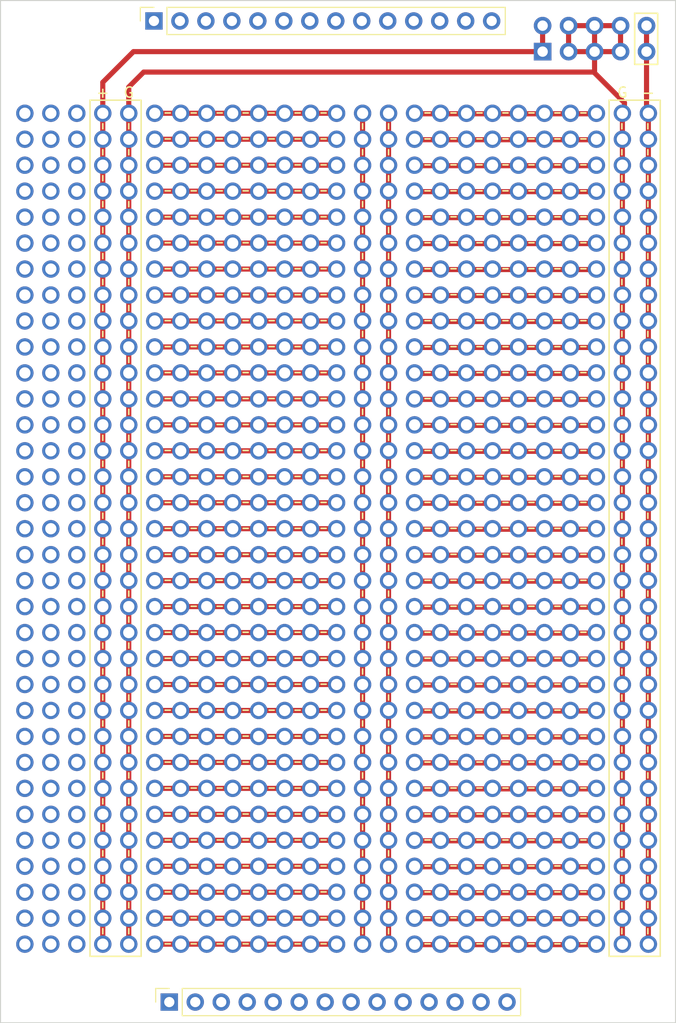
<source format=kicad_pcb>
(kicad_pcb (version 20211014) (generator pcbnew)
  (layers (0 "F.Cu" signal) (31 "B.Cu" signal) (34 "B.Paste" user) (35 "F.Paste" user) (36 "B.SilkS" user "B.Silkscreen") (37 "F.SilkS" user "F.Silkscreen") (38 "B.Mask" user) (39 "F.Mask" user) (44 "Edge.Cuts" user))
  (net 0 "")
  (footprint "benjiaomodular:Wire_1mm" (layer "F.Cu") (at 87.72 77.64)
    (fp_text reference "REF**566" hide)
    (fp_text value "Wire_1mm" hide)
  )
  (footprint "benjiaomodular:Wire_1mm" (layer "F.Cu") (at 72.48 97.96)
    (fp_text reference "REF**624" hide)
    (fp_text value "Wire_1mm" hide)
  )
  (footprint "benjiaomodular:Wire_1mm" (layer "F.Cu") (at 47.08 49.7)
    (fp_text reference "REF**112" hide)
    (fp_text value "Wire_1mm" hide)
  )
  (footprint "benjiaomodular:Wire_1mm" (layer "F.Cu") (at 67.4 54.78)
    (fp_text reference "REF**374" hide)
    (fp_text value "Wire_1mm" hide)
  )
  (footprint "benjiaomodular:Wire_1mm" (layer "F.Cu") (at 39.46 54.78)
    (fp_text reference "REF**813" hide)
    (fp_text value "Wire_1mm" hide)
  )
  (footprint "benjiaomodular:Wire_1mm" (layer "F.Cu") (at 62.32 42.08)
    (fp_text reference "REF**94" hide)
    (fp_text value "Wire_1mm" hide)
  )
  (footprint "benjiaomodular:Wire_1mm" (layer "F.Cu") (at 77.56 85.26)
    (fp_text reference "REF**586" hide)
    (fp_text value "Wire_1mm" hide)
  )
  (footprint "benjiaomodular:Wire_1mm" (layer "F.Cu") (at 80.1 90.34)
    (fp_text reference "REF**603" hide)
    (fp_text value "Wire_1mm" hide)
  )
  (footprint "benjiaomodular:Wire_1mm" (layer "F.Cu") (at 85.18 87.8)
    (fp_text reference "REF**597" hide)
    (fp_text value "Wire_1mm" hide)
  )
  (footprint "benjiaomodular:Wire_1mm" (layer "F.Cu") (at 42 105.58)
    (fp_text reference "REF**54" hide)
    (fp_text value "Wire_1mm" hide)
  )
  (footprint "benjiaomodular:Wire_1mm" (layer "F.Cu") (at 67.4 92.88)
    (fp_text reference "REF**404" hide)
    (fp_text value "Wire_1mm" hide)
  )
  (footprint "benjiaomodular:Wire_1mm" (layer "F.Cu") (at 36.92 105.58)
    (fp_text reference "REF**874" hide)
    (fp_text value "Wire_1mm" hide)
  )
  (footprint "benjiaomodular:Wire_1mm" (layer "F.Cu") (at 64.86 90.34)
    (fp_text reference "REF**247" hide)
    (fp_text value "Wire_1mm" hide)
  )
  (footprint "benjiaomodular:Wire_1mm" (layer "F.Cu") (at 87.72 47.16)
    (fp_text reference "REF**470" hide)
    (fp_text value "Wire_1mm" hide)
  )
  (footprint "benjiaomodular:Wire_1mm" (layer "F.Cu") (at 57.24 123.36)
    (fp_text reference "REF**348" hide)
    (fp_text value "Wire_1mm" hide)
  )
  (footprint "benjiaomodular:Wire_1mm" (layer "F.Cu") (at 69.94 77.64)
    (fp_text reference "REF**393" hide)
    (fp_text value "Wire_1mm" hide)
  )
  (footprint "benjiaomodular:Wire_1mm" (layer "F.Cu") (at 90.26 49.7)
    (fp_text reference "REF**479" hide)
    (fp_text value "Wire_1mm" hide)
  )
  (footprint "benjiaomodular:Wire_1mm" (layer "F.Cu") (at 49.62 54.78)
    (fp_text reference "REF**129" hide)
    (fp_text value "Wire_1mm" hide)
  )
  (footprint "benjiaomodular:Wire_1mm" (layer "F.Cu") (at 82.64 118.28)
    (fp_text reference "REF**692" hide)
    (fp_text value "Wire_1mm" hide)
  )
  (footprint "benjiaomodular:Wire_1mm" (layer "F.Cu") (at 44.54 44.62)
    (fp_text reference "REF**7" hide)
    (fp_text value "Wire_1mm" hide)
  )
  (footprint "benjiaomodular:Wire_1mm" (layer "F.Cu") (at 39.46 87.8)
    (fp_text reference "REF**852" hide)
    (fp_text value "Wire_1mm" hide)
  )
  (footprint "benjiaomodular:Wire_1mm" (layer "F.Cu") (at 95.34 80.18)
    (fp_text reference "REF**755" hide)
    (fp_text value "Wire_1mm" hide)
  )
  (footprint "benjiaomodular:Wire_1mm" (layer "F.Cu") (at 52.16 105.58)
    (fp_text reference "REF**290" hide)
    (fp_text value "Wire_1mm" hide)
  )
  (footprint "benjiaomodular:Wire_1mm" (layer "F.Cu") (at 59.78 82.72)
    (fp_text reference "REF**221" hide)
    (fp_text value "Wire_1mm" hide)
  )
  (footprint "benjiaomodular:Wire_1mm" (layer "F.Cu") (at 57.24 120.82)
    (fp_text reference "REF**340" hide)
    (fp_text value "Wire_1mm" hide)
  )
  (footprint "benjiaomodular:Wire_1mm" (layer "F.Cu") (at 42 64.94)
    (fp_text reference "REF**22" hide)
    (fp_text value "Wire_1mm" hide)
  )
  (footprint "benjiaomodular:Wire_1mm" (layer "F.Cu") (at 52.16 59.86)
    (fp_text reference "REF**146" hide)
    (fp_text value "Wire_1mm" hide)
  )
  (footprint "benjiaomodular:Wire_1mm" (layer "F.Cu") (at 64.86 44.62)
    (fp_text reference "REF**103" hide)
    (fp_text value "Wire_1mm" hide)
  )
  (footprint "benjiaomodular:Wire_1mm" (layer "F.Cu") (at 47.08 95.42)
    (fp_text reference "REF**256" hide)
    (fp_text value "Wire_1mm" hide)
  )
  (footprint "benjiaomodular:Wire_1mm" (layer "F.Cu") (at 34.38 103.04)
    (fp_text reference "REF**872" hide)
    (fp_text value "Wire_1mm" hide)
  )
  (footprint "benjiaomodular:Wire_1mm" (layer "F.Cu") (at 72.48 113.2)
    (fp_text reference "REF**672" hide)
    (fp_text value "Wire_1mm" hide)
  )
  (footprint "benjiaomodular:Wire_1mm" (layer "F.Cu") (at 36.92 64.94)
    (fp_text reference "REF**826" hide)
    (fp_text value "Wire_1mm" hide)
  )
  (footprint "benjiaomodular:Wire_1mm" (layer "F.Cu") (at 75.02 97.96)
    (fp_text reference "REF**625" hide)
    (fp_text value "Wire_1mm" hide)
  )
  (footprint "benjiaomodular:Wire_1mm" (layer "F.Cu") (at 72.48 90.34)
    (fp_text reference "REF**600" hide)
    (fp_text value "Wire_1mm" hide)
  )
  (footprint "benjiaomodular:Wire_1mm" (layer "F.Cu") (at 39.46 80.18)
    (fp_text reference "REF**843" hide)
    (fp_text value "Wire_1mm" hide)
  )
  (footprint "benjiaomodular:Wire_1mm" (layer "F.Cu") (at 57.24 54.78)
    (fp_text reference "REF**132" hide)
    (fp_text value "Wire_1mm" hide)
  )
  (footprint "Connector_PinSocket_2.54mm:PinSocket_1x14_P2.54mm_Vertical" (layer "F.Cu") (at 48.5 128.975 90)
    (fp_text reference "REF**" hide)
    (fp_text value "PinSocket_1x14_P2.54mm_Vertical" hide)
  )
  (footprint "benjiaomodular:Wire_1mm" (layer "F.Cu") (at 64.86 59.86)
    (fp_text reference "REF**151" hide)
    (fp_text value "Wire_1mm" hide)
  )
  (footprint "benjiaomodular:Wire_1mm" (layer "F.Cu") (at 72.48 110.66)
    (fp_text reference "REF**664" hide)
    (fp_text value "Wire_1mm" hide)
  )
  (footprint "benjiaomodular:Wire_1mm" (layer "F.Cu") (at 92.8 42.08)
    (fp_text reference "REF**724" hide)
    (fp_text value "Wire_1mm" hide)
  )
  (footprint "benjiaomodular:Wire_1mm" (layer "F.Cu") (at 39.46 77.64)
    (fp_text reference "REF**840" hide)
    (fp_text value "Wire_1mm" hide)
  )
  (footprint "benjiaomodular:Wire_1mm" (layer "F.Cu") (at 85.18 92.88)
    (fp_text reference "REF**613" hide)
    (fp_text value "Wire_1mm" hide)
  )
  (footprint "benjiaomodular:Wire_1mm" (layer "F.Cu") (at 34.38 54.78)
    (fp_text reference "REF**815" hide)
    (fp_text value "Wire_1mm" hide)
  )
  (footprint "benjiaomodular:Wire_1mm" (layer "F.Cu") (at 69.94 120.82)
    (fp_text reference "REF**427" hide)
    (fp_text value "Wire_1mm" hide)
  )
  (footprint "benjiaomodular:Wire_1mm" (layer "F.Cu") (at 80.1 57.32)
    (fp_text reference "REF**499" hide)
    (fp_text value "Wire_1mm" hide)
  )
  (footprint "benjiaomodular:Wire_1mm" (layer "F.Cu") (at 59.78 92.88)
    (fp_text reference "REF**253" hide)
    (fp_text value "Wire_1mm" hide)
  )
  (footprint "benjiaomodular:Wire_1mm" (layer "F.Cu") (at 54.7 113.2)
    (fp_text reference "REF**315" hide)
    (fp_text value "Wire_1mm" hide)
  )
  (footprint "benjiaomodular:Wire_1mm" (layer "F.Cu") (at 85.18 59.86)
    (fp_text reference "REF**509" hide)
    (fp_text value "Wire_1mm" hide)
  )
  (footprint "benjiaomodular:Wire_1mm" (layer "F.Cu") (at 39.46 52.24)
    (fp_text reference "REF**810" hide)
    (fp_text value "Wire_1mm" hide)
  )
  (footprint "benjiaomodular:Wire_1mm" (layer "F.Cu") (at 54.7 42.08)
    (fp_text reference "REF**91" hide)
    (fp_text value "Wire_1mm" hide)
  )
  (footprint "benjiaomodular:Wire_1mm" (layer "F.Cu") (at 34.38 49.7)
    (fp_text reference "REF**809" hide)
    (fp_text value "Wire_1mm" hide)
  )
  (footprint "benjiaomodular:Wire_1mm" (layer "F.Cu") (at 57.24 62.4)
    (fp_text reference "REF**156" hide)
    (fp_text value "Wire_1mm" hide)
  )
  (footprint "benjiaomodular:Wire_1mm" (layer "F.Cu") (at 44.54 80.18)
    (fp_text reference "REF**35" hide)
    (fp_text value "Wire_1mm" hide)
  )
  (footprint "benjiaomodular:Wire_1mm" (layer "F.Cu") (at 92.8 49.7)
    (fp_text reference "REF**730" hide)
    (fp_text value "Wire_1mm" hide)
  )
  (footprint "benjiaomodular:Wire_1mm" (layer "F.Cu") (at 77.56 62.4)
    (fp_text reference "REF**514" hide)
    (fp_text value "Wire_1mm" hide)
  )
  (footprint "benjiaomodular:Wire_1mm" (layer "F.Cu") (at 69.94 100.5)
    (fp_text reference "REF**411" hide)
    (fp_text value "Wire_1mm" hide)
  )
  (footprint "benjiaomodular:Wire_1mm" (layer "F.Cu") (at 44.54 97.96)
    (fp_text reference "REF**49" hide)
    (fp_text value "Wire_1mm" hide)
  )
  (footprint "benjiaomodular:Wire_1mm" (layer "F.Cu") (at 69.94 118.28)
    (fp_text reference "REF**425" hide)
    (fp_text value "Wire_1mm" hide)
  )
  (footprint "benjiaomodular:Wire_1mm" (layer "F.Cu") (at 75.02 49.7)
    (fp_text reference "REF**473" hide)
    (fp_text value "Wire_1mm" hide)
  )
  (footprint "benjiaomodular:Wire_1mm" (layer "F.Cu") (at 36.92 82.72)
    (fp_text reference "REF**847" hide)
    (fp_text value "Wire_1mm" hide)
  )
  (footprint "benjiaomodular:Wire_1mm" (layer "F.Cu") (at 77.56 105.58)
    (fp_text reference "REF**650" hide)
    (fp_text value "Wire_1mm" hide)
  )
  (footprint "benjiaomodular:Wire_1mm" (layer "F.Cu") (at 54.7 54.78)
    (fp_text reference "REF**131" hide)
    (fp_text value "Wire_1mm" hide)
  )
  (footprint "benjiaomodular:Wire_1mm" (layer "F.Cu") (at 57.24 52.24)
    (fp_text reference "REF**124" hide)
    (fp_text value "Wire_1mm" hide)
  )
  (footprint "benjiaomodular:Wire_1mm" (layer "F.Cu") (at 39.46 82.72)
    (fp_text reference "REF**846" hide)
    (fp_text value "Wire_1mm" hide)
  )
  (footprint "benjiaomodular:Wire_1mm" (layer "F.Cu") (at 39.46 57.32)
    (fp_text reference "REF**816" hide)
    (fp_text value "Wire_1mm" hide)
  )
  (footprint "benjiaomodular:Wire_1mm" (layer "F.Cu") (at 36.92 70.02)
    (fp_text reference "REF**832" hide)
    (fp_text value "Wire_1mm" hide)
  )
  (footprint "benjiaomodular:Wire_1mm" (layer "F.Cu") (at 72.48 108.12)
    (fp_text reference "REF**656" hide)
    (fp_text value "Wire_1mm" hide)
  )
  (footprint "benjiaomodular:Wire_1mm" (layer "F.Cu") (at 44.54 42.08)
    (fp_text reference "REF**5" hide)
    (fp_text value "Wire_1mm" hide)
  )
  (footprint "benjiaomodular:Wire_1mm" (layer "F.Cu") (at 72.48 82.72)
    (fp_text reference "REF**576" hide)
    (fp_text value "Wire_1mm" hide)
  )
  (footprint "benjiaomodular:Wire_1mm" (layer "F.Cu") (at 59.78 120.82)
    (fp_text reference "REF**341" hide)
    (fp_text value "Wire_1mm" hide)
  )
  (footprint "benjiaomodular:Wire_1mm" (layer "F.Cu") (at 47.08 57.32)
    (fp_text reference "REF**136" hide)
    (fp_text value "Wire_1mm" hide)
  )
  (footprint "benjiaomodular:Wire_1mm" (layer "F.Cu") (at 72.48 54.78)
    (fp_text reference "REF**488" hide)
    (fp_text value "Wire_1mm" hide)
  )
  (footprint "benjiaomodular:Wire_1mm" (layer "F.Cu") (at 64.86 49.7)
    (fp_text reference "REF**119" hide)
    (fp_text value "Wire_1mm" hide)
  )
  (footprint "benjiaomodular:Wire_1mm" (layer "F.Cu") (at 75.02 47.16)
    (fp_text reference "REF**465" hide)
    (fp_text value "Wire_1mm" hide)
  )
  (footprint "benjiaomodular:Wire_1mm" (layer "F.Cu") (at 67.4 82.72)
    (fp_text reference "REF**396" hide)
    (fp_text value "Wire_1mm" hide)
  )
  (footprint "benjiaomodular:Wire_1mm" (layer "F.Cu") (at 57.24 49.7)
    (fp_text reference "REF**116" hide)
    (fp_text value "Wire_1mm" hide)
  )
  (footprint "benjiaomodular:Wire_1mm" (layer "F.Cu") (at 62.32 118.28)
    (fp_text reference "REF**334" hide)
    (fp_text value "Wire_1mm" hide)
  )
  (footprint "benjiaomodular:Wire_1mm" (layer "F.Cu") (at 64.86 95.42)
    (fp_text reference "REF**263" hide)
    (fp_text value "Wire_1mm" hide)
  )
  (footprint "benjiaomodular:Wire_1mm" (layer "F.Cu") (at 47.08 90.34)
    (fp_text reference "REF**240" hide)
    (fp_text value "Wire_1mm" hide)
  )
  (footprint "benjiaomodular:Wire_1mm" (layer "F.Cu") (at 77.56 113.2)
    (fp_text reference "REF**674" hide)
    (fp_text value "Wire_1mm" hide)
  )
  (footprint "benjiaomodular:Wire_1mm" (layer "F.Cu") (at 67.4 123.36)
    (fp_text reference "REF**428" hide)
    (fp_text value "Wire_1mm" hide)
  )
  (footprint "benjiaomodular:Wire_1mm" (layer "F.Cu") (at 54.7 115.74)
    (fp_text reference "REF**323" hide)
    (fp_text value "Wire_1mm" hide)
  )
  (footprint "benjiaomodular:Wire_1mm" (layer "F.Cu") (at 67.4 100.5)
    (fp_text reference "REF**410" hide)
    (fp_text value "Wire_1mm" hide)
  )
  (footprint "benjiaomodular:Wire_1mm" (layer "F.Cu") (at 80.1 80.18)
    (fp_text reference "REF**571" hide)
    (fp_text value "Wire_1mm" hide)
  )
  (footprint "benjiaomodular:Wire_1mm" (layer "F.Cu") (at 44.54 90.34)
    (fp_text reference "REF**43" hide)
    (fp_text value "Wire_1mm" hide)
  )
  (footprint "benjiaomodular:Wire_1mm" (layer "F.Cu") (at 67.4 113.2)
    (fp_text reference "REF**420" hide)
    (fp_text value "Wire_1mm" hide)
  )
  (footprint "benjiaomodular:Wire_1mm" (layer "F.Cu") (at 77.56 92.88)
    (fp_text reference "REF**610" hide)
    (fp_text value "Wire_1mm" hide)
  )
  (footprint "benjiaomodular:Wire_1mm" (layer "F.Cu") (at 42 110.66)
    (fp_text reference "REF**58" hide)
    (fp_text value "Wire_1mm" hide)
  )
  (footprint "benjiaomodular:Wire_1mm" (layer "F.Cu") (at 52.16 113.2)
    (fp_text reference "REF**314" hide)
    (fp_text value "Wire_1mm" hide)
  )
  (footprint "benjiaomodular:Wire_1mm" (layer "F.Cu") (at 39.46 64.94)
    (fp_text reference "REF**825" hide)
    (fp_text value "Wire_1mm" hide)
  )
  (footprint "benjiaomodular:Wire_1mm" (layer "F.Cu") (at 64.86 123.36)
    (fp_text reference "REF**351" hide)
    (fp_text value "Wire_1mm" hide)
  )
  (footprint "benjiaomodular:Wire_1mm" (layer "F.Cu") (at 34.38 82.72)
    (fp_text reference "REF**848" hide)
    (fp_text value "Wire_1mm" hide)
  )
  (footprint "benjiaomodular:Wire_1mm" (layer "F.Cu") (at 62.32 120.82)
    (fp_text reference "REF**342" hide)
    (fp_text value "Wire_1mm" hide)
  )
  (footprint "benjiaomodular:Wire_1mm" (layer "F.Cu") (at 42 85.26)
    (fp_text reference "REF**38" hide)
    (fp_text value "Wire_1mm" hide)
  )
  (footprint "benjiaomodular:Wire_1mm" (layer "F.Cu") (at 69.94 103.04)
    (fp_text reference "REF**413" hide)
    (fp_text value "Wire_1mm" hide)
  )
  (footprint "benjiaomodular:Wire_1mm" (layer "F.Cu") (at 85.18 120.82)
    (fp_text reference "REF**701" hide)
    (fp_text value "Wire_1mm" hide)
  )
  (footprint "benjiaomodular:Wire_1mm" (layer "F.Cu") (at 39.46 67.48)
    (fp_text reference "REF**828" hide)
    (fp_text value "Wire_1mm" hide)
  )
  (footprint "benjiaomodular:Wire_1mm" (layer "F.Cu") (at 44.54 82.72)
    (fp_text reference "REF**37" hide)
    (fp_text value "Wire_1mm" hide)
  )
  (footprint "benjiaomodular:Wire_1mm" (layer "F.Cu") (at 69.94 115.74)
    (fp_text reference "REF**423" hide)
    (fp_text value "Wire_1mm" hide)
  )
  (footprint "benjiaomodular:Wire_1mm" (layer "F.Cu") (at 90.26 105.58)
    (fp_text reference "REF**655" hide)
    (fp_text value "Wire_1mm" hide)
  )
  (footprint "benjiaomodular:Wire_1mm" (layer "F.Cu") (at 59.78 118.28)
    (fp_text reference "REF**333" hide)
    (fp_text value "Wire_1mm" hide)
  )
  (footprint "benjiaomodular:Wire_1mm" (layer "F.Cu") (at 34.38 110.66)
    (fp_text reference "REF**881" hide)
    (fp_text value "Wire_1mm" hide)
  )
  (footprint "benjiaomodular:Wire_1mm" (layer "F.Cu") (at 62.32 92.88)
    (fp_text reference "REF**254" hide)
    (fp_text value "Wire_1mm" hide)
  )
  (footprint "benjiaomodular:Wire_1mm" (layer "F.Cu") (at 77.56 95.42)
    (fp_text reference "REF**618" hide)
    (fp_text value "Wire_1mm" hide)
  )
  (footprint "benjiaomodular:Wire_1mm" (layer "F.Cu") (at 77.56 103.04)
    (fp_text reference "REF**642" hide)
    (fp_text value "Wire_1mm" hide)
  )
  (footprint "benjiaomodular:Wire_1mm" (layer "F.Cu") (at 54.7 44.62)
    (fp_text reference "REF**99" hide)
    (fp_text value "Wire_1mm" hide)
  )
  (footprint "benjiaomodular:Wire_1mm" (layer "F.Cu") (at 92.8 87.8)
    (fp_text reference "REF**760" hide)
    (fp_text value "Wire_1mm" hide)
  )
  (footprint "benjiaomodular:Wire_1mm" (layer "F.Cu") (at 67.4 87.8)
    (fp_text reference "REF**400" hide)
    (fp_text value "Wire_1mm" hide)
  )
  (footprint "benjiaomodular:Wire_1mm" (layer "F.Cu") (at 44.54 118.28)
    (fp_text reference "REF**65" hide)
    (fp_text value "Wire_1mm" hide)
  )
  (footprint "benjiaomodular:Wire_1mm" (layer "F.Cu") (at 77.56 108.12)
    (fp_text reference "REF**658" hide)
    (fp_text value "Wire_1mm" hide)
  )
  (footprint "benjiaomodular:Wire_1mm" (layer "F.Cu") (at 92.8 62.4)
    (fp_text reference "REF**740" hide)
    (fp_text value "Wire_1mm" hide)
  )
  (footprint "benjiaomodular:Wire_1mm" (layer "F.Cu") (at 69.94 47.16)
    (fp_text reference "REF**369" hide)
    (fp_text value "Wire_1mm" hide)
  )
  (footprint "benjiaomodular:Wire_1mm" (layer "F.Cu") (at 72.48 105.58)
    (fp_text reference "REF**648" hide)
    (fp_text value "Wire_1mm" hide)
  )
  (footprint "benjiaomodular:Wire_1mm" (layer "F.Cu") (at 39.46 113.2)
    (fp_text reference "REF**882" hide)
    (fp_text value "Wire_1mm" hide)
  )
  (footprint "benjiaomodular:Wire_1mm" (layer "F.Cu") (at 34.38 64.94)
    (fp_text reference "REF**827" hide)
    (fp_text value "Wire_1mm" hide)
  )
  (footprint "benjiaomodular:Wire_1mm" (layer "F.Cu") (at 64.86 110.66)
    (fp_text reference "REF**311" hide)
    (fp_text value "Wire_1mm" hide)
  )
  (footprint "benjiaomodular:Wire_1mm" (layer "F.Cu") (at 69.94 75.1)
    (fp_text reference "REF**391" hide)
    (fp_text value "Wire_1mm" hide)
  )
  (footprint "benjiaomodular:Wire_1mm" (layer "F.Cu") (at 67.4 85.26)
    (fp_text reference "REF**398" hide)
    (fp_text value "Wire_1mm" hide)
  )
  (footprint "benjiaomodular:Wire_1mm" (layer "F.Cu") (at 64.86 118.28)
    (fp_text reference "REF**335" hide)
    (fp_text value "Wire_1mm" hide)
  )
  (footprint "benjiaomodular:Wire_1mm" (layer "F.Cu") (at 39.46 108.12)
    (fp_text reference "REF**876" hide)
    (fp_text value "Wire_1mm" hide)
  )
  (footprint "benjiaomodular:Wire_1mm" (layer "F.Cu") (at 90.26 113.2)
    (fp_text reference "REF**679" hide)
    (fp_text value "Wire_1mm" hide)
  )
  (footprint "benjiaomodular:Wire_1mm" (layer "F.Cu") (at 62.32 90.34)
    (fp_text reference "REF**246" hide)
    (fp_text value "Wire_1mm" hide)
  )
  (footprint "benjiaomodular:Wire_1mm" (layer "F.Cu") (at 82.64 92.88)
    (fp_text reference "REF**612" hide)
    (fp_text value "Wire_1mm" hide)
  )
  (footprint "benjiaomodular:Wire_1mm" (layer "F.Cu") (at 52.16 100.5)
    (fp_text reference "REF**274" hide)
    (fp_text value "Wire_1mm" hide)
  )
  (footprint "benjiaomodular:Wire_1mm" (layer "F.Cu") (at 92.8 92.88)
    (fp_text reference "REF**764" hide)
    (fp_text value "Wire_1mm" hide)
  )
  (footprint "benjiaomodular:Wire_1mm" (layer "F.Cu") (at 59.78 95.42)
    (fp_text reference "REF**261" hide)
    (fp_text value "Wire_1mm" hide)
  )
  (footprint "benjiaomodular:Wire_1mm" (layer "F.Cu") (at 34.38 52.24)
    (fp_text reference "REF**812" hide)
    (fp_text value "Wire_1mm" hide)
  )
  (footprint "benjiaomodular:Wire_1mm" (layer "F.Cu") (at 75.02 44.62)
    (fp_text reference "REF**457" hide)
    (fp_text value "Wire_1mm" hide)
  )
  (footprint "benjiaomodular:Wire_1mm" (layer "F.Cu") (at 57.24 100.5)
    (fp_text reference "REF**276" hide)
    (fp_text value "Wire_1mm" hide)
  )
  (footprint "benjiaomodular:Wire_1mm" (layer "F.Cu") (at 52.16 118.28)
    (fp_text reference "REF**330" hide)
    (fp_text value "Wire_1mm" hide)
  )
  (footprint "benjiaomodular:Wire_1mm" (layer "F.Cu") (at 42 95.42)
    (fp_text reference "REF**46" hide)
    (fp_text value "Wire_1mm" hide)
  )
  (footprint "benjiaomodular:Wire_1mm" (layer "F.Cu") (at 82.64 113.2)
    (fp_text reference "REF**676" hide)
    (fp_text value "Wire_1mm" hide)
  )
  (footprint "benjiaomodular:Wire_1mm" (layer "F.Cu") (at 64.86 82.72)
    (fp_text reference "REF**223" hide)
    (fp_text value "Wire_1mm" hide)
  )
  (footprint "benjiaomodular:Wire_1mm" (layer "F.Cu") (at 77.56 72.56)
    (fp_text reference "REF**546" hide)
    (fp_text value "Wire_1mm" hide)
  )
  (footprint "benjiaomodular:Wire_1mm" (layer "F.Cu") (at 95.34 113.2)
    (fp_text reference "REF**781" hide)
    (fp_text value "Wire_1mm" hide)
  )
  (footprint "benjiaomodular:Wire_1mm" (layer "F.Cu") (at 64.86 47.16)
    (fp_text reference "REF**111" hide)
    (fp_text value "Wire_1mm" hide)
  )
  (footprint "benjiaomodular:Wire_1mm" (layer "F.Cu") (at 82.64 47.16)
    (fp_text reference "REF**468" hide)
    (fp_text value "Wire_1mm" hide)
  )
  (footprint "benjiaomodular:Wire_1mm" (layer "F.Cu") (at 67.4 72.56)
    (fp_text reference "REF**388" hide)
    (fp_text value "Wire_1mm" hide)
  )
  (footprint "benjiaomodular:Wire_1mm" (layer "F.Cu") (at 82.64 97.96)
    (fp_text reference "REF**628" hide)
    (fp_text value "Wire_1mm" hide)
  )
  (footprint "benjiaomodular:Wire_1mm" (layer "F.Cu") (at 49.62 85.26)
    (fp_text reference "REF**225" hide)
    (fp_text value "Wire_1mm" hide)
  )
  (footprint "benjiaomodular:Wire_1mm" (layer "F.Cu") (at 77.56 100.5)
    (fp_text reference "REF**634" hide)
    (fp_text value "Wire_1mm" hide)
  )
  (footprint "benjiaomodular:Wire_1mm" (layer "F.Cu") (at 67.4 62.4)
    (fp_text reference "REF**380" hide)
    (fp_text value "Wire_1mm" hide)
  )
  (footprint "benjiaomodular:Wire_1mm" (layer "F.Cu") (at 49.62 80.18)
    (fp_text reference "REF**209" hide)
    (fp_text value "Wire_1mm" hide)
  )
  (footprint "benjiaomodular:Wire_1mm" (layer "F.Cu") (at 80.1 64.94)
    (fp_text reference "REF**523" hide)
    (fp_text value "Wire_1mm" hide)
  )
  (footprint "benjiaomodular:Wire_1mm" (layer "F.Cu") (at 82.64 67.48)
    (fp_text reference "REF**532" hide)
    (fp_text value "Wire_1mm" hide)
  )
  (footprint "benjiaomodular:Wire_1mm" (layer "F.Cu") (at 87.72 100.5)
    (fp_text reference "REF**638" hide)
    (fp_text value "Wire_1mm" hide)
  )
  (footprint "benjiaomodular:Wire_1mm" (layer "F.Cu") (at 80.1 95.42)
    (fp_text reference "REF**619" hide)
    (fp_text value "Wire_1mm" hide)
  )
  (footprint "benjiaomodular:Wire_1mm" (layer "F.Cu") (at 69.94 110.66)
    (fp_text reference "REF**419" hide)
    (fp_text value "Wire_1mm" hide)
  )
  (footprint "benjiaomodular:Wire_1mm" (layer "F.Cu") (at 36.92 120.82)
    (fp_text reference "REF**892" hide)
    (fp_text value "Wire_1mm" hide)
  )
  (footprint "benjiaomodular:Wire_1mm" (layer "F.Cu") (at 44.54 77.64)
    (fp_text reference "REF**33" hide)
    (fp_text value "Wire_1mm" hide)
  )
  (footprint "benjiaomodular:Wire_1mm" (layer "F.Cu") (at 36.92 77.64)
    (fp_text reference "REF**841" hide)
    (fp_text value "Wire_1mm" hide)
  )
  (footprint "benjiaomodular:Wire_1mm" (layer "F.Cu") (at 47.08 85.26)
    (fp_text reference "REF**224" hide)
    (fp_text value "Wire_1mm" hide)
  )
  (footprint "benjiaomodular:Wire_1mm" (layer "F.Cu") (at 59.78 77.64)
    (fp_text reference "REF**205" hide)
    (fp_text value "Wire_1mm" hide)
  )
  (footprint "benjiaomodular:Wire_1mm" (layer "F.Cu") (at 80.1 44.62)
    (fp_text reference "REF**459" hide)
    (fp_text value "Wire_1mm" hide)
  )
  (footprint "benjiaomodular:Wire_1mm" (layer "F.Cu") (at 95.34 120.82)
    (fp_text reference "REF**787" hide)
    (fp_text value "Wire_1mm" hide)
  )
  (footprint "benjiaomodular:Wire_1mm" (layer "F.Cu") (at 57.24 92.88)
    (fp_text reference "REF**252" hide)
    (fp_text value "Wire_1mm" hide)
  )
  (footprint "benjiaomodular:Wire_1mm" (layer "F.Cu") (at 52.16 67.48)
    (fp_text reference "REF**170" hide)
    (fp_text value "Wire_1mm" hide)
  )
  (footprint "benjiaomodular:Wire_1mm" (layer "F.Cu") (at 57.24 82.72)
    (fp_text reference "REF**220" hide)
    (fp_text value "Wire_1mm" hide)
  )
  (footprint "benjiaomodular:Wire_1mm" (layer "F.Cu") (at 77.56 57.32)
    (fp_text reference "REF**498" hide)
    (fp_text value "Wire_1mm" hide)
  )
  (footprint "benjiaomodular:Wire_1mm" (layer "F.Cu") (at 90.26 120.82)
    (fp_text reference "REF**703" hide)
    (fp_text value "Wire_1mm" hide)
  )
  (footprint "benjiaomodular:Wire_1mm" (layer "F.Cu") (at 67.4 75.1)
    (fp_text reference "REF**390" hide)
    (fp_text value "Wire_1mm" hide)
  )
  (footprint "benjiaomodular:Wire_1mm" (layer "F.Cu") (at 42 54.78)
    (fp_text reference "REF**14" hide)
    (fp_text value "Wire_1mm" hide)
  )
  (footprint "benjiaomodular:Wire_1mm" (layer "F.Cu") (at 34.38 123.36)
    (fp_text reference "REF**896" hide)
    (fp_text value "Wire_1mm" hide)
  )
  (footprint "benjiaomodular:Wire_1mm" (layer "F.Cu") (at 39.46 62.4)
    (fp_text reference "REF**822" hide)
    (fp_text value "Wire_1mm" hide)
  )
  (footprint "benjiaomodular:Wire_1mm" (layer "F.Cu") (at 39.46 100.5)
    (fp_text reference "REF**867" hide)
    (fp_text value "Wire_1mm" hide)
  )
  (footprint "benjiaomodular:Wire_1mm" (layer "F.Cu") (at 49.62 64.94)
    (fp_text reference "REF**161" hide)
    (fp_text value "Wire_1mm" hide)
  )
  (footprint "benjiaomodular:Wire_1mm" (layer "F.Cu") (at 67.4 80.18)
    (fp_text reference "REF**394" hide)
    (fp_text value "Wire_1mm" hide)
  )
  (footprint "benjiaomodular:Wire_1mm" (layer "F.Cu") (at 47.08 77.64)
    (fp_text reference "REF**200" hide)
    (fp_text value "Wire_1mm" hide)
  )
  (footprint "benjiaomodular:Wire_1mm" (layer "F.Cu") (at 75.02 75.1)
    (fp_text reference "REF**553" hide)
    (fp_text value "Wire_1mm" hide)
  )
  (footprint "benjiaomodular:Wire_1mm" (layer "F.Cu") (at 62.32 54.78)
    (fp_text reference "REF**134" hide)
    (fp_text value "Wire_1mm" hide)
  )
  (footprint "benjiaomodular:Wire_1mm" (layer "F.Cu") (at 54.7 123.36)
    (fp_text reference "REF**347" hide)
    (fp_text value "Wire_1mm" hide)
  )
  (footprint "benjiaomodular:Wire_1mm" (layer "F.Cu") (at 90.26 100.5)
    (fp_text reference "REF**639" hide)
    (fp_text value "Wire_1mm" hide)
  )
  (footprint "benjiaomodular:Wire_1mm" (layer "F.Cu") (at 42 87.8)
    (fp_text reference "REF**40" hide)
    (fp_text value "Wire_1mm" hide)
  )
  (footprint "benjiaomodular:Wire_1mm" (layer "F.Cu") (at 72.48 115.74)
    (fp_text reference "REF**680" hide)
    (fp_text value "Wire_1mm" hide)
  )
  (footprint "benjiaomodular:Wire_1mm" (layer "F.Cu") (at 47.08 52.24)
    (fp_text reference "REF**120" hide)
    (fp_text value "Wire_1mm" hide)
  )
  (footprint "benjiaomodular:Wire_1mm" (layer "F.Cu") (at 85.18 72.56)
    (fp_text reference "REF**549" hide)
    (fp_text value "Wire_1mm" hide)
  )
  (footprint "benjiaomodular:Wire_1mm" (layer "F.Cu") (at 47.08 67.48)
    (fp_text reference "REF**168" hide)
    (fp_text value "Wire_1mm" hide)
  )
  (footprint "benjiaomodular:Wire_1mm" (layer "F.Cu") (at 92.8 95.42)
    (fp_text reference "REF**766" hide)
    (fp_text value "Wire_1mm" hide)
  )
  (footprint "benjiaomodular:Wire_1mm" (layer "F.Cu") (at 54.7 49.7)
    (fp_text reference "REF**115" hide)
    (fp_text value "Wire_1mm" hide)
  )
  (footprint "benjiaomodular:Wire_1mm" (layer "F.Cu") (at 54.7 97.96)
    (fp_text reference "REF**267" hide)
    (fp_text value "Wire_1mm" hide)
  )
  (footprint "benjiaomodular:Wire_1mm" (layer "F.Cu") (at 90.26 72.56)
    (fp_text reference "REF**551" hide)
    (fp_text value "Wire_1mm" hide)
  )
  (footprint "benjiaomodular:Wire_1mm" (layer "F.Cu") (at 52.16 123.36)
    (fp_text reference "REF**346" hide)
    (fp_text value "Wire_1mm" hide)
  )
  (footprint "benjiaomodular:Wire_1mm" (layer "F.Cu") (at 95.34 72.56)
    (fp_text reference "REF**749" hide)
    (fp_text value "Wire_1mm" hide)
  )
  (footprint "benjiaomodular:Wire_1mm" (layer "F.Cu") (at 34.38 105.58)
    (fp_text reference "REF**875" hide)
    (fp_text value "Wire_1mm" hide)
  )
  (footprint "benjiaomodular:Wire_1mm" (layer "F.Cu") (at 69.94 44.62)
    (fp_text reference "REF**367" hide)
    (fp_text value "Wire_1mm" hide)
  )
  (footprint "benjiaomodular:Wire_1mm" (layer "F.Cu") (at 36.92 103.04)
    (fp_text reference "REF**871" hide)
    (fp_text value "Wire_1mm" hide)
  )
  (footprint "benjiaomodular:Wire_1mm" (layer "F.Cu") (at 85.18 118.28)
    (fp_text reference "REF**693" hide)
    (fp_text value "Wire_1mm" hide)
  )
  (footprint "benjiaomodular:Wire_1mm" (layer "F.Cu") (at 69.94 49.7)
    (fp_text reference "REF**371" hide)
    (fp_text value "Wire_1mm" hide)
  )
  (footprint "benjiaomodular:Wire_1mm" (layer "F.Cu") (at 42 108.12)
    (fp_text reference "REF**56" hide)
    (fp_text value "Wire_1mm" hide)
  )
  (footprint "benjiaomodular:Wire_1mm" (layer "F.Cu") (at 36.92 110.66)
    (fp_text reference "REF**880" hide)
    (fp_text value "Wire_1mm" hide)
  )
  (footprint "benjiaomodular:Wire_1mm" (layer "F.Cu") (at 42 90.34)
    (fp_text reference "REF**42" hide)
    (fp_text value "Wire_1mm" hide)
  )
  (footprint "benjiaomodular:Wire_1mm" (layer "F.Cu") (at 59.78 47.16)
    (fp_text reference "REF**109" hide)
    (fp_text value "Wire_1mm" hide)
  )
  (footprint "benjiaomodular:Wire_1mm" (layer "F.Cu") (at 82.64 108.12)
    (fp_text reference "REF**660" hide)
    (fp_text value "Wire_1mm" hide)
  )
  (footprint "benjiaomodular:Wire_1mm" (layer "F.Cu") (at 77.56 44.62)
    (fp_text reference "REF**458" hide)
    (fp_text value "Wire_1mm" hide)
  )
  (footprint "benjiaomodular:Wire_1mm" (layer "F.Cu") (at 82.64 115.74)
    (fp_text reference "REF**684" hide)
    (fp_text value "Wire_1mm" hide)
  )
  (footprint "benjiaomodular:Wire_1mm" (layer "F.Cu") (at 36.92 95.42)
    (fp_text reference "REF**862" hide)
    (fp_text value "Wire_1mm" hide)
  )
  (footprint "benjiaomodular:Wire_1mm" (layer "F.Cu") (at 34.38 118.28)
    (fp_text reference "REF**890" hide)
    (fp_text value "Wire_1mm" hide)
  )
  (footprint "benjiaomodular:Wire_1mm" (layer "F.Cu") (at 87.72 113.2)
    (fp_text reference "REF**678" hide)
    (fp_text value "Wire_1mm" hide)
  )
  (footprint "benjiaomodular:Wire_1mm" (layer "F.Cu") (at 49.62 103.04)
    (fp_text reference "REF**281" hide)
    (fp_text value "Wire_1mm" hide)
  )
  (footprint "benjiaomodular:Wire_1mm" (layer "F.Cu") (at 49.62 44.62)
    (fp_text reference "REF**97" hide)
    (fp_text value "Wire_1mm" hide)
  )
  (footprint "benjiaomodular:Wire_1mm" (layer "F.Cu") (at 62.32 64.94)
    (fp_text reference "REF**166" hide)
    (fp_text value "Wire_1mm" hide)
  )
  (footprint "benjiaomodular:Wire_1mm" (layer "F.Cu") (at 64.86 92.88)
    (fp_text reference "REF**255" hide)
    (fp_text value "Wire_1mm" hide)
  )
  (footprint "benjiaomodular:Wire_1mm" (layer "F.Cu") (at 77.56 115.74)
    (fp_text reference "REF**682" hide)
    (fp_text value "Wire_1mm" hide)
  )
  (footprint "benjiaomodular:Wire_1mm" (layer "F.Cu") (at 62.32 44.62)
    (fp_text reference "REF**102" hide)
    (fp_text value "Wire_1mm" hide)
  )
  (footprint "benjiaomodular:Wire_1mm" (layer "F.Cu") (at 75.02 120.82)
    (fp_text reference "REF**697" hide)
    (fp_text value "Wire_1mm" hide)
  )
  (footprint "benjiaomodular:Wire_1mm" (layer "F.Cu") (at 87.72 87.8)
    (fp_text reference "REF**598" hide)
    (fp_text value "Wire_1mm" hide)
  )
  (footprint "benjiaomodular:Wire_1mm" (layer "F.Cu") (at 92.8 67.48)
    (fp_text reference "REF**744" hide)
    (fp_text value "Wire_1mm" hide)
  )
  (footprint "benjiaomodular:Wire_1mm" (layer "F.Cu") (at 72.48 70.02)
    (fp_text reference "REF**536" hide)
    (fp_text value "Wire_1mm" hide)
  )
  (footprint "benjiaomodular:Wire_1mm" (layer "F.Cu") (at 44.54 120.82)
    (fp_text reference "REF**67" hide)
    (fp_text value "Wire_1mm" hide)
  )
  (footprint "benjiaomodular:Wire_1mm" (layer "F.Cu") (at 87.72 59.86)
    (fp_text reference "REF**510" hide)
    (fp_text value "Wire_1mm" hide)
  )
  (footprint "benjiaomodular:Wire_1mm" (layer "F.Cu") (at 85.18 115.74)
    (fp_text reference "REF**685" hide)
    (fp_text value "Wire_1mm" hide)
  )
  (footprint "benjiaomodular:Wire_1mm" (layer "F.Cu") (at 87.72 80.18)
    (fp_text reference "REF**574" hide)
    (fp_text value "Wire_1mm" hide)
  )
  (footprint "benjiaomodular:Wire_1mm" (layer "F.Cu") (at 87.72 97.96)
    (fp_text reference "REF**630" hide)
    (fp_text value "Wire_1mm" hide)
  )
  (footprint "benjiaomodular:Wire_1mm" (layer "F.Cu") (at 77.56 59.86)
    (fp_text reference "REF**506" hide)
    (fp_text value "Wire_1mm" hide)
  )
  (footprint "benjiaomodular:Wire_1mm" (layer "F.Cu") (at 42 44.62)
    (fp_text reference "REF**6" hide)
    (fp_text value "Wire_1mm" hide)
  )
  (footprint "benjiaomodular:Wire_1mm" (layer "F.Cu") (at 75.02 92.88)
    (fp_text reference "REF**609" hide)
    (fp_text value "Wire_1mm" hide)
  )
  (footprint "benjiaomodular:Wire_1mm" (layer "F.Cu") (at 44.54 105.58)
    (fp_text reference "REF**55" hide)
    (fp_text value "Wire_1mm" hide)
  )
  (footprint "benjiaomodular:Wire_1mm" (layer "F.Cu") (at 42 75.1)
    (fp_text reference "REF**30" hide)
    (fp_text value "Wire_1mm" hide)
  )
  (footprint "benjiaomodular:Wire_1mm" (layer "F.Cu") (at 90.26 62.4)
    (fp_text reference "REF**519" hide)
    (fp_text value "Wire_1mm" hide)
  )
  (footprint "benjiaomodular:Wire_1mm" (layer "F.Cu") (at 69.94 113.2)
    (fp_text reference "REF**421" hide)
    (fp_text value "Wire_1mm" hide)
  )
  (footprint "benjiaomodular:Wire_1mm" (layer "F.Cu") (at 87.72 105.58)
    (fp_text reference "REF**654" hide)
    (fp_text value "Wire_1mm" hide)
  )
  (footprint "benjiaomodular:Wire_1mm" (layer "F.Cu") (at 95.34 62.4)
    (fp_text reference "REF**741" hide)
    (fp_text value "Wire_1mm" hide)
  )
  (footprint "benjiaomodular:Wire_1mm" (layer "F.Cu") (at 36.92 87.8)
    (fp_text reference "REF**853" hide)
    (fp_text value "Wire_1mm" hide)
  )
  (footprint "benjiaomodular:Wire_1mm" (layer "F.Cu") (at 75.02 59.86)
    (fp_text reference "REF**505" hide)
    (fp_text value "Wire_1mm" hide)
  )
  (footprint "benjiaomodular:Wire_1mm" (layer "F.Cu") (at 59.78 52.24)
    (fp_text reference "REF**125" hide)
    (fp_text value "Wire_1mm" hide)
  )
  (footprint "benjiaomodular:Wire_1mm" (layer "F.Cu") (at 57.24 75.1)
    (fp_text reference "REF**196" hide)
    (fp_text value "Wire_1mm" hide)
  )
  (footprint "benjiaomodular:Wire_1mm" (layer "F.Cu") (at 95.34 42.08)
    (fp_text reference "REF**725" hide)
    (fp_text value "Wire_1mm" hide)
  )
  (footprint "benjiaomodular:Wire_1mm" (layer "F.Cu") (at 62.32 108.12)
    (fp_text reference "REF**302" hide)
    (fp_text value "Wire_1mm" hide)
  )
  (footprint "benjiaomodular:Wire_1mm" (layer "F.Cu") (at 92.8 70.02)
    (fp_text reference "REF**746" hide)
    (fp_text value "Wire_1mm" hide)
  )
  (footprint "benjiaomodular:Wire_1mm" (layer "F.Cu") (at 90.26 82.72)
    (fp_text reference "REF**583" hide)
    (fp_text value "Wire_1mm" hide)
  )
  (footprint "benjiaomodular:Wire_1mm" (layer "F.Cu") (at 62.32 115.74)
    (fp_text reference "REF**326" hide)
    (fp_text value "Wire_1mm" hide)
  )
  (footprint "benjiaomodular:Wire_1mm" (layer "F.Cu") (at 42 70.02)
    (fp_text reference "REF**26" hide)
    (fp_text value "Wire_1mm" hide)
  )
  (footprint "benjiaomodular:Wire_1mm" (layer "F.Cu") (at 57.24 97.96)
    (fp_text reference "REF**268" hide)
    (fp_text value "Wire_1mm" hide)
  )
  (footprint "benjiaomodular:Wire_1mm" (layer "F.Cu") (at 34.38 70.02)
    (fp_text reference "REF**833" hide)
    (fp_text value "Wire_1mm" hide)
  )
  (footprint "benjiaomodular:Wire_1mm" (layer "F.Cu") (at 57.24 72.56)
    (fp_text reference "REF**188" hide)
    (fp_text value "Wire_1mm" hide)
  )
  (footprint "benjiaomodular:Wire_1mm" (layer "F.Cu") (at 80.1 100.5)
    (fp_text reference "REF**635" hide)
    (fp_text value "Wire_1mm" hide)
  )
  (footprint "benjiaomodular:Wire_1mm" (layer "F.Cu") (at 75.02 77.64)
    (fp_text reference "REF**561" hide)
    (fp_text value "Wire_1mm" hide)
  )
  (footprint "benjiaomodular:Wire_1mm" (layer "F.Cu") (at 64.86 105.58)
    (fp_text reference "REF**295" hide)
    (fp_text value "Wire_1mm" hide)
  )
  (footprint "benjiaomodular:Wire_1mm" (layer "F.Cu") (at 75.02 85.26)
    (fp_text reference "REF**585" hide)
    (fp_text value "Wire_1mm" hide)
  )
  (footprint "benjiaomodular:Wire_1mm" (layer "F.Cu") (at 59.78 115.74)
    (fp_text reference "REF**325" hide)
    (fp_text value "Wire_1mm" hide)
  )
  (footprint "benjiaomodular:Wire_1mm" (layer "F.Cu") (at 44.54 72.56)
    (fp_text reference "REF**29" hide)
    (fp_text value "Wire_1mm" hide)
  )
  (footprint "benjiaomodular:Wire_1mm" (layer "F.Cu") (at 62.32 113.2)
    (fp_text reference "REF**318" hide)
    (fp_text value "Wire_1mm" hide)
  )
  (footprint "benjiaomodular:Wire_1mm" (layer "F.Cu") (at 87.72 44.62)
    (fp_text reference "REF**462" hide)
    (fp_text value "Wire_1mm" hide)
  )
  (footprint "benjiaomodular:Wire_1mm" (layer "F.Cu") (at 85.18 47.16)
    (fp_text reference "REF**469" hide)
    (fp_text value "Wire_1mm" hide)
  )
  (footprint "benjiaomodular:Wire_1mm" (layer "F.Cu") (at 90.26 90.34)
    (fp_text reference "REF**607" hide)
    (fp_text value "Wire_1mm" hide)
  )
  (footprint "benjiaomodular:Wire_1mm" (layer "F.Cu") (at 92.8 57.32)
    (fp_text reference "REF**736" hide)
    (fp_text value "Wire_1mm" hide)
  )
  (footprint "benjiaomodular:Wire_1mm" (layer "F.Cu") (at 92.8 97.96)
    (fp_text reference "REF**768" hide)
    (fp_text value "Wire_1mm" hide)
  )
  (footprint "benjiaomodular:Wire_1mm" (layer "F.Cu") (at 69.94 62.4)
    (fp_text reference "REF**381" hide)
    (fp_text value "Wire_1mm" hide)
  )
  (footprint "benjiaomodular:Wire_1mm" (layer "F.Cu") (at 47.08 100.5)
    (fp_text reference "REF**272" hide)
    (fp_text value "Wire_1mm" hide)
  )
  (footprint "benjiaomodular:Wire_1mm" (layer "F.Cu") (at 36.92 44.62)
    (fp_text reference "REF**802" hide)
    (fp_text value "Wire_1mm" hide)
  )
  (footprint "benjiaomodular:Wire_1mm" (layer "F.Cu") (at 57.24 90.34)
    (fp_text reference "REF**244" hide)
    (fp_text value "Wire_1mm" hide)
  )
  (footprint "benjiaomodular:Wire_1mm" (layer "F.Cu") (at 82.64 72.56)
    (fp_text reference "REF**548" hide)
    (fp_text value "Wire_1mm" hide)
  )
  (footprint "benjiaomodular:Wire_1mm" (layer "F.Cu") (at 47.08 54.78)
    (fp_text reference "REF**128" hide)
    (fp_text value "Wire_1mm" hide)
  )
  (footprint "benjiaomodular:Wire_1mm" (layer "F.Cu") (at 72.48 123.36)
    (fp_text reference "REF**704" hide)
    (fp_text value "Wire_1mm" hide)
  )
  (footprint "benjiaomodular:Wire_1mm" (layer "F.Cu") (at 36.92 42.08)
    (fp_text reference "REF**799" hide)
    (fp_text value "Wire_1mm" hide)
  )
  (footprint "benjiaomodular:Wire_1mm" (layer "F.Cu") (at 80.1 75.1)
    (fp_text reference "REF**555" hide)
    (fp_text value "Wire_1mm" hide)
  )
  (footprint "benjiaomodular:Wire_1mm" (layer "F.Cu") (at 44.54 52.24)
    (fp_text reference "REF**13" hide)
    (fp_text value "Wire_1mm" hide)
  )
  (footprint "benjiaomodular:Wire_1mm" (layer "F.Cu") (at 34.38 87.8)
    (fp_text reference "REF**854" hide)
    (fp_text value "Wire_1mm" hide)
  )
  (footprint "benjiaomodular:Wire_1mm" (layer "F.Cu") (at 80.1 54.78)
    (fp_text reference "REF**491" hide)
    (fp_text value "Wire_1mm" hide)
  )
  (footprint "benjiaomodular:Wire_1mm" (layer "F.Cu") (at 39.46 92.88)
    (fp_text reference "REF**858" hide)
    (fp_text value "Wire_1mm" hide)
  )
  (footprint "benjiaomodular:Wire_1mm" (layer "F.Cu") (at 49.62 90.34)
    (fp_text reference "REF**241" hide)
    (fp_text value "Wire_1mm" hide)
  )
  (footprint "benjiaomodular:Wire_1mm" (layer "F.Cu") (at 69.94 123.36)
    (fp_text reference "REF**429" hide)
    (fp_text value "Wire_1mm" hide)
  )
  (footprint "benjiaomodular:Wire_1mm" (layer "F.Cu") (at 39.46 118.28)
    (fp_text reference "REF**888" hide)
    (fp_text value "Wire_1mm" hide)
  )
  (footprint "benjiaomodular:Wire_1mm" (layer "F.Cu") (at 95.34 47.16)
    (fp_text reference "REF**729" hide)
    (fp_text value "Wire_1mm" hide)
  )
  (footprint "benjiaomodular:Wire_1mm" (layer "F.Cu") (at 85.18 52.24)
    (fp_text reference "REF**485" hide)
    (fp_text value "Wire_1mm" hide)
  )
  (footprint "benjiaomodular:Wire_1mm" (layer "F.Cu") (at 87.72 115.74)
    (fp_text reference "REF**686" hide)
    (fp_text value "Wire_1mm" hide)
  )
  (footprint "benjiaomodular:Wire_1mm" (layer "F.Cu") (at 82.64 82.72)
    (fp_text reference "REF**580" hide)
    (fp_text value "Wire_1mm" hide)
  )
  (footprint "benjiaomodular:Wire_1mm" (layer "F.Cu") (at 54.7 62.4)
    (fp_text reference "REF**155" hide)
    (fp_text value "Wire_1mm" hide)
  )
  (footprint "benjiaomodular:Wire_1mm" (layer "F.Cu") (at 59.78 42.08)
    (fp_text reference "REF**93" hide)
    (fp_text value "Wire_1mm" hide)
  )
  (footprint "benjiaomodular:Wire_1mm" (layer "F.Cu") (at 67.4 49.7)
    (fp_text reference "REF**370" hide)
    (fp_text value "Wire_1mm" hide)
  )
  (footprint "benjiaomodular:Wire_1mm" (layer "F.Cu") (at 47.08 82.72)
    (fp_text reference "REF**216" hide)
    (fp_text value "Wire_1mm" hide)
  )
  (footprint "benjiaomodular:Wire_1mm" (layer "F.Cu") (at 59.78 62.4)
    (fp_text reference "REF**157" hide)
    (fp_text value "Wire_1mm" hide)
  )
  (footprint "benjiaomodular:Wire_1mm" (layer "F.Cu") (at 80.1 52.24)
    (fp_text reference "REF**483" hide)
    (fp_text value "Wire_1mm" hide)
  )
  (footprint "benjiaomodular:Wire_1mm" (layer "F.Cu") (at 77.56 75.1)
    (fp_text reference "REF**554" hide)
    (fp_text value "Wire_1mm" hide)
  )
  (footprint "benjiaomodular:Wire_1mm" (layer "F.Cu") (at 36.92 100.5)
    (fp_text reference "REF**868" hide)
    (fp_text value "Wire_1mm" hide)
  )
  (footprint "benjiaomodular:Wire_1mm" (layer "F.Cu") (at 39.46 47.16)
    (fp_text reference "REF**804" hide)
    (fp_text value "Wire_1mm" hide)
  )
  (footprint "benjiaomodular:Wire_1mm" (layer "F.Cu") (at 75.02 82.72)
    (fp_text reference "REF**577" hide)
    (fp_text value "Wire_1mm" hide)
  )
  (footprint "benjiaomodular:Wire_1mm" (layer "F.Cu") (at 47.08 64.94)
    (fp_text reference "REF**160" hide)
    (fp_text value "Wire_1mm" hide)
  )
  (footprint "benjiaomodular:Wire_1mm" (layer "F.Cu") (at 62.32 75.1)
    (fp_text reference "REF**198" hide)
    (fp_text value "Wire_1mm" hide)
  )
  (footprint "benjiaomodular:Wire_1mm" (layer "F.Cu") (at 36.92 57.32)
    (fp_text reference "REF**817" hide)
    (fp_text value "Wire_1mm" hide)
  )
  (footprint "benjiaomodular:Wire_1mm" (layer "F.Cu") (at 85.18 62.4)
    (fp_text reference "REF**517" hide)
    (fp_text value "Wire_1mm" hide)
  )
  (footprint "benjiaomodular:Wire_1mm" (layer "F.Cu") (at 95.34 108.12)
    (fp_text reference "REF**777" hide)
    (fp_text value "Wire_1mm" hide)
  )
  (footprint "benjiaomodular:Wire_1mm" (layer "F.Cu") (at 47.08 113.2)
    (fp_text reference "REF**312" hide)
    (fp_text value "Wire_1mm" hide)
  )
  (footprint "benjiaomodular:Wire_1mm" (layer "F.Cu") (at 57.24 103.04)
    (fp_text reference "REF**284" hide)
    (fp_text value "Wire_1mm" hide)
  )
  (footprint "benjiaomodular:Wire_1mm" (layer "F.Cu") (at 77.56 67.48)
    (fp_text reference "REF**530" hide)
    (fp_text value "Wire_1mm" hide)
  )
  (footprint "benjiaomodular:Wire_1mm" (layer "F.Cu") (at 69.94 105.58)
    (fp_text reference "REF**415" hide)
    (fp_text value "Wire_1mm" hide)
  )
  (footprint "benjiaomodular:Wire_1mm" (layer "F.Cu") (at 69.94 70.02)
    (fp_text reference "REF**387" hide)
    (fp_text value "Wire_1mm" hide)
  )
  (footprint "benjiaomodular:Wire_1mm" (layer "F.Cu") (at 36.92 75.1)
    (fp_text reference "REF**838" hide)
    (fp_text value "Wire_1mm" hide)
  )
  (footprint "benjiaomodular:Wire_1mm" (layer "F.Cu") (at 36.92 115.74)
    (fp_text reference "REF**886" hide)
    (fp_text value "Wire_1mm" hide)
  )
  (footprint "benjiaomodular:Wire_1mm" (layer "F.Cu") (at 39.46 75.1)
    (fp_text reference "REF**837" hide)
    (fp_text value "Wire_1mm" hide)
  )
  (footprint "benjiaomodular:Wire_1mm" (layer "F.Cu") (at 62.32 77.64)
    (fp_text reference "REF**206" hide)
    (fp_text value "Wire_1mm" hide)
  )
  (footprint "benjiaomodular:Wire_1mm" (layer "F.Cu") (at 39.46 115.74)
    (fp_text reference "REF**885" hide)
    (fp_text value "Wire_1mm" hide)
  )
  (footprint "benjiaomodular:Wire_1mm" (layer "F.Cu") (at 52.16 97.96)
    (fp_text reference "REF**266" hide)
    (fp_text value "Wire_1mm" hide)
  )
  (footprint "benjiaomodular:Wire_1mm" (layer "F.Cu") (at 90.26 87.8)
    (fp_text reference "REF**599" hide)
    (fp_text value "Wire_1mm" hide)
  )
  (footprint "benjiaomodular:Wire_1mm" (layer "F.Cu") (at 64.86 67.48)
    (fp_text reference "REF**175" hide)
    (fp_text value "Wire_1mm" hide)
  )
  (footprint "benjiaomodular:Wire_1mm" (layer "F.Cu") (at 82.64 42.08)
    (fp_text reference "REF**452" hide)
    (fp_text value "Wire_1mm" hide)
  )
  (footprint "benjiaomodular:Wire_1mm" (layer "F.Cu") (at 52.16 87.8)
    (fp_text reference "REF**234" hide)
    (fp_text value "Wire_1mm" hide)
  )
  (footprint "benjiaomodular:Wire_1mm" (layer "F.Cu") (at 39.46 120.82)
    (fp_text reference "REF**891" hide)
    (fp_text value "Wire_1mm" hide)
  )
  (footprint "benjiaomodular:Wire_1mm" (layer "F.Cu") (at 47.08 97.96)
    (fp_text reference "REF**264" hide)
    (fp_text value "Wire_1mm" hide)
  )
  (footprint "benjiaomodular:Wire_1mm" (layer "F.Cu") (at 64.86 120.82)
    (fp_text reference "REF**343" hide)
    (fp_text value "Wire_1mm" hide)
  )
  (footprint "benjiaomodular:Wire_1mm" (layer "F.Cu") (at 64.86 113.2)
    (fp_text reference "REF**319" hide)
    (fp_text value "Wire_1mm" hide)
  )
  (footprint "benjiaomodular:Wire_1mm" (layer "F.Cu") (at 75.02 95.42)
    (fp_text reference "REF**617" hide)
    (fp_text value "Wire_1mm" hide)
  )
  (footprint "benjiaomodular:Wire_1mm" (layer "F.Cu") (at 95.34 44.62)
    (fp_text reference "REF**727" hide)
    (fp_text value "Wire_1mm" hide)
  )
  (footprint "benjiaomodular:Wire_1mm" (layer "F.Cu") (at 75.02 70.02)
    (fp_text reference "REF**537" hide)
    (fp_text value "Wire_1mm" hide)
  )
  (footprint "benjiaomodular:Wire_1mm" (layer "F.Cu") (at 52.16 75.1)
    (fp_text reference "REF**194" hide)
    (fp_text value "Wire_1mm" hide)
  )
  (footprint "benjiaomodular:Wire_1mm" (layer "F.Cu") (at 54.7 85.26)
    (fp_text reference "REF**227" hide)
    (fp_text value "Wire_1mm" hide)
  )
  (footprint "benjiaomodular:Wire_1mm" (layer "F.Cu") (at 42 113.2)
    (fp_text reference "REF**60" hide)
    (fp_text value "Wire_1mm" hide)
  )
  (footprint "benjiaomodular:Wire_1mm" (layer "F.Cu") (at 82.64 75.1)
    (fp_text reference "REF**556" hide)
    (fp_text value "Wire_1mm" hide)
  )
  (footprint "benjiaomodular:Wire_1mm" (layer "F.Cu") (at 34.38 67.48)
    (fp_text reference "REF**830" hide)
    (fp_text value "Wire_1mm" hide)
  )
  (footprint "benjiaomodular:Wire_1mm" (layer "F.Cu") (at 82.64 57.32)
    (fp_text reference "REF**500" hide)
    (fp_text value "Wire_1mm" hide)
  )
  (footprint "benjiaomodular:Wire_1mm" (layer "F.Cu") (at 47.08 47.16)
    (fp_text reference "REF**104" hide)
    (fp_text value "Wire_1mm" hide)
  )
  (footprint "benjiaomodular:Wire_1mm" (layer "F.Cu") (at 52.16 82.72)
    (fp_text reference "REF**218" hide)
    (fp_text value "Wire_1mm" hide)
  )
  (footprint "benjiaomodular:Wire_1mm" (layer "F.Cu") (at 59.78 100.5)
    (fp_text reference "REF**277" hide)
    (fp_text value "Wire_1mm" hide)
  )
  (footprint "benjiaomodular:Wire_1mm" (layer "F.Cu") (at 72.48 72.56)
    (fp_text reference "REF**544" hide)
    (fp_text value "Wire_1mm" hide)
  )
  (footprint "benjiaomodular:Wire_1mm" (layer "F.Cu") (at 57.24 80.18)
    (fp_text reference "REF**212" hide)
    (fp_text value "Wire_1mm" hide)
  )
  (footprint "benjiaomodular:Wire_1mm" (layer "F.Cu") (at 87.72 82.72)
    (fp_text reference "REF**582" hide)
    (fp_text value "Wire_1mm" hide)
  )
  (footprint "benjiaomodular:Wire_1mm" (layer "F.Cu") (at 95.34 75.1)
    (fp_text reference "REF**751" hide)
    (fp_text value "Wire_1mm" hide)
  )
  (footprint "benjiaomodular:Wire_1mm" (layer "F.Cu") (at 47.08 118.28)
    (fp_text reference "REF**328" hide)
    (fp_text value "Wire_1mm" hide)
  )
  (footprint "benjiaomodular:Wire_1mm" (layer "F.Cu") (at 54.7 82.72)
    (fp_text reference "REF**219" hide)
    (fp_text value "Wire_1mm" hide)
  )
  (footprint "benjiaomodular:Wire_1mm" (layer "F.Cu") (at 34.38 85.26)
    (fp_text reference "REF**851" hide)
    (fp_text value "Wire_1mm" hide)
  )
  (footprint "benjiaomodular:Wire_1mm" (layer "F.Cu") (at 80.1 108.12)
    (fp_text reference "REF**659" hide)
    (fp_text value "Wire_1mm" hide)
  )
  (footprint "benjiaomodular:Wire_1mm" (layer "F.Cu") (at 62.32 123.36)
    (fp_text reference "REF**350" hide)
    (fp_text value "Wire_1mm" hide)
  )
  (footprint "benjiaomodular:Wire_1mm" (layer "F.Cu") (at 44.54 103.04)
    (fp_text reference "REF**53" hide)
    (fp_text value "Wire_1mm" hide)
  )
  (footprint "benjiaomodular:Wire_1mm" (layer "F.Cu") (at 54.7 72.56)
    (fp_text reference "REF**187" hide)
    (fp_text value "Wire_1mm" hide)
  )
  (footprint "benjiaomodular:Wire_1mm" (layer "F.Cu") (at 36.92 123.36)
    (fp_text reference "REF**895" hide)
    (fp_text value "Wire_1mm" hide)
  )
  (footprint "benjiaomodular:Wire_1mm" (layer "F.Cu") (at 69.94 67.48)
    (fp_text reference "REF**385" hide)
    (fp_text value "Wire_1mm" hide)
  )
  (footprint "benjiaomodular:Wire_1mm" (layer "F.Cu") (at 85.18 42.08)
    (fp_text reference "REF**453" hide)
    (fp_text value "Wire_1mm" hide)
  )
  (footprint "benjiaomodular:Wire_1mm" (layer "F.Cu") (at 80.1 42.08)
    (fp_text reference "REF**451" hide)
    (fp_text value "Wire_1mm" hide)
  )
  (footprint "benjiaomodular:Wire_1mm" (layer "F.Cu") (at 62.32 105.58)
    (fp_text reference "REF**294" hide)
    (fp_text value "Wire_1mm" hide)
  )
  (footprint "benjiaomodular:Wire_1mm" (layer "F.Cu") (at 95.34 100.5)
    (fp_text reference "REF**771" hide)
    (fp_text value "Wire_1mm" hide)
  )
  (footprint "benjiaomodular:Wire_1mm" (layer "F.Cu") (at 75.02 64.94)
    (fp_text reference "REF**521" hide)
    (fp_text value "Wire_1mm" hide)
  )
  (footprint "benjiaomodular:Wire_1mm" (layer "F.Cu") (at 64.86 64.94)
    (fp_text reference "REF**167" hide)
    (fp_text value "Wire_1mm" hide)
  )
  (footprint "benjiaomodular:Wire_1mm" (layer "F.Cu") (at 64.86 85.26)
    (fp_text reference "REF**231" hide)
    (fp_text value "Wire_1mm" hide)
  )
  (footprint "benjiaomodular:Wire_1mm" (layer "F.Cu") (at 64.86 70.02)
    (fp_text reference "REF**183" hide)
    (fp_text value "Wire_1mm" hide)
  )
  (footprint "benjiaomodular:Wire_1mm" (layer "F.Cu") (at 95.34 67.48)
    (fp_text reference "REF**745" hide)
    (fp_text value "Wire_1mm" hide)
  )
  (footprint "benjiaomodular:Wire_1mm" (layer "F.Cu") (at 42 47.16)
    (fp_text reference "REF**8" hide)
    (fp_text value "Wire_1mm" hide)
  )
  (footprint "benjiaomodular:Wire_1mm" (layer "F.Cu") (at 95.34 54.78)
    (fp_text reference "REF**735" hide)
    (fp_text value "Wire_1mm" hide)
  )
  (footprint "benjiaomodular:Wire_1mm" (layer "F.Cu") (at 80.1 77.64)
    (fp_text reference "REF**563" hide)
    (fp_text value "Wire_1mm" hide)
  )
  (footprint "benjiaomodular:Wire_1mm" (layer "F.Cu") (at 42 57.32)
    (fp_text reference "REF**16" hide)
    (fp_text value "Wire_1mm" hide)
  )
  (footprint "benjiaomodular:Wire_1mm" (layer "F.Cu") (at 49.62 87.8)
    (fp_text reference "REF**233" hide)
    (fp_text value "Wire_1mm" hide)
  )
  (footprint "benjiaomodular:Wire_1mm" (layer "F.Cu") (at 52.16 62.4)
    (fp_text reference "REF**154" hide)
    (fp_text value "Wire_1mm" hide)
  )
  (footprint "benjiaomodular:Wire_1mm" (layer "F.Cu") (at 92.8 100.5)
    (fp_text reference "REF**770" hide)
    (fp_text value "Wire_1mm" hide)
  )
  (footprint "benjiaomodular:Wire_1mm" (layer "F.Cu") (at 64.86 72.56)
    (fp_text reference "REF**191" hide)
    (fp_text value "Wire_1mm" hide)
  )
  (footprint "benjiaomodular:Wire_1mm" (layer "F.Cu") (at 44.54 115.74)
    (fp_text reference "REF**63" hide)
    (fp_text value "Wire_1mm" hide)
  )
  (footprint "benjiaomodular:Wire_1mm" (layer "F.Cu") (at 57.24 70.02)
    (fp_text reference "REF**180" hide)
    (fp_text value "Wire_1mm" hide)
  )
  (footprint "benjiaomodular:Wire_1mm" (layer "F.Cu") (at 95.34 118.28)
    (fp_text reference "REF**785" hide)
    (fp_text value "Wire_1mm" hide)
  )
  (footprint "benjiaomodular:Wire_1mm" (layer "F.Cu") (at 52.16 115.74)
    (fp_text reference "REF**322" hide)
    (fp_text value "Wire_1mm" hide)
  )
  (footprint "benjiaomodular:Wire_1mm" (layer "F.Cu") (at 64.86 77.64)
    (fp_text reference "REF**207" hide)
    (fp_text value "Wire_1mm" hide)
  )
  (footprint "benjiaomodular:Wire_1mm" (layer "F.Cu") (at 49.62 92.88)
    (fp_text reference "REF**249" hide)
    (fp_text value "Wire_1mm" hide)
  )
  (footprint "benjiaomodular:Wire_1mm" (layer "F.Cu") (at 85.18 105.58)
    (fp_text reference "REF**653" hide)
    (fp_text value "Wire_1mm" hide)
  )
  (footprint "benjiaomodular:Wire_1mm" (layer "F.Cu") (at 85.18 44.62)
    (fp_text reference "REF**461" hide)
    (fp_text value "Wire_1mm" hide)
  )
  (footprint "benjiaomodular:Wire_1mm" (layer "F.Cu") (at 59.78 103.04)
    (fp_text reference "REF**285" hide)
    (fp_text value "Wire_1mm" hide)
  )
  (footprint "benjiaomodular:Wire_1mm" (layer "F.Cu") (at 67.4 67.48)
    (fp_text reference "REF**384" hide)
    (fp_text value "Wire_1mm" hide)
  )
  (footprint "benjiaomodular:Wire_1mm" (layer "F.Cu") (at 90.26 118.28)
    (fp_text reference "REF**695" hide)
    (fp_text value "Wire_1mm" hide)
  )
  (footprint "benjiaomodular:Wire_1mm" (layer "F.Cu") (at 54.7 110.66)
    (fp_text reference "REF**307" hide)
    (fp_text value "Wire_1mm" hide)
  )
  (footprint "benjiaomodular:Wire_1mm" (layer "F.Cu") (at 95.34 49.7)
    (fp_text reference "REF**731" hide)
    (fp_text value "Wire_1mm" hide)
  )
  (footprint "benjiaomodular:Wire_1mm" (layer "F.Cu") (at 42 82.72)
    (fp_text reference "REF**36" hide)
    (fp_text value "Wire_1mm" hide)
  )
  (footprint "benjiaomodular:Wire_1mm" (layer "F.Cu") (at 64.86 108.12)
    (fp_text reference "REF**303" hide)
    (fp_text value "Wire_1mm" hide)
  )
  (footprint "benjiaomodular:Wire_1mm" (layer "F.Cu") (at 42 100.5)
    (fp_text reference "REF**50" hide)
    (fp_text value "Wire_1mm" hide)
  )
  (footprint "benjiaomodular:Wire_1mm" (layer "F.Cu") (at 90.26 80.18)
    (fp_text reference "REF**575" hide)
    (fp_text value "Wire_1mm" hide)
  )
  (footprint "benjiaomodular:Wire_1mm" (layer "F.Cu") (at 87.72 52.24)
    (fp_text reference "REF**486" hide)
    (fp_text value "Wire_1mm" hide)
  )
  (footprint "benjiaomodular:Wire_1mm" (layer "F.Cu") (at 49.62 62.4)
    (fp_text reference "REF**153" hide)
    (fp_text value "Wire_1mm" hide)
  )
  (footprint "benjiaomodular:Wire_1mm" (layer "F.Cu") (at 72.48 85.26)
    (fp_text reference "REF**584" hide)
    (fp_text value "Wire_1mm" hide)
  )
  (footprint "benjiaomodular:Wire_1mm" (layer "F.Cu") (at 87.72 72.56)
    (fp_text reference "REF**550" hide)
    (fp_text value "Wire_1mm" hide)
  )
  (footprint "benjiaomodular:Wire_1mm" (layer "F.Cu") (at 67.4 120.82)
    (fp_text reference "REF**426" hide)
    (fp_text value "Wire_1mm" hide)
  )
  (footprint "benjiaomodular:Wire_1mm" (layer "F.Cu") (at 75.02 100.5)
    (fp_text reference "REF**633" hide)
    (fp_text value "Wire_1mm" hide)
  )
  (footprint "benjiaomodular:Wire_1mm" (layer "F.Cu") (at 36.92 59.86)
    (fp_text reference "REF**820" hide)
    (fp_text value "Wire_1mm" hide)
  )
  (footprint "benjiaomodular:Wire_1mm" (layer "F.Cu") (at 92.8 54.78)
    (fp_text reference "REF**734" hide)
    (fp_text value "Wire_1mm" hide)
  )
  (footprint "benjiaomodular:Wire_1mm" (layer "F.Cu") (at 44.54 70.02)
    (fp_text reference "REF**27" hide)
    (fp_text value "Wire_1mm" hide)
  )
  (footprint "benjiaomodular:Wire_1mm" (layer "F.Cu") (at 92.8 110.66)
    (fp_text reference "REF**778" hide)
    (fp_text value "Wire_1mm" hide)
  )
  (footprint "benjiaomodular:Wire_1mm" (layer "F.Cu") (at 75.02 123.36)
    (fp_text reference "REF**705" hide)
    (fp_text value "Wire_1mm" hide)
  )
  (footprint "benjiaomodular:Wire_1mm" (layer "F.Cu") (at 69.94 90.34)
    (fp_text reference "REF**403" hide)
    (fp_text value "Wire_1mm" hide)
  )
  (footprint "benjiaomodular:Wire_1mm" (layer "F.Cu") (at 39.46 103.04)
    (fp_text reference "REF**870" hide)
    (fp_text value "Wire_1mm" hide)
  )
  (footprint "benjiaomodular:Wire_1mm" (layer "F.Cu") (at 54.7 52.24)
    (fp_text reference "REF**123" hide)
    (fp_text value "Wire_1mm" hide)
  )
  (footprint "benjiaomodular:Wire_1mm" (layer "F.Cu") (at 92.8 82.72)
    (fp_text reference "REF**756" hide)
    (fp_text value "Wire_1mm" hide)
  )
  (footprint "benjiaomodular:Wire_1mm" (layer "F.Cu") (at 90.26 110.66)
    (fp_text reference "REF**671" hide)
    (fp_text value "Wire_1mm" hide)
  )
  (footprint "benjiaomodular:Wire_1mm" (layer "F.Cu") (at 52.16 72.56)
    (fp_text reference "REF**186" hide)
    (fp_text value "Wire_1mm" hide)
  )
  (footprint "benjiaomodular:Wire_1mm" (layer "F.Cu") (at 44.54 75.1)
    (fp_text reference "REF**31" hide)
    (fp_text value "Wire_1mm" hide)
  )
  (footprint "benjiaomodular:Wire_1mm" (layer "F.Cu") (at 47.08 70.02)
    (fp_text reference "REF**176" hide)
    (fp_text value "Wire_1mm" hide)
  )
  (footprint "benjiaomodular:Wire_1mm" (layer "F.Cu") (at 67.4 103.04)
    (fp_text reference "REF**412" hide)
    (fp_text value "Wire_1mm" hide)
  )
  (footprint "benjiaomodular:Wire_1mm" (layer "F.Cu") (at 47.08 75.1)
    (fp_text reference "REF**192" hide)
    (fp_text value "Wire_1mm" hide)
  )
  (footprint "benjiaomodular:Wire_1mm" (layer "F.Cu") (at 62.32 62.4)
    (fp_text reference "REF**158" hide)
    (fp_text value "Wire_1mm" hide)
  )
  (footprint "benjiaomodular:Wire_1mm" (layer "F.Cu") (at 47.08 42.08)
    (fp_text reference "REF**88" hide)
    (fp_text value "Wire_1mm" hide)
  )
  (footprint "benjiaomodular:Wire_1mm" (layer "F.Cu") (at 85.18 113.2)
    (fp_text reference "REF**677" hide)
    (fp_text value "Wire_1mm" hide)
  )
  (footprint "benjiaomodular:Wire_1mm" (layer "F.Cu") (at 36.92 52.24)
    (fp_text reference "REF**811" hide)
    (fp_text value "Wire_1mm" hide)
  )
  (footprint "benjiaomodular:Wire_1mm" (layer "F.Cu") (at 95.34 95.42)
    (fp_text reference "REF**767" hide)
    (fp_text value "Wire_1mm" hide)
  )
  (footprint "benjiaomodular:Wire_1mm" (layer "F.Cu") (at 72.48 59.86)
    (fp_text reference "REF**504" hide)
    (fp_text value "Wire_1mm" hide)
  )
  (footprint "benjiaomodular:Wire_1mm" (layer "F.Cu") (at 49.62 100.5)
    (fp_text reference "REF**273" hide)
    (fp_text value "Wire_1mm" hide)
  )
  (footprint "benjiaomodular:Wire_1mm" (layer "F.Cu") (at 90.26 75.1)
    (fp_text reference "REF**559" hide)
    (fp_text value "Wire_1mm" hide)
  )
  (footprint "benjiaomodular:Wire_1mm" (layer "F.Cu") (at 69.94 85.26)
    (fp_text reference "REF**399" hide)
    (fp_text value "Wire_1mm" hide)
  )
  (footprint "benjiaomodular:Wire_1mm" (layer "F.Cu") (at 92.8 59.86)
    (fp_text reference "REF**738" hide)
    (fp_text value "Wire_1mm" hide)
  )
  (footprint "benjiaomodular:Wire_1mm" (layer "F.Cu") (at 80.1 67.48)
    (fp_text reference "REF**531" hide)
    (fp_text value "Wire_1mm" hide)
  )
  (footprint "benjiaomodular:Wire_1mm" (layer "F.Cu") (at 87.72 42.08)
    (fp_text reference "REF**454" hide)
    (fp_text value "Wire_1mm" hide)
  )
  (footprint "benjiaomodular:Wire_1mm" (layer "F.Cu") (at 77.56 42.08)
    (fp_text reference "REF**450" hide)
    (fp_text value "Wire_1mm" hide)
  )
  (footprint "eurorack:EurorackPower10" (layer "F.Cu") (at 85 36)
    (fp_text reference "REF**" hide)
    (fp_text value "EurorackPower" hide)
  )
  (footprint "benjiaomodular:Wire_1mm" (layer "F.Cu") (at 92.8 64.94)
    (fp_text reference "REF**742" hide)
    (fp_text value "Wire_1mm" hide)
  )
  (footprint "benjiaomodular:Wire_1mm" (layer "F.Cu") (at 85.18 80.18)
    (fp_text reference "REF**573" hide)
    (fp_text value "Wire_1mm" hide)
  )
  (footprint "benjiaomodular:Wire_1mm" (layer "F.Cu") (at 87.72 123.36)
    (fp_text reference "REF**710" hide)
    (fp_text value "Wire_1mm" hide)
  )
  (footprint "benjiaomodular:Wire_1mm" (layer "F.Cu") (at 49.62 97.96)
    (fp_text reference "REF**265" hide)
    (fp_text value "Wire_1mm" hide)
  )
  (footprint "benjiaomodular:Wire_1mm" (layer "F.Cu") (at 87.72 118.28)
    (fp_text reference "REF**694" hide)
    (fp_text value "Wire_1mm" hide)
  )
  (footprint "benjiaomodular:Wire_1mm" (layer "F.Cu") (at 42 97.96)
    (fp_text reference "REF**48" hide)
    (fp_text value "Wire_1mm" hide)
  )
  (footprint "benjiaomodular:Wire_1mm" (layer "F.Cu") (at 67.4 77.64)
    (fp_text reference "REF**392" hide)
    (fp_text value "Wire_1mm" hide)
  )
  (footprint "benjiaomodular:Wire_1mm" (layer "F.Cu") (at 47.08 123.36)
    (fp_text reference "REF**344" hide)
    (fp_text value "Wire_1mm" hide)
  )
  (footprint "benjiaomodular:Wire_1mm" (layer "F.Cu") (at 87.72 110.66)
    (fp_text reference "REF**670" hide)
    (fp_text value "Wire_1mm" hide)
  )
  (footprint "benjiaomodular:Wire_1mm" (layer "F.Cu") (at 72.48 47.16)
    (fp_text reference "REF**464" hide)
    (fp_text value "Wire_1mm" hide)
  )
  (footprint "benjiaomodular:Wire_1mm" (layer "F.Cu") (at 44.54 59.86)
    (fp_text reference "REF**19" hide)
    (fp_text value "Wire_1mm" hide)
  )
  (footprint "benjiaomodular:Wire_1mm" (layer "F.Cu") (at 36.92 90.34)
    (fp_text reference "REF**856" hide)
    (fp_text value "Wire_1mm" hide)
  )
  (footprint "benjiaomodular:Wire_1mm" (layer "F.Cu") (at 95.34 70.02)
    (fp_text reference "REF**747" hide)
    (fp_text value "Wire_1mm" hide)
  )
  (footprint "benjiaomodular:Wire_1mm" (layer "F.Cu") (at 80.1 123.36)
    (fp_text reference "REF**707" hide)
    (fp_text value "Wire_1mm" hide)
  )
  (footprint "benjiaomodular:Wire_1mm" (layer "F.Cu") (at 49.62 105.58)
    (fp_text reference "REF**289" hide)
    (fp_text value "Wire_1mm" hide)
  )
  (footprint "benjiaomodular:Wire_1mm" (layer "F.Cu") (at 80.1 85.26)
    (fp_text reference "REF**587" hide)
    (fp_text value "Wire_1mm" hide)
  )
  (footprint "benjiaomodular:Wire_1mm" (layer "F.Cu") (at 72.48 77.64)
    (fp_text reference "REF**560" hide)
    (fp_text value "Wire_1mm" hide)
  )
  (footprint "benjiaomodular:Wire_1mm" (layer "F.Cu") (at 90.26 52.24)
    (fp_text reference "REF**487" hide)
    (fp_text value "Wire_1mm" hide)
  )
  (footprint "benjiaomodular:Wire_1mm" (layer "F.Cu") (at 82.64 54.78)
    (fp_text reference "REF**492" hide)
    (fp_text value "Wire_1mm" hide)
  )
  (footprint "benjiaomodular:Wire_1mm" (layer "F.Cu") (at 82.64 85.26)
    (fp_text reference "REF**588" hide)
    (fp_text value "Wire_1mm" hide)
  )
  (footprint "benjiaomodular:Wire_1mm" (layer "F.Cu") (at 64.86 57.32)
    (fp_text reference "REF**143" hide)
    (fp_text value "Wire_1mm" hide)
  )
  (footprint "benjiaomodular:Wire_1mm" (layer "F.Cu") (at 92.8 120.82)
    (fp_text reference "REF**786" hide)
    (fp_text value "Wire_1mm" hide)
  )
  (footprint "benjiaomodular:Wire_1mm" (layer "F.Cu") (at 54.7 120.82)
    (fp_text reference "REF**339" hide)
    (fp_text value "Wire_1mm" hide)
  )
  (footprint "benjiaomodular:Wire_1mm" (layer "F.Cu") (at 87.72 57.32)
    (fp_text reference "REF**502" hide)
    (fp_text value "Wire_1mm" hide)
  )
  (footprint "benjiaomodular:Wire_1mm" (layer "F.Cu") (at 62.32 110.66)
    (fp_text reference "REF**310" hide)
    (fp_text value "Wire_1mm" hide)
  )
  (footprint "benjiaomodular:Wire_1mm" (layer "F.Cu") (at 67.4 105.58)
    (fp_text reference "REF**414" hide)
    (fp_text value "Wire_1mm" hide)
  )
  (footprint "benjiaomodular:Wire_1mm" (layer "F.Cu") (at 69.94 92.88)
    (fp_text reference "REF**405" hide)
    (fp_text value "Wire_1mm" hide)
  )
  (footprint "benjiaomodular:Wire_1mm" (layer "F.Cu") (at 64.86 62.4)
    (fp_text reference "REF**159" hide)
    (fp_text value "Wire_1mm" hide)
  )
  (footprint "benjiaomodular:Wire_1mm" (layer "F.Cu") (at 62.32 52.24)
    (fp_text reference "REF**126" hide)
    (fp_text value "Wire_1mm" hide)
  )
  (footprint "benjiaomodular:Wire_1mm" (layer "F.Cu") (at 90.26 95.42)
    (fp_text reference "REF**623" hide)
    (fp_text value "Wire_1mm" hide)
  )
  (footprint "benjiaomodular:Wire_1mm" (layer "F.Cu") (at 54.7 118.28)
    (fp_text reference "REF**331" hide)
    (fp_text value "Wire_1mm" hide)
  )
  (footprint "benjiaomodular:Wire_1mm" (layer "F.Cu") (at 80.1 70.02)
    (fp_text reference "REF**539" hide)
    (fp_text value "Wire_1mm" hide)
  )
  (footprint "benjiaomodular:Wire_1mm" (layer "F.Cu") (at 62.32 67.48)
    (fp_text reference "REF**174" hide)
    (fp_text value "Wire_1mm" hide)
  )
  (footprint "benjiaomodular:Wire_1mm" (layer "F.Cu") (at 80.1 118.28)
    (fp_text reference "REF**691" hide)
    (fp_text value "Wire_1mm" hide)
  )
  (footprint "benjiaomodular:Wire_1mm" (layer "F.Cu") (at 92.8 115.74)
    (fp_text reference "REF**782" hide)
    (fp_text value "Wire_1mm" hide)
  )
  (footprint "benjiaomodular:Wire_1mm" (layer "F.Cu") (at 72.48 92.88)
    (fp_text reference "REF**608" hide)
    (fp_text value "Wire_1mm" hide)
  )
  (footprint "benjiaomodular:Wire_1mm" (layer "F.Cu") (at 75.02 113.2)
    (fp_text reference "REF**673" hide)
    (fp_text value "Wire_1mm" hide)
  )
  (footprint "benjiaomodular:Wire_1mm" (layer "F.Cu") (at 64.86 42.08)
    (fp_text reference "REF**95" hide)
    (fp_text value "Wire_1mm" hide)
  )
  (footprint "benjiaomodular:Wire_1mm" (layer "F.Cu") (at 82.64 64.94)
    (fp_text reference "REF**524" hide)
    (fp_text value "Wire_1mm" hide)
  )
  (footprint "benjiaomodular:Wire_1mm" (layer "F.Cu") (at 59.78 110.66)
    (fp_text reference "REF**309" hide)
    (fp_text value "Wire_1mm" hide)
  )
  (footprint "benjiaomodular:Wire_1mm" (layer "F.Cu") (at 69.94 57.32)
    (fp_text reference "REF**377" hide)
    (fp_text value "Wire_1mm" hide)
  )
  (footprint "benjiaomodular:Wire_1mm" (layer "F.Cu") (at 59.78 72.56)
    (fp_text reference "REF**189" hide)
    (fp_text value "Wire_1mm" hide)
  )
  (footprint "benjiaomodular:Wire_1mm" (layer "F.Cu") (at 57.24 44.62)
    (fp_text reference "REF**100" hide)
    (fp_text value "Wire_1mm" hide)
  )
  (footprint "benjiaomodular:Wire_1mm" (layer "F.Cu") (at 47.08 44.62)
    (fp_text reference "REF**96" hide)
    (fp_text value "Wire_1mm" hide)
  )
  (footprint "benjiaomodular:Wire_1mm" (layer "F.Cu") (at 57.24 113.2)
    (fp_text reference "REF**316" hide)
    (fp_text value "Wire_1mm" hide)
  )
  (footprint "benjiaomodular:Wire_1mm" (layer "F.Cu") (at 77.56 49.7)
    (fp_text reference "REF**474" hide)
    (fp_text value "Wire_1mm" hide)
  )
  (footprint "benjiaomodular:Wire_1mm" (layer "F.Cu") (at 49.62 42.08)
    (fp_text reference "REF**89" hide)
    (fp_text value "Wire_1mm" hide)
  )
  (footprint "benjiaomodular:Wire_1mm" (layer "F.Cu") (at 62.32 59.86)
    (fp_text reference "REF**150" hide)
    (fp_text value "Wire_1mm" hide)
  )
  (footprint "benjiaomodular:Wire_1mm" (layer "F.Cu") (at 90.26 44.62)
    (fp_text reference "REF**463" hide)
    (fp_text value "Wire_1mm" hide)
  )
  (footprint "benjiaomodular:Wire_1mm" (layer "F.Cu") (at 90.26 85.26)
    (fp_text reference "REF**591" hide)
    (fp_text value "Wire_1mm" hide)
  )
  (footprint "benjiaomodular:Wire_1mm" (layer "F.Cu") (at 72.48 103.04)
    (fp_text reference "REF**640" hide)
    (fp_text value "Wire_1mm" hide)
  )
  (footprint "benjiaomodular:Wire_1mm" (layer "F.Cu") (at 34.38 59.86)
    (fp_text reference "REF**821" hide)
    (fp_text value "Wire_1mm" hide)
  )
  (footprint "benjiaomodular:Wire_1mm" (layer "F.Cu") (at 57.24 85.26)
    (fp_text reference "REF**228" hide)
    (fp_text value "Wire_1mm" hide)
  )
  (footprint "benjiaomodular:Wire_1mm" (layer "F.Cu") (at 36.92 54.78)
    (fp_text reference "REF**814" hide)
    (fp_text value "Wire_1mm" hide)
  )
  (footprint "benjiaomodular:Wire_1mm" (layer "F.Cu") (at 59.78 57.32)
    (fp_text reference "REF**141" hide)
    (fp_text value "Wire_1mm" hide)
  )
  (footprint "benjiaomodular:Wire_1mm" (layer "F.Cu") (at 34.38 72.56)
    (fp_text reference "REF**836" hide)
    (fp_text value "Wire_1mm" hide)
  )
  (footprint "benjiaomodular:Wire_1mm" (layer "F.Cu") (at 69.94 80.18)
    (fp_text reference "REF**395" hide)
    (fp_text value "Wire_1mm" hide)
  )
  (footprint "benjiaomodular:Wire_1mm" (layer "F.Cu") (at 77.56 52.24)
    (fp_text reference "REF**482" hide)
    (fp_text value "Wire_1mm" hide)
  )
  (footprint "benjiaomodular:Wire_1mm" (layer "F.Cu") (at 82.64 44.62)
    (fp_text reference "REF**460" hide)
    (fp_text value "Wire_1mm" hide)
  )
  (footprint "benjiaomodular:Wire_1mm" (layer "F.Cu") (at 85.18 49.7)
    (fp_text reference "REF**477" hide)
    (fp_text value "Wire_1mm" hide)
  )
  (footprint "benjiaomodular:Wire_1mm" (layer "F.Cu") (at 34.38 95.42)
    (fp_text reference "REF**863" hide)
    (fp_text value "Wire_1mm" hide)
  )
  (footprint "benjiaomodular:Wire_1mm" (layer "F.Cu") (at 82.64 80.18)
    (fp_text reference "REF**572" hide)
    (fp_text value "Wire_1mm" hide)
  )
  (footprint "benjiaomodular:Wire_1mm" (layer "F.Cu") (at 44.54 87.8)
    (fp_text reference "REF**41" hide)
    (fp_text value "Wire_1mm" hide)
  )
  (footprint "benjiaomodular:Wire_1mm" (layer "F.Cu") (at 64.86 87.8)
    (fp_text reference "REF**239" hide)
    (fp_text value "Wire_1mm" hide)
  )
  (footprint "benjiaomodular:Wire_1mm" (layer "F.Cu") (at 44.54 113.2)
    (fp_text reference "REF**61" hide)
    (fp_text value "Wire_1mm" hide)
  )
  (footprint "benjiaomodular:Wire_1mm" (layer "F.Cu") (at 77.56 120.82)
    (fp_text reference "REF**698" hide)
    (fp_text value "Wire_1mm" hide)
  )
  (footprint "benjiaomodular:Wire_1mm" (layer "F.Cu") (at 80.1 59.86)
    (fp_text reference "REF**507" hide)
    (fp_text value "Wire_1mm" hide)
  )
  (footprint "benjiaomodular:Wire_1mm" (layer "F.Cu") (at 34.38 57.32)
    (fp_text reference "REF**818" hide)
    (fp_text value "Wire_1mm" hide)
  )
  (footprint "benjiaomodular:Wire_1mm" (layer "F.Cu") (at 67.4 44.62)
    (fp_text reference "REF**366" hide)
    (fp_text value "Wire_1mm" hide)
  )
  (footprint "benjiaomodular:Wire_1mm" (layer "F.Cu") (at 59.78 85.26)
    (fp_text reference "REF**229" hide)
    (fp_text value "Wire_1mm" hide)
  )
  (footprint "benjiaomodular:Wire_1mm" (layer "F.Cu") (at 72.48 75.1)
    (fp_text reference "REF**552" hide)
    (fp_text value "Wire_1mm" hide)
  )
  (footprint "benjiaomodular:Wire_1mm" (layer "F.Cu") (at 64.86 52.24)
    (fp_text reference "REF**127" hide)
    (fp_text value "Wire_1mm" hide)
  )
  (footprint "benjiaomodular:Wire_1mm" (layer "F.Cu") (at 42 118.28)
    (fp_text reference "REF**64" hide)
    (fp_text value "Wire_1mm" hide)
  )
  (footprint "benjiaomodular:Wire_1mm" (layer "F.Cu") (at 75.02 57.32)
    (fp_text reference "REF**497" hide)
    (fp_text value "Wire_1mm" hide)
  )
  (footprint "benjiaomodular:Wire_1mm" (layer "F.Cu") (at 49.62 95.42)
    (fp_text reference "REF**257" hide)
    (fp_text value "Wire_1mm" hide)
  )
  (footprint "benjiaomodular:Wire_1mm" (layer "F.Cu") (at 49.62 57.32)
    (fp_text reference "REF**137" hide)
    (fp_text value "Wire_1mm" hide)
  )
  (footprint "benjiaomodular:Wire_1mm" (layer "F.Cu") (at 54.7 87.8)
    (fp_text reference "REF**235" hide)
    (fp_text value "Wire_1mm" hide)
  )
  (footprint "benjiaomodular:Wire_1mm" (layer "F.Cu") (at 80.1 113.2)
    (fp_text reference "REF**675" hide)
    (fp_text value "Wire_1mm" hide)
  )
  (footprint "benjiaomodular:Wire_1mm" (layer "F.Cu") (at 47.08 62.4)
    (fp_text reference "REF**152" hide)
    (fp_text value "Wire_1mm" hide)
  )
  (footprint "benjiaomodular:Wire_1mm" (layer "F.Cu") (at 57.24 57.32)
    (fp_text reference "REF**140" hide)
    (fp_text value "Wire_1mm" hide)
  )
  (footprint "benjiaomodular:Wire_1mm" (layer "F.Cu") (at 47.08 115.74)
    (fp_text reference "REF**320" hide)
    (fp_text value "Wire_1mm" hide)
  )
  (footprint "benjiaomodular:Wire_1mm" (layer "F.Cu") (at 80.1 72.56)
    (fp_text reference "REF**547" hide)
    (fp_text value "Wire_1mm" hide)
  )
  (footprint "benjiaomodular:Wire_1mm" (layer "F.Cu") (at 92.8 118.28)
    (fp_text reference "REF**784" hide)
    (fp_text value "Wire_1mm" hide)
  )
  (footprint "benjiaomodular:Wire_1mm" (layer "F.Cu") (at 64.86 97.96)
    (fp_text reference "REF**271" hide)
    (fp_text value "Wire_1mm" hide)
  )
  (footprint "benjiaomodular:Wire_1mm" (layer "F.Cu") (at 52.16 90.34)
    (fp_text reference "REF**242" hide)
    (fp_text value "Wire_1mm" hide)
  )
  (footprint "benjiaomodular:Wire_1mm" (layer "F.Cu") (at 82.64 59.86)
    (fp_text reference "REF**508" hide)
    (fp_text value "Wire_1mm" hide)
  )
  (footprint "benjiaomodular:Wire_1mm" (layer "F.Cu") (at 62.32 57.32)
    (fp_text reference "REF**142" hide)
    (fp_text value "Wire_1mm" hide)
  )
  (footprint "benjiaomodular:Wire_1mm" (layer "F.Cu") (at 34.38 90.34)
    (fp_text reference "REF**857" hide)
    (fp_text value "Wire_1mm" hide)
  )
  (footprint "benjiaomodular:Wire_1mm" (layer "F.Cu") (at 34.38 120.82)
    (fp_text reference "REF**893" hide)
    (fp_text value "Wire_1mm" hide)
  )
  (footprint "benjiaomodular:Wire_1mm" (layer "F.Cu") (at 52.16 120.82)
    (fp_text reference "REF**338" hide)
    (fp_text value "Wire_1mm" hide)
  )
  (footprint "benjiaomodular:Wire_1mm" (layer "F.Cu") (at 80.1 62.4)
    (fp_text reference "REF**515" hide)
    (fp_text value "Wire_1mm" hide)
  )
  (footprint "benjiaomodular:Wire_1mm" (layer "F.Cu") (at 47.08 103.04)
    (fp_text reference "REF**280" hide)
    (fp_text value "Wire_1mm" hide)
  )
  (footprint "benjiaomodular:Wire_1mm" (layer "F.Cu") (at 42 49.7)
    (fp_text reference "REF**10" hide)
    (fp_text value "Wire_1mm" hide)
  )
  (footprint "benjiaomodular:Wire_1mm" (layer "F.Cu") (at 59.78 105.58)
    (fp_text reference "REF**293" hide)
    (fp_text value "Wire_1mm" hide)
  )
  (footprint "benjiaomodular:Wire_1mm" (layer "F.Cu") (at 47.08 92.88)
    (fp_text reference "REF**248" hide)
    (fp_text value "Wire_1mm" hide)
  )
  (footprint "benjiaomodular:Wire_1mm" (layer "F.Cu") (at 67.4 47.16)
    (fp_text reference "REF**368" hide)
    (fp_text value "Wire_1mm" hide)
  )
  (footprint "benjiaomodular:Wire_1mm" (layer "F.Cu") (at 39.46 59.86)
    (fp_text reference "REF**819" hide)
    (fp_text value "Wire_1mm" hide)
  )
  (footprint "benjiaomodular:Wire_1mm" (layer "F.Cu") (at 75.02 80.18)
    (fp_text reference "REF**569" hide)
    (fp_text value "Wire_1mm" hide)
  )
  (footprint "benjiaomodular:Wire_1mm" (layer "F.Cu") (at 54.7 70.02)
    (fp_text reference "REF**179" hide)
    (fp_text value "Wire_1mm" hide)
  )
  (footprint "benjiaomodular:Wire_1mm" (layer "F.Cu") (at 57.24 115.74)
    (fp_text reference "REF**324" hide)
    (fp_text value "Wire_1mm" hide)
  )
  (footprint "benjiaomodular:Wire_1mm" (layer "F.Cu") (at 52.16 49.7)
    (fp_text reference "REF**114" hide)
    (fp_text value "Wire_1mm" hide)
  )
  (footprint "benjiaomodular:Wire_1mm" (layer "F.Cu") (at 64.86 115.74)
    (fp_text reference "REF**327" hide)
    (fp_text value "Wire_1mm" hide)
  )
  (footprint "benjiaomodular:Wire_1mm" (layer "F.Cu") (at 95.34 82.72)
    (fp_text reference "REF**757" hide)
    (fp_text value "Wire_1mm" hide)
  )
  (footprint "benjiaomodular:Wire_1mm" (layer "F.Cu") (at 49.62 108.12)
    (fp_text reference "REF**297" hide)
    (fp_text value "Wire_1mm" hide)
  )
  (footprint "benjiaomodular:Wire_1mm" (layer "F.Cu") (at 54.7 47.16)
    (fp_text reference "REF**107" hide)
    (fp_text value "Wire_1mm" hide)
  )
  (footprint "benjiaomodular:Wire_1mm" (layer "F.Cu") (at 52.16 108.12)
    (fp_text reference "REF**298" hide)
    (fp_text value "Wire_1mm" hide)
  )
  (footprint "benjiaomodular:Wire_1mm" (layer "F.Cu") (at 75.02 67.48)
    (fp_text reference "REF**529" hide)
    (fp_text value "Wire_1mm" hide)
  )
  (footprint "benjiaomodular:Wire_1mm" (layer "F.Cu") (at 77.56 82.72)
    (fp_text reference "REF**578" hide)
    (fp_text value "Wire_1mm" hide)
  )
  (footprint "benjiaomodular:Wire_1mm" (layer "F.Cu") (at 49.62 67.48)
    (fp_text reference "REF**169" hide)
    (fp_text value "Wire_1mm" hide)
  )
  (footprint "benjiaomodular:Wire_1mm" (layer "F.Cu") (at 44.54 62.4)
    (fp_text reference "REF**21" hide)
    (fp_text value "Wire_1mm" hide)
  )
  (footprint "benjiaomodular:Wire_1mm" (layer "F.Cu") (at 57.24 47.16)
    (fp_text reference "REF**108" hide)
    (fp_text value "Wire_1mm" hide)
  )
  (footprint "benjiaomodular:Wire_1mm" (layer "F.Cu") (at 49.62 47.16)
    (fp_text reference "REF**105" hide)
    (fp_text value "Wire_1mm" hide)
  )
  (footprint "benjiaomodular:Wire_1mm" (layer "F.Cu") (at 54.7 103.04)
    (fp_text reference "REF**283" hide)
    (fp_text value "Wire_1mm" hide)
  )
  (footprint "benjiaomodular:Wire_1mm" (layer "F.Cu") (at 57.24 67.48)
    (fp_text reference "REF**172" hide)
    (fp_text value "Wire_1mm" hide)
  )
  (footprint "MountingHole:MountingHole_2.7mm_M2.5" (layer "F.Cu") (at 35 34)
    (fp_text reference "REF**" hide)
    (fp_text value "MountingHole_2.7mm_M2.5" hide)
  )
  (footprint "benjiaomodular:Wire_1mm" (layer "F.Cu") (at 69.94 59.86)
    (fp_text reference "REF**379" hide)
    (fp_text value "Wire_1mm" hide)
  )
  (footprint "benjiaomodular:Wire_1mm" (layer "F.Cu") (at 64.86 100.5)
    (fp_text reference "REF**279" hide)
    (fp_text value "Wire_1mm" hide)
  )
  (footprint "benjiaomodular:Wire_1mm" (layer "F.Cu") (at 44.54 95.42)
    (fp_text reference "REF**47" hide)
    (fp_text value "Wire_1mm" hide)
  )
  (footprint "benjiaomodular:Wire_1mm" (layer "F.Cu") (at 92.8 77.64)
    (fp_text reference "REF**752" hide)
    (fp_text value "Wire_1mm" hide)
  )
  (footprint "benjiaomodular:Wire_1mm" (layer "F.Cu") (at 90.26 54.78)
    (fp_text reference "REF**495" hide)
    (fp_text value "Wire_1mm" hide)
  )
  (footprint "benjiaomodular:Wire_1mm" (layer "F.Cu") (at 77.56 90.34)
    (fp_text reference "REF**602" hide)
    (fp_text value "Wire_1mm" hide)
  )
  (footprint "benjiaomodular:Wire_1mm" (layer "F.Cu") (at 95.34 105.58)
    (fp_text reference "REF**775" hide)
    (fp_text value "Wire_1mm" hide)
  )
  (footprint "benjiaomodular:Wire_1mm" (layer "F.Cu") (at 59.78 87.8)
    (fp_text reference "REF**237" hide)
    (fp_text value "Wire_1mm" hide)
  )
  (footprint "benjiaomodular:Wire_1mm" (layer "F.Cu") (at 36.92 118.28)
    (fp_text reference "REF**889" hide)
    (fp_text value "Wire_1mm" hide)
  )
  (footprint "benjiaomodular:Wire_1mm" (layer "F.Cu") (at 87.72 120.82)
    (fp_text reference "REF**702" hide)
    (fp_text value "Wire_1mm" hide)
  )
  (footprint "benjiaomodular:Wire_1mm" (layer "F.Cu") (at 36.92 49.7)
    (fp_text reference "REF**808" hide)
    (fp_text value "Wire_1mm" hide)
  )
  (footprint "benjiaomodular:Wire_1mm" (layer "F.Cu") (at 92.8 52.24)
    (fp_text reference "REF**732" hide)
    (fp_text value "Wire_1mm" hide)
  )
  (footprint "benjiaomodular:Wire_1mm" (layer "F.Cu") (at 82.64 90.34)
    (fp_text reference "REF**604" hide)
    (fp_text value "Wire_1mm" hide)
  )
  (footprint "benjiaomodular:Wire_1mm" (layer "F.Cu") (at 95.34 97.96)
    (fp_text reference "REF**769" hide)
    (fp_text value "Wire_1mm" hide)
  )
  (footprint "benjiaomodular:Wire_1mm" (layer "F.Cu") (at 85.18 100.5)
    (fp_text reference "REF**637" hide)
    (fp_text value "Wire_1mm" hide)
  )
  (footprint "benjiaomodular:Wire_1mm" (layer "F.Cu") (at 47.08 80.18)
    (fp_text reference "REF**208" hide)
    (fp_text value "Wire_1mm" hide)
  )
  (footprint "benjiaomodular:Wire_1mm" (layer "F.Cu") (at 77.56 70.02)
    (fp_text reference "REF**538" hide)
    (fp_text value "Wire_1mm" hide)
  )
  (footprint "benjiaomodular:Wire_1mm" (layer "F.Cu") (at 49.62 49.7)
    (fp_text reference "REF**113" hide)
    (fp_text value "Wire_1mm" hide)
  )
  (footprint "benjiaomodular:Wire_1mm" (layer "F.Cu") (at 57.24 64.94)
    (fp_text reference "REF**164" hide)
    (fp_text value "Wire_1mm" hide)
  )
  (footprint "benjiaomodular:Wire_1mm" (layer "F.Cu") (at 77.56 110.66)
    (fp_text reference "REF**666" hide)
    (fp_text value "Wire_1mm" hide)
  )
  (footprint "benjiaomodular:Wire_1mm" (layer "F.Cu") (at 62.32 80.18)
    (fp_text reference "REF**214" hide)
    (fp_text value "Wire_1mm" hide)
  )
  (footprint "benjiaomodular:Wire_1mm" (layer "F.Cu") (at 36.92 67.48)
    (fp_text reference "REF**829" hide)
    (fp_text value "Wire_1mm" hide)
  )
  (footprint "benjiaomodular:Wire_1mm" (layer "F.Cu") (at 39.46 49.7)
    (fp_text reference "REF**807" hide)
    (fp_text value "Wire_1mm" hide)
  )
  (footprint "benjiaomodular:Wire_1mm" (layer "F.Cu") (at 54.7 75.1)
    (fp_text reference "REF**195" hide)
    (fp_text value "Wire_1mm" hide)
  )
  (footprint "benjiaomodular:Wire_1mm" (layer "F.Cu") (at 82.64 103.04)
    (fp_text reference "REF**644" hide)
    (fp_text value "Wire_1mm" hide)
  )
  (footprint "benjiaomodular:Wire_1mm" (layer "F.Cu") (at 47.08 105.58)
    (fp_text reference "REF**288" hide)
    (fp_text value "Wire_1mm" hide)
  )
  (footprint "benjiaomodular:Wire_1mm" (layer "F.Cu") (at 80.1 120.82)
    (fp_text reference "REF**699" hide)
    (fp_text value "Wire_1mm" hide)
  )
  (footprint "benjiaomodular:Wire_1mm" (layer "F.Cu") (at 39.46 105.58)
    (fp_text reference "REF**873" hide)
    (fp_text value "Wire_1mm" hide)
  )
  (footprint "benjiaomodular:Wire_1mm" (layer "F.Cu") (at 80.1 87.8)
    (fp_text reference "REF**595" hide)
    (fp_text value "Wire_1mm" hide)
  )
  (footprint "benjiaomodular:Wire_1mm" (layer "F.Cu") (at 62.32 95.42)
    (fp_text reference "REF**262" hide)
    (fp_text value "Wire_1mm" hide)
  )
  (footprint "benjiaomodular:Wire_1mm" (layer "F.Cu") (at 92.8 44.62)
    (fp_text reference "REF**726" hide)
    (fp_text value "Wire_1mm" hide)
  )
  (footprint "benjiaomodular:Wire_1mm" (layer "F.Cu") (at 95.34 103.04)
    (fp_text reference "REF**773" hide)
    (fp_text value "Wire_1mm" hide)
  )
  (footprint "benjiaomodular:Wire_1mm" (layer "F.Cu") (at 77.56 54.78)
    (fp_text reference "REF**490" hide)
    (fp_text value "Wire_1mm" hide)
  )
  (footprint "benjiaomodular:Wire_1mm" (layer "F.Cu") (at 67.4 59.86)
    (fp_text reference "REF**378" hide)
    (fp_text value "Wire_1mm" hide)
  )
  (footprint "benjiaomodular:Wire_1mm" (layer "F.Cu") (at 57.24 95.42)
    (fp_text reference "REF**260" hide)
    (fp_text value "Wire_1mm" hide)
  )
  (footprint "benjiaomodular:Wire_1mm" (layer "F.Cu") (at 90.26 92.88)
    (fp_text reference "REF**615" hide)
    (fp_text value "Wire_1mm" hide)
  )
  (footprint "benjiaomodular:Wire_1mm" (layer "F.Cu") (at 57.24 105.58)
    (fp_text reference "REF**292" hide)
    (fp_text value "Wire_1mm" hide)
  )
  (footprint "benjiaomodular:Wire_1mm" (layer "F.Cu") (at 44.54 57.32)
    (fp_text reference "REF**17" hide)
    (fp_text value "Wire_1mm" hide)
  )
  (footprint "benjiaomodular:Wire_1mm" (layer "F.Cu") (at 72.48 100.5)
    (fp_text reference "REF**632" hide)
    (fp_text value "Wire_1mm" hide)
  )
  (footprint "benjiaomodular:Wire_1mm" (layer "F.Cu") (at 34.38 113.2)
    (fp_text reference "REF**884" hide)
    (fp_text value "Wire_1mm" hide)
  )
  (footprint "benjiaomodular:Wire_1mm" (layer "F.Cu") (at 82.64 70.02)
    (fp_text reference "REF**540" hide)
    (fp_text value "Wire_1mm" hide)
  )
  (footprint "benjiaomodular:Wire_1mm" (layer "F.Cu") (at 52.16 103.04)
    (fp_text reference "REF**282" hide)
    (fp_text value "Wire_1mm" hide)
  )
  (footprint "benjiaomodular:Wire_1mm" (layer "F.Cu") (at 49.62 52.24)
    (fp_text reference "REF**121" hide)
    (fp_text value "Wire_1mm" hide)
  )
  (footprint "benjiaomodular:Wire_1mm" (layer "F.Cu") (at 85.18 75.1)
    (fp_text reference "REF**557" hide)
    (fp_text value "Wire_1mm" hide)
  )
  (footprint "benjiaomodular:Wire_1mm" (layer "F.Cu") (at 77.56 64.94)
    (fp_text reference "REF**522" hide)
    (fp_text value "Wire_1mm" hide)
  )
  (footprint "benjiaomodular:Wire_1mm" (layer "F.Cu") (at 42 92.88)
    (fp_text reference "REF**44" hide)
    (fp_text value "Wire_1mm" hide)
  )
  (footprint "benjiaomodular:Wire_1mm" (layer "F.Cu") (at 72.48 67.48)
    (fp_text reference "REF**528" hide)
    (fp_text value "Wire_1mm" hide)
  )
  (footprint "benjiaomodular:Wire_1mm" (layer "F.Cu") (at 67.4 97.96)
    (fp_text reference "REF**408" hide)
    (fp_text value "Wire_1mm" hide)
  )
  (footprint "Connector_PinSocket_2.54mm:PinSocket_1x14_P2.54mm_Vertical" (layer "F.Cu") (at 47 33 90)
    (fp_text reference "REF**" hide)
    (fp_text value "PinSocket_1x14_P2.54mm_Vertical" hide)
  )
  (footprint "benjiaomodular:Wire_1mm" (layer "F.Cu") (at 90.26 123.36)
    (fp_text reference "REF**711" hide)
    (fp_text value "Wire_1mm" hide)
  )
  (footprint "benjiaomodular:Wire_1mm" (layer "F.Cu") (at 67.4 115.74)
    (fp_text reference "REF**422" hide)
    (fp_text value "Wire_1mm" hide)
  )
  (footprint "benjiaomodular:Wire_1mm" (layer "F.Cu") (at 59.78 108.12)
    (fp_text reference "REF**301" hide)
    (fp_text value "Wire_1mm" hide)
  )
  (footprint "benjiaomodular:Wire_1mm" (layer "F.Cu") (at 59.78 90.34)
    (fp_text reference "REF**245" hide)
    (fp_text value "Wire_1mm" hide)
  )
  (footprint "benjiaomodular:Wire_1mm" (layer "F.Cu") (at 49.62 82.72)
    (fp_text reference "REF**217" hide)
    (fp_text value "Wire_1mm" hide)
  )
  (footprint "benjiaomodular:Wire_1mm" (layer "F.Cu") (at 75.02 115.74)
    (fp_text reference "REF**681" hide)
    (fp_text value "Wire_1mm" hide)
  )
  (footprint "benjiaomodular:Wire_1mm" (layer "F.Cu") (at 34.38 62.4)
    (fp_text reference "REF**824" hide)
    (fp_text value "Wire_1mm" hide)
  )
  (footprint "benjiaomodular:Wire_1mm" (layer "F.Cu") (at 64.86 54.78)
    (fp_text reference "REF**135" hide)
    (fp_text value "Wire_1mm" hide)
  )
  (footprint "benjiaomodular:Wire_1mm" (layer "F.Cu") (at 57.24 108.12)
    (fp_text reference "REF**300" hide)
    (fp_text value "Wire_1mm" hide)
  )
  (footprint "benjiaomodular:Wire_1mm" (layer "F.Cu") (at 49.62 75.1)
    (fp_text reference "REF**193" hide)
    (fp_text value "Wire_1mm" hide)
  )
  (footprint "benjiaomodular:Wire_1mm" (layer "F.Cu") (at 44.54 47.16)
    (fp_text reference "REF**9" hide)
    (fp_text value "Wire_1mm" hide)
  )
  (footprint "benjiaomodular:Wire_1mm" (layer "F.Cu") (at 54.7 59.86)
    (fp_text reference "REF**147" hide)
    (fp_text value "Wire_1mm" hide)
  )
  (footprint "benjiaomodular:Wire_1mm" (layer "F.Cu") (at 95.34 87.8)
    (fp_text reference "REF**761" hide)
    (fp_text value "Wire_1mm" hide)
  )
  (footprint "benjiaomodular:Wire_1mm" (layer "F.Cu") (at 95.34 85.26)
    (fp_text reference "REF**759" hide)
    (fp_text value "Wire_1mm" hide)
  )
  (footprint "benjiaomodular:Wire_1mm" (layer "F.Cu") (at 69.94 72.56)
    (fp_text reference "REF**389" hide)
    (fp_text value "Wire_1mm" hide)
  )
  (footprint "benjiaomodular:Wire_1mm" (layer "F.Cu") (at 54.7 90.34)
    (fp_text reference "REF**243" hide)
    (fp_text value "Wire_1mm" hide)
  )
  (footprint "benjiaomodular:Wire_1mm" (layer "F.Cu") (at 54.7 64.94)
    (fp_text reference "REF**163" hide)
    (fp_text value "Wire_1mm" hide)
  )
  (footprint "benjiaomodular:Wire_1mm" (layer "F.Cu") (at 54.7 95.42)
    (fp_text reference "REF**259" hide)
    (fp_text value "Wire_1mm" hide)
  )
  (footprint "benjiaomodular:Wire_1mm" (layer "F.Cu") (at 82.64 105.58)
    (fp_text reference "REF**652" hide)
    (fp_text value "Wire_1mm" hide)
  )
  (footprint "benjiaomodular:Wire_1mm" (layer "F.Cu") (at 75.02 42.08)
    (fp_text reference "REF**449" hide)
    (fp_text value "Wire_1mm" hide)
  )
  (footprint "benjiaomodular:Wire_1mm" (layer "F.Cu") (at 59.78 67.48)
    (fp_text reference "REF**173" hide)
    (fp_text value "Wire_1mm" hide)
  )
  (footprint "benjiaomodular:Wire_1mm" (layer "F.Cu") (at 92.8 105.58)
    (fp_text reference "REF**774" hide)
    (fp_text value "Wire_1mm" hide)
  )
  (footprint "benjiaomodular:Wire_1mm" (layer "F.Cu") (at 72.48 87.8)
    (fp_text reference "REF**592" hide)
    (fp_text value "Wire_1mm" hide)
  )
  (footprint "benjiaomodular:Wire_1mm" (layer "F.Cu") (at 47.08 110.66)
    (fp_text reference "REF**304" hide)
    (fp_text value "Wire_1mm" hide)
  )
  (footprint "benjiaomodular:Wire_1mm" (layer "F.Cu") (at 42 62.4)
    (fp_text reference "REF**20" hide)
    (fp_text value "Wire_1mm" hide)
  )
  (footprint "benjiaomodular:Wire_1mm" (layer "F.Cu") (at 44.54 108.12)
    (fp_text reference "REF**57" hide)
    (fp_text value "Wire_1mm" hide)
  )
  (footprint "benjiaomodular:Wire_1mm" (layer "F.Cu") (at 77.56 87.8)
    (fp_text reference "REF**594" hide)
    (fp_text value "Wire_1mm" hide)
  )
  (footprint "benjiaomodular:Wire_1mm" (layer "F.Cu") (at 69.94 54.78)
    (fp_text reference "REF**375" hide)
    (fp_text value "Wire_1mm" hide)
  )
  (footprint "benjiaomodular:Wire_1mm" (layer "F.Cu") (at 52.16 92.88)
    (fp_text reference "REF**250" hide)
    (fp_text value "Wire_1mm" hide)
  )
  (footprint "benjiaomodular:Wire_1mm" (layer "F.Cu") (at 85.18 57.32)
    (fp_text reference "REF**501" hide)
    (fp_text value "Wire_1mm" hide)
  )
  (footprint "benjiaomodular:Wire_1mm" (layer "F.Cu") (at 57.24 87.8)
    (fp_text reference "REF**236" hide)
    (fp_text value "Wire_1mm" hide)
  )
  (footprint "benjiaomodular:Wire_1mm" (layer "F.Cu") (at 34.38 80.18)
    (fp_text reference "REF**845" hide)
    (fp_text value "Wire_1mm" hide)
  )
  (footprint "benjiaomodular:Wire_1mm" (layer "F.Cu") (at 49.62 72.56)
    (fp_text reference "REF**185" hide)
    (fp_text value "Wire_1mm" hide)
  )
  (footprint "benjiaomodular:Wire_1mm" (layer "F.Cu") (at 87.72 67.48)
    (fp_text reference "REF**534" hide)
    (fp_text value "Wire_1mm" hide)
  )
  (footprint "benjiaomodular:Wire_1mm" (layer "F.Cu") (at 59.78 49.7)
    (fp_text reference "REF**117" hide)
    (fp_text value "Wire_1mm" hide)
  )
  (footprint "benjiaomodular:Wire_1mm" (layer "F.Cu") (at 85.18 97.96)
    (fp_text reference "REF**629" hide)
    (fp_text value "Wire_1mm" hide)
  )
  (footprint "benjiaomodular:Wire_1mm" (layer "F.Cu") (at 52.16 64.94)
    (fp_text reference "REF**162" hide)
    (fp_text value "Wire_1mm" hide)
  )
  (footprint "benjiaomodular:Wire_1mm" (layer "F.Cu") (at 67.4 42.08)
    (fp_text reference "REF**364" hide)
    (fp_text value "Wire_1mm" hide)
  )
  (footprint "benjiaomodular:Wire_1mm" (layer "F.Cu") (at 87.72 54.78)
    (fp_text reference "REF**494" hide)
    (fp_text value "Wire_1mm" hide)
  )
  (footprint "benjiaomodular:Wire_1mm" (layer "F.Cu") (at 67.4 118.28)
    (fp_text reference "REF**424" hide)
    (fp_text value "Wire_1mm" hide)
  )
  (footprint "benjiaomodular:Wire_1mm" (layer "F.Cu") (at 80.1 110.66)
    (fp_text reference "REF**667" hide)
    (fp_text value "Wire_1mm" hide)
  )
  (footprint "benjiaomodular:Wire_1mm" (layer "F.Cu") (at 52.16 77.64)
    (fp_text reference "REF**202" hide)
    (fp_text value "Wire_1mm" hide)
  )
  (footprint "benjiaomodular:Wire_1mm" (layer "F.Cu") (at 49.62 59.86)
    (fp_text reference "REF**145" hide)
    (fp_text value "Wire_1mm" hide)
  )
  (footprint "benjiaomodular:Wire_1mm" (layer "F.Cu") (at 90.26 77.64)
    (fp_text reference "REF**567" hide)
    (fp_text value "Wire_1mm" hide)
  )
  (footprint "benjiaomodular:Wire_1mm" (layer "F.Cu") (at 95.34 90.34)
    (fp_text reference "REF**763" hide)
    (fp_text value "Wire_1mm" hide)
  )
  (footprint "benjiaomodular:Wire_1mm" (layer "F.Cu") (at 62.32 82.72)
    (fp_text reference "REF**222" hide)
    (fp_text value "Wire_1mm" hide)
  )
  (footprint "benjiaomodular:Wire_1mm" (layer "F.Cu") (at 77.56 80.18)
    (fp_text reference "REF**570" hide)
    (fp_text value "Wire_1mm" hide)
  )
  (footprint "benjiaomodular:Wire_1mm" (layer "F.Cu") (at 67.4 52.24)
    (fp_text reference "REF**372" hide)
    (fp_text value "Wire_1mm" hide)
  )
  (footprint "benjiaomodular:Wire_1mm" (layer "F.Cu") (at 62.32 70.02)
    (fp_text reference "REF**182" hide)
    (fp_text value "Wire_1mm" hide)
  )
  (footprint "benjiaomodular:Wire_1mm" (layer "F.Cu") (at 36.92 80.18)
    (fp_text reference "REF**844" hide)
    (fp_text value "Wire_1mm" hide)
  )
  (footprint "benjiaomodular:Wire_1mm" (layer "F.Cu") (at 52.16 57.32)
    (fp_text reference "REF**138" hide)
    (fp_text value "Wire_1mm" hide)
  )
  (footprint "benjiaomodular:Wire_1mm" (layer "F.Cu") (at 85.18 123.36)
    (fp_text reference "REF**709" hide)
    (fp_text value "Wire_1mm" hide)
  )
  (footprint "benjiaomodular:Wire_1mm" (layer "F.Cu") (at 75.02 54.78)
    (fp_text reference "REF**489" hide)
    (fp_text value "Wire_1mm" hide)
  )
  (footprint "benjiaomodular:Wire_1mm" (layer "F.Cu") (at 95.34 92.88)
    (fp_text reference "REF**765" hide)
    (fp_text value "Wire_1mm" hide)
  )
  (footprint "benjiaomodular:Wire_1mm" (layer "F.Cu") (at 47.08 108.12)
    (fp_text reference "REF**296" hide)
    (fp_text value "Wire_1mm" hide)
  )
  (footprint "benjiaomodular:Wire_1mm" (layer "F.Cu") (at 75.02 90.34)
    (fp_text reference "REF**601" hide)
    (fp_text value "Wire_1mm" hide)
  )
  (footprint "benjiaomodular:Wire_1mm" (layer "F.Cu") (at 72.48 80.18)
    (fp_text reference "REF**568" hide)
    (fp_text value "Wire_1mm" hide)
  )
  (footprint "benjiaomodular:Wire_1mm" (layer "F.Cu") (at 77.56 97.96)
    (fp_text reference "REF**626" hide)
    (fp_text value "Wire_1mm" hide)
  )
  (footprint "benjiaomodular:Wire_1mm" (layer "F.Cu") (at 87.72 62.4)
    (fp_text reference "REF**518" hide)
    (fp_text value "Wire_1mm" hide)
  )
  (footprint "benjiaomodular:Wire_1mm" (layer "F.Cu") (at 57.24 42.08)
    (fp_text reference "REF**92" hide)
    (fp_text value "Wire_1mm" hide)
  )
  (footprint "benjiaomodular:Wire_1mm" (layer "F.Cu") (at 90.26 70.02)
    (fp_text reference "REF**543" hide)
    (fp_text value "Wire_1mm" hide)
  )
  (footprint "benjiaomodular:Wire_1mm" (layer "F.Cu") (at 62.32 47.16)
    (fp_text reference "REF**110" hide)
    (fp_text value "Wire_1mm" hide)
  )
  (footprint "benjiaomodular:Wire_1mm" (layer "F.Cu") (at 42 80.18)
    (fp_text reference "REF**34" hide)
    (fp_text value "Wire_1mm" hide)
  )
  (footprint "benjiaomodular:Wire_1mm" (layer "F.Cu") (at 92.8 75.1)
    (fp_text reference "REF**750" hide)
    (fp_text value "Wire_1mm" hide)
  )
  (footprint "benjiaomodular:Wire_1mm" (layer "F.Cu") (at 92.8 108.12)
    (fp_text reference "REF**776" hide)
    (fp_text value "Wire_1mm" hide)
  )
  (footprint "benjiaomodular:Wire_1mm" (layer "F.Cu") (at 69.94 64.94)
    (fp_text reference "REF**383" hide)
    (fp_text value "Wire_1mm" hide)
  )
  (footprint "benjiaomodular:Wire_1mm" (layer "F.Cu") (at 77.56 47.16)
    (fp_text reference "REF**466" hide)
    (fp_text value "Wire_1mm" hide)
  )
  (footprint "benjiaomodular:Wire_1mm" (layer "F.Cu") (at 80.1 92.88)
    (fp_text reference "REF**611" hide)
    (fp_text value "Wire_1mm" hide)
  )
  (footprint "benjiaomodular:Wire_1mm" (layer "F.Cu") (at 64.86 103.04)
    (fp_text reference "REF**287" hide)
    (fp_text value "Wire_1mm" hide)
  )
  (footprint "benjiaomodular:Wire_1mm" (layer "F.Cu") (at 67.4 57.32)
    (fp_text reference "REF**376" hide)
    (fp_text value "Wire_1mm" hide)
  )
  (footprint "benjiaomodular:Wire_1mm" (layer "F.Cu") (at 59.78 75.1)
    (fp_text reference "REF**197" hide)
    (fp_text value "Wire_1mm" hide)
  )
  (footprint "benjiaomodular:Wire_1mm" (layer "F.Cu") (at 87.72 90.34)
    (fp_text reference "REF**606" hide)
    (fp_text value "Wire_1mm" hide)
  )
  (footprint "benjiaomodular:Wire_1mm" (layer "F.Cu") (at 42 42.08)
    (fp_text reference "REF**4" hide)
    (fp_text value "Wire_1mm" hide)
  )
  (footprint "benjiaomodular:Wire_1mm" (layer "F.Cu") (at 82.64 77.64)
    (fp_text reference "REF**564" hide)
    (fp_text value "Wire_1mm" hide)
  )
  (footprint "benjiaomodular:Wire_1mm" (layer "F.Cu") (at 82.64 52.24)
    (fp_text reference "REF**484" hide)
    (fp_text value "Wire_1mm" hide)
  )
  (footprint "benjiaomodular:Wire_1mm" (layer "F.Cu") (at 92.8 85.26)
    (fp_text reference "REF**758" hide)
    (fp_text value "Wire_1mm" hide)
  )
  (footprint "benjiaomodular:Wire_1mm" (layer "F.Cu") (at 87.72 75.1)
    (fp_text reference "REF**558" hide)
    (fp_text value "Wire_1mm" hide)
  )
  (footprint "benjiaomodular:Wire_1mm" (layer "F.Cu") (at 67.4 108.12)
    (fp_text reference "REF**416" hide)
    (fp_text value "Wire_1mm" hide)
  )
  (footprint "benjiaomodular:Wire_1mm" (layer "F.Cu") (at 52.16 47.16)
    (fp_text reference "REF**106" hide)
    (fp_text value "Wire_1mm" hide)
  )
  (footprint "benjiaomodular:Wire_1mm" (layer "F.Cu") (at 62.32 85.26)
    (fp_text reference "REF**230" hide)
    (fp_text value "Wire_1mm" hide)
  )
  (footprint "benjiaomodular:Wire_1mm" (layer "F.Cu") (at 82.64 110.66)
    (fp_text reference "REF**668" hide)
    (fp_text value "Wire_1mm" hide)
  )
  (footprint "benjiaomodular:Wire_1mm" (layer "F.Cu") (at 52.16 95.42)
    (fp_text reference "REF**258" hide)
    (fp_text value "Wire_1mm" hide)
  )
  (footprint "benjiaomodular:Wire_1mm" (layer "F.Cu") (at 82.64 49.7)
    (fp_text reference "REF**476" hide)
    (fp_text value "Wire_1mm" hide)
  )
  (footprint "benjiaomodular:Wire_1mm" (layer "F.Cu") (at 54.7 57.32)
    (fp_text reference "REF**139" hide)
    (fp_text value "Wire_1mm" hide)
  )
  (footprint "benjiaomodular:Wire_1mm" (layer "F.Cu") (at 36.92 72.56)
    (fp_text reference "REF**835" hide)
    (fp_text value "Wire_1mm" hide)
  )
  (footprint "benjiaomodular:Wire_1mm" (layer "F.Cu") (at 95.34 115.74)
    (fp_text reference "REF**783" hide)
    (fp_text value "Wire_1mm" hide)
  )
  (footprint "benjiaomodular:Wire_1mm" (layer "F.Cu") (at 75.02 108.12)
    (fp_text reference "REF**657" hide)
    (fp_text value "Wire_1mm" hide)
  )
  (footprint "benjiaomodular:Wire_1mm" (layer "F.Cu") (at 59.78 113.2)
    (fp_text reference "REF**317" hide)
    (fp_text value "Wire_1mm" hide)
  )
  (footprint "benjiaomodular:Wire_1mm" (layer "F.Cu") (at 67.4 70.02)
    (fp_text reference "REF**386" hide)
    (fp_text value "Wire_1mm" hide)
  )
  (footprint "benjiaomodular:Wire_1mm" (layer "F.Cu") (at 92.8 90.34)
    (fp_text reference "REF**762" hide)
    (fp_text value "Wire_1mm" hide)
  )
  (footprint "benjiaomodular:Wire_1mm" (layer "F.Cu") (at 90.26 64.94)
    (fp_text reference "REF**527" hide)
    (fp_text value "Wire_1mm" hide)
  )
  (footprint "benjiaomodular:Wire_1mm" (layer "F.Cu") (at 57.24 77.64)
    (fp_text reference "REF**204" hide)
    (fp_text value "Wire_1mm" hide)
  )
  (footprint "benjiaomodular:Wire_1mm" (layer "F.Cu") (at 62.32 97.96)
    (fp_text reference "REF**270" hide)
    (fp_text value "Wire_1mm" hide)
  )
  (footprint "benjiaomodular:Wire_1mm" (layer "F.Cu") (at 47.08 59.86)
    (fp_text reference "REF**144" hide)
    (fp_text value "Wire_1mm" hide)
  )
  (footprint "benjiaomodular:Wire_1mm" (layer "F.Cu") (at 39.46 72.56)
    (fp_text reference "REF**834" hide)
    (fp_text value "Wire_1mm" hide)
  )
  (footprint "benjiaomodular:Wire_1mm" (layer "F.Cu") (at 52.16 44.62)
    (fp_text reference "REF**98" hide)
    (fp_text value "Wire_1mm" hide)
  )
  (footprint "benjiaomodular:Wire_1mm" (layer "F.Cu") (at 44.54 92.88)
    (fp_text reference "REF**45" hide)
    (fp_text value "Wire_1mm" hide)
  )
  (footprint "benjiaomodular:Wire_1mm" (layer "F.Cu") (at 72.48 118.28)
    (fp_text reference "REF**688" hide)
    (fp_text value "Wire_1mm" hide)
  )
  (footprint "benjiaomodular:Wire_1mm" (layer "F.Cu") (at 92.8 80.18)
    (fp_text reference "REF**754" hide)
    (fp_text value "Wire_1mm" hide)
  )
  (footprint "benjiaomodular:Wire_1mm" (layer "F.Cu") (at 95.34 52.24)
    (fp_text reference "REF**733" hide)
    (fp_text value "Wire_1mm" hide)
  )
  (footprint "benjiaomodular:Wire_1mm" (layer "F.Cu") (at 80.1 49.7)
    (fp_text reference "REF**475" hide)
    (fp_text value "Wire_1mm" hide)
  )
  (footprint "benjiaomodular:Wire_1mm" (layer "F.Cu") (at 62.32 100.5)
    (fp_text reference "REF**278" hide)
    (fp_text value "Wire_1mm" hide)
  )
  (footprint "benjiaomodular:Wire_1mm" (layer "F.Cu") (at 44.54 64.94)
    (fp_text reference "REF**23" hide)
    (fp_text value "Wire_1mm" hide)
  )
  (footprint "benjiaomodular:Wire_1mm" (layer "F.Cu") (at 85.18 103.04)
    (fp_text reference "REF**645" hide)
    (fp_text value "Wire_1mm" hide)
  )
  (footprint "benjiaomodular:Wire_1mm" (layer "F.Cu") (at 44.54 110.66)
    (fp_text reference "REF**59" hide)
    (fp_text value "Wire_1mm" hide)
  )
  (footprint "benjiaomodular:Wire_1mm" (layer "F.Cu") (at 69.94 87.8)
    (fp_text reference "REF**401" hide)
    (fp_text value "Wire_1mm" hide)
  )
  (footprint "benjiaomodular:Wire_1mm" (layer "F.Cu") (at 59.78 97.96)
    (fp_text reference "REF**269" hide)
    (fp_text value "Wire_1mm" hide)
  )
  (footprint "benjiaomodular:Wire_1mm" (layer "F.Cu") (at 49.62 115.74)
    (fp_text reference "REF**321" hide)
    (fp_text value "Wire_1mm" hide)
  )
  (footprint "benjiaomodular:Wire_1mm" (layer "F.Cu") (at 47.08 87.8)
    (fp_text reference "REF**232" hide)
    (fp_text value "Wire_1mm" hide)
  )
  (footprint "benjiaomodular:Wire_1mm" (layer "F.Cu") (at 57.24 118.28)
    (fp_text reference "REF**332" hide)
    (fp_text value "Wire_1mm" hide)
  )
  (footprint "benjiaomodular:Wire_1mm" (layer "F.Cu") (at 44.54 49.7)
    (fp_text reference "REF**11" hide)
    (fp_text value "Wire_1mm" hide)
  )
  (footprint "benjiaomodular:Wire_1mm" (layer "F.Cu") (at 77.56 77.64)
    (fp_text reference "REF**562" hide)
    (fp_text value "Wire_1mm" hide)
  )
  (footprint "benjiaomodular:Wire_1mm" (layer "F.Cu") (at 75.02 72.56)
    (fp_text reference "REF**545" hide)
    (fp_text value "Wire_1mm" hide)
  )
  (footprint "benjiaomodular:Wire_1mm" (layer "F.Cu") (at 92.8 47.16)
    (fp_text reference "REF**728" hide)
    (fp_text value "Wire_1mm" hide)
  )
  (footprint "benjiaomodular:Wire_1mm" (layer "F.Cu") (at 85.18 77.64)
    (fp_text reference "REF**565" hide)
    (fp_text value "Wire_1mm" hide)
  )
  (footprint "benjiaomodular:Wire_1mm" (layer "F.Cu") (at 87.72 49.7)
    (fp_text reference "REF**478" hide)
    (fp_text value "Wire_1mm" hide)
  )
  (footprint "benjiaomodular:Wire_1mm" (layer "F.Cu") (at 36.92 62.4)
    (fp_text reference "REF**823" hide)
    (fp_text value "Wire_1mm" hide)
  )
  (footprint "benjiaomodular:Wire_1mm" (layer "F.Cu") (at 72.48 57.32)
    (fp_text reference "REF**496" hide)
    (fp_text value "Wire_1mm" hide)
  )
  (footprint "benjiaomodular:Wire_1mm" (layer "F.Cu") (at 62.32 72.56)
    (fp_text reference "REF**190" hide)
    (fp_text value "Wire_1mm" hide)
  )
  (footprint "benjiaomodular:Wire_1mm" (layer "F.Cu") (at 77.56 118.28)
    (fp_text reference "REF**690" hide)
    (fp_text value "Wire_1mm" hide)
  )
  (footprint "benjiaomodular:Wire_1mm" (layer "F.Cu") (at 34.38 115.74)
    (fp_text reference "REF**887" hide)
    (fp_text value "Wire_1mm" hide)
  )
  (footprint "benjiaomodular:Wire_1mm" (layer "F.Cu") (at 36.92 92.88)
    (fp_text reference "REF**859" hide)
    (fp_text value "Wire_1mm" hide)
  )
  (footprint "benjiaomodular:Wire_1mm" (layer "F.Cu") (at 54.7 80.18)
    (fp_text reference "REF**211" hide)
    (fp_text value "Wire_1mm" hide)
  )
  (footprint "benjiaomodular:Wire_1mm" (layer "F.Cu") (at 42 123.36)
    (fp_text reference "REF**68" hide)
    (fp_text value "Wire_1mm" hide)
  )
  (footprint "benjiaomodular:Wire_1mm" (layer "F.Cu") (at 44.54 123.36)
    (fp_text reference "REF**69" hide)
    (fp_text value "Wire_1mm" hide)
  )
  (footprint "benjiaomodular:Wire_1mm" (layer "F.Cu") (at 52.16 52.24)
    (fp_text reference "REF**122" hide)
    (fp_text value "Wire_1mm" hide)
  )
  (footprint "benjiaomodular:Wire_1mm" (layer "F.Cu") (at 36.92 85.26)
    (fp_text reference "REF**850" hide)
    (fp_text value "Wire_1mm" hide)
  )
  (footprint "benjiaomodular:Wire_1mm" (layer "F.Cu") (at 95.34 57.32)
    (fp_text reference "REF**737" hide)
    (fp_text value "Wire_1mm" hide)
  )
  (footprint "benjiaomodular:Wire_1mm" (layer "F.Cu") (at 62.32 103.04)
    (fp_text reference "REF**286" hide)
    (fp_text value "Wire_1mm" hide)
  )
  (footprint "benjiaomodular:Wire_1mm" (layer "F.Cu") (at 80.1 103.04)
    (fp_text reference "REF**643" hide)
    (fp_text value "Wire_1mm" hide)
  )
  (footprint "benjiaomodular:Wire_1mm" (layer "F.Cu") (at 47.08 72.56)
    (fp_text reference "REF**184" hide)
    (fp_text value "Wire_1mm" hide)
  )
  (footprint "benjiaomodular:Wire_1mm" (layer "F.Cu") (at 59.78 59.86)
    (fp_text reference "REF**149" hide)
    (fp_text value "Wire_1mm" hide)
  )
  (footprint "benjiaomodular:Wire_1mm" (layer "F.Cu") (at 69.94 108.12)
    (fp_text reference "REF**417" hide)
    (fp_text value "Wire_1mm" hide)
  )
  (footprint "benjiaomodular:Wire_1mm" (layer "F.Cu") (at 44.54 67.48)
    (fp_text reference "REF**25" hide)
    (fp_text value "Wire_1mm" hide)
  )
  (footprint "benjiaomodular:Wire_1mm" (layer "F.Cu") (at 39.46 44.62)
    (fp_text reference "REF**801" hide)
    (fp_text value "Wire_1mm" hide)
  )
  (footprint "benjiaomodular:Wire_1mm" (layer "F.Cu") (at 42 59.86)
    (fp_text reference "REF**18" hide)
    (fp_text value "Wire_1mm" hide)
  )
  (footprint "benjiaomodular:Wire_1mm" (layer "F.Cu") (at 75.02 87.8)
    (fp_text reference "REF**593" hide)
    (fp_text value "Wire_1mm" hide)
  )
  (footprint "benjiaomodular:Wire_1mm" (layer "F.Cu") (at 72.48 64.94)
    (fp_text reference "REF**520" hide)
    (fp_text value "Wire_1mm" hide)
  )
  (footprint "benjiaomodular:Wire_1mm" (layer "F.Cu") (at 72.48 120.82)
    (fp_text reference "REF**696" hide)
    (fp_text value "Wire_1mm" hide)
  )
  (footprint "benjiaomodular:Wire_1mm" (layer "F.Cu") (at 90.26 57.32)
    (fp_text reference "REF**503" hide)
    (fp_text value "Wire_1mm" hide)
  )
  (footprint "benjiaomodular:Wire_1mm" (layer "F.Cu") (at 49.62 110.66)
    (fp_text reference "REF**305" hide)
    (fp_text value "Wire_1mm" hide)
  )
  (footprint "benjiaomodular:Wire_1mm" (layer "F.Cu") (at 49.62 70.02)
    (fp_text reference "REF**177" hide)
    (fp_text value "Wire_1mm" hide)
  )
  (footprint "benjiaomodular:Wire_1mm" (layer "F.Cu") (at 85.18 64.94)
    (fp_text reference "REF**525" hide)
    (fp_text value "Wire_1mm" hide)
  )
  (footprint "benjiaomodular:Wire_1mm" (layer "F.Cu") (at 52.16 70.02)
    (fp_text reference "REF**178" hide)
    (fp_text value "Wire_1mm" hide)
  )
  (footprint "benjiaomodular:Wire_1mm" (layer "F.Cu") (at 82.64 123.36)
    (fp_text reference "REF**708" hide)
    (fp_text value "Wire_1mm" hide)
  )
  (footprint "benjiaomodular:Wire_1mm" (layer "F.Cu") (at 34.38 97.96)
    (fp_text reference "REF**866" hide)
    (fp_text value "Wire_1mm" hide)
  )
  (footprint "benjiaomodular:Wire_1mm" (layer "F.Cu") (at 87.72 108.12)
    (fp_text reference "REF**662" hide)
    (fp_text value "Wire_1mm" hide)
  )
  (footprint "benjiaomodular:Wire_1mm" (layer "F.Cu") (at 59.78 80.18)
    (fp_text reference "REF**213" hide)
    (fp_text value "Wire_1mm" hide)
  )
  (footprint "benjiaomodular:Wire_1mm" (layer "F.Cu") (at 72.48 62.4)
    (fp_text reference "REF**512" hide)
    (fp_text value "Wire_1mm" hide)
  )
  (footprint "benjiaomodular:Wire_1mm" (layer "F.Cu") (at 34.38 77.64)
    (fp_text reference "REF**842" hide)
    (fp_text value "Wire_1mm" hide)
  )
  (footprint "benjiaomodular:Wire_1mm" (layer "F.Cu") (at 59.78 123.36)
    (fp_text reference "REF**349" hide)
    (fp_text value "Wire_1mm" hide)
  )
  (footprint "benjiaomodular:Wire_1mm" (layer "F.Cu") (at 67.4 95.42)
    (fp_text reference "REF**406" hide)
    (fp_text value "Wire_1mm" hide)
  )
  (footprint "benjiaomodular:Wire_1mm" (layer "F.Cu") (at 95.34 110.66)
    (fp_text reference "REF**779" hide)
    (fp_text value "Wire_1mm" hide)
  )
  (footprint "benjiaomodular:Wire_1mm" (layer "F.Cu") (at 90.26 108.12)
    (fp_text reference "REF**663" hide)
    (fp_text value "Wire_1mm" hide)
  )
  (footprint "benjiaomodular:Wire_1mm" (layer "F.Cu") (at 57.24 59.86)
    (fp_text reference "REF**148" hide)
    (fp_text value "Wire_1mm" hide)
  )
  (footprint "benjiaomodular:Wire_1mm" (layer "F.Cu") (at 64.86 80.18)
    (fp_text reference "REF**215" hide)
    (fp_text value "Wire_1mm" hide)
  )
  (footprint "benjiaomodular:Wire_1mm" (layer "F.Cu") (at 34.38 92.88)
    (fp_text reference "REF**860" hide)
    (fp_text value "Wire_1mm" hide)
  )
  (footprint "benjiaomodular:Wire_1mm" (layer "F.Cu") (at 64.86 75.1)
    (fp_text reference "REF**199" hide)
    (fp_text value "Wire_1mm" hide)
  )
  (footprint "benjiaomodular:Wire_1mm" (layer "F.Cu") (at 42 52.24)
    (fp_text reference "REF**12" hide)
    (fp_text value "Wire_1mm" hide)
  )
  (footprint "benjiaomodular:Wire_1mm" (layer "F.Cu") (at 44.54 54.78)
    (fp_text reference "REF**15" hide)
    (fp_text value "Wire_1mm" hide)
  )
  (footprint "benjiaomodular:Wire_1mm" (layer "F.Cu") (at 92.8 103.04)
    (fp_text reference "REF**772" hide)
    (fp_text value "Wire_1mm" hide)
  )
  (footprint "benjiaomodular:Wire_1mm" (layer "F.Cu") (at 39.46 42.08)
    (fp_text reference "REF**798" hide)
    (fp_text value "Wire_1mm" hide)
  )
  (footprint "benjiaomodular:Wire_1mm" (layer "F.Cu") (at 59.78 70.02)
    (fp_text reference "REF**181" hide)
    (fp_text value "Wire_1mm" hide)
  )
  (footprint "benjiaomodular:Wire_1mm" (layer "F.Cu") (at 72.48 42.08)
    (fp_text reference "REF**448" hide)
    (fp_text value "Wire_1mm" hide)
  )
  (footprint "benjiaomodular:Wire_1mm" (layer "F.Cu") (at 39.46 97.96)
    (fp_text reference "REF**864" hide)
    (fp_text value "Wire_1mm" hide)
  )
  (footprint "benjiaomodular:Wire_1mm" (layer "F.Cu") (at 59.78 54.78)
    (fp_text reference "REF**133" hide)
    (fp_text value "Wire_1mm" hide)
  )
  (footprint "benjiaomodular:Wire_1mm" (layer "F.Cu") (at 39.46 85.26)
    (fp_text reference "REF**849" hide)
    (fp_text value "Wire_1mm" hide)
  )
  (footprint "benjiaomodular:Wire_1mm" (layer "F.Cu") (at 90.26 42.08)
    (fp_text reference "REF**455" hide)
    (fp_text value "Wire_1mm" hide)
  )
  (footprint "benjiaomodular:Wire_1mm" (layer "F.Cu") (at 49.62 120.82)
    (fp_text reference "REF**337" hide)
    (fp_text value "Wire_1mm" hide)
  )
  (footprint "benjiaomodular:Wire_1mm" (layer "F.Cu") (at 75.02 103.04)
    (fp_text reference "REF**641" hide)
    (fp_text value "Wire_1mm" hide)
  )
  (footprint "benjiaomodular:Wire_1mm" (layer "F.Cu") (at 39.46 70.02)
    (fp_text reference "REF**831" hide)
    (fp_text value "Wire_1mm" hide)
  )
  (footprint "benjiaomodular:Wire_1mm" (layer "F.Cu") (at 34.38 75.1)
    (fp_text reference "REF**839" hide)
    (fp_text value "Wire_1mm" hide)
  )
  (footprint "benjiaomodular:Wire_1mm" (layer "F.Cu") (at 39.46 123.36)
    (fp_text reference "REF**894" hide)
    (fp_text value "Wire_1mm" hide)
  )
  (footprint "benjiaomodular:Wire_1mm" (layer "F.Cu") (at 90.26 103.04)
    (fp_text reference "REF**647" hide)
    (fp_text value "Wire_1mm" hide)
  )
  (footprint "benjiaomodular:Wire_1mm" (layer "F.Cu") (at 69.94 97.96)
    (fp_text reference "REF**409" hide)
    (fp_text value "Wire_1mm" hide)
  )
  (footprint "benjiaomodular:Wire_1mm" (layer "F.Cu") (at 87.72 70.02)
    (fp_text reference "REF**542" hide)
    (fp_text value "Wire_1mm" hide)
  )
  (footprint "benjiaomodular:Wire_1mm" (layer "F.Cu") (at 90.26 67.48)
    (fp_text reference "REF**535" hide)
    (fp_text value "Wire_1mm" hide)
  )
  (footprint "benjiaomodular:Wire_1mm" (layer "F.Cu") (at 90.26 47.16)
    (fp_text reference "REF**471" hide)
    (fp_text value "Wire_1mm" hide)
  )
  (footprint "benjiaomodular:Wire_1mm" (layer "F.Cu") (at 34.38 100.5)
    (fp_text reference "REF**869" hide)
    (fp_text value "Wire_1mm" hide)
  )
  (footprint "benjiaomodular:Wire_1mm" (layer "F.Cu") (at 87.72 64.94)
    (fp_text reference "REF**526" hide)
    (fp_text value "Wire_1mm" hide)
  )
  (footprint "benjiaomodular:Wire_1mm" (layer "F.Cu") (at 67.4 64.94)
    (fp_text reference "REF**382" hide)
    (fp_text value "Wire_1mm" hide)
  )
  (footprint "benjiaomodular:Wire_1mm" (layer "F.Cu") (at 72.48 52.24)
    (fp_text reference "REF**480" hide)
    (fp_text value "Wire_1mm" hide)
  )
  (footprint "benjiaomodular:Wire_1mm" (layer "F.Cu") (at 59.78 64.94)
    (fp_text reference "REF**165" hide)
    (fp_text value "Wire_1mm" hide)
  )
  (footprint "benjiaomodular:Wire_1mm" (layer "F.Cu") (at 95.34 64.94)
    (fp_text reference "REF**743" hide)
    (fp_text value "Wire_1mm" hide)
  )
  (footprint "benjiaomodular:Wire_1mm" (layer "F.Cu") (at 49.62 113.2)
    (fp_text reference "REF**313" hide)
    (fp_text value "Wire_1mm" hide)
  )
  (footprint "benjiaomodular:Wire_1mm" (layer "F.Cu") (at 34.38 44.62)
    (fp_text reference "REF**803" hide)
    (fp_text value "Wire_1mm" hide)
  )
  (footprint "benjiaomodular:Wire_1mm" (layer "F.Cu") (at 90.26 115.74)
    (fp_text reference "REF**687" hide)
    (fp_text value "Wire_1mm" hide)
  )
  (footprint "benjiaomodular:Wire_1mm" (layer "F.Cu") (at 49.62 77.64)
    (fp_text reference "REF**201" hide)
    (fp_text value "Wire_1mm" hide)
  )
  (footprint "benjiaomodular:Wire_1mm" (layer "F.Cu") (at 69.94 42.08)
    (fp_text reference "REF**365" hide)
    (fp_text value "Wire_1mm" hide)
  )
  (footprint "benjiaomodular:Wire_1mm" (layer "F.Cu") (at 69.94 82.72)
    (fp_text reference "REF**397" hide)
    (fp_text value "Wire_1mm" hide)
  )
  (footprint "benjiaomodular:Wire_1mm" (layer "F.Cu") (at 39.46 95.42)
    (fp_text reference "REF**861" hide)
    (fp_text value "Wire_1mm" hide)
  )
  (footprint "benjiaomodular:Wire_1mm" (layer "F.Cu") (at 39.46 90.34)
    (fp_text reference "REF**855" hide)
    (fp_text value "Wire_1mm" hide)
  )
  (footprint "benjiaomodular:Wire_1mm" (layer "F.Cu") (at 54.7 77.64)
    (fp_text reference "REF**203" hide)
    (fp_text value "Wire_1mm" hide)
  )
  (footprint "benjiaomodular:Wire_1mm" (layer "F.Cu") (at 42 103.04)
    (fp_text reference "REF**52" hide)
    (fp_text value "Wire_1mm" hide)
  )
  (footprint "benjiaomodular:Wire_1mm" (layer "F.Cu") (at 87.72 85.26)
    (fp_text reference "REF**590" hide)
    (fp_text value "Wire_1mm" hide)
  )
  (footprint "benjiaomodular:Wire_1mm" (layer "F.Cu") (at 75.02 52.24)
    (fp_text reference "REF**481" hide)
    (fp_text value "Wire_1mm" hide)
  )
  (footprint "benjiaomodular:Wire_1mm" (layer "F.Cu") (at 90.26 97.96)
    (fp_text reference "REF**631" hide)
    (fp_text value "Wire_1mm" hide)
  )
  (footprint "benjiaomodular:Wire_1mm" (layer "F.Cu") (at 75.02 105.58)
    (fp_text reference "REF**649" hide)
    (fp_text value "Wire_1mm" hide)
  )
  (footprint "benjiaomodular:Wire_1mm" (layer "F.Cu") (at 34.38 47.16)
    (fp_text reference "REF**806" hide)
    (fp_text value "Wire_1mm" hide)
  )
  (footprint "benjiaomodular:Wire_1mm" (layer "F.Cu") (at 69.94 52.24)
    (fp_text reference "REF**373" hide)
    (fp_text value "Wire_1mm" hide)
  )
  (footprint "benjiaomodular:Wire_1mm" (layer "F.Cu") (at 72.48 44.62)
    (fp_text reference "REF**456" hide)
    (fp_text value "Wire_1mm" hide)
  )
  (footprint "benjiaomodular:Wire_1mm" (layer "F.Cu") (at 85.18 70.02)
    (fp_text reference "REF**541" hide)
    (fp_text value "Wire_1mm" hide)
  )
  (footprint "benjiaomodular:Wire_1mm" (layer "F.Cu") (at 36.92 113.2)
    (fp_text reference "REF**883" hide)
    (fp_text value "Wire_1mm" hide)
  )
  (footprint "benjiaomodular:Wire_1mm" (layer "F.Cu") (at 77.56 123.36)
    (fp_text reference "REF**706" hide)
    (fp_text value "Wire_1mm" hide)
  )
  (footprint "benjiaomodular:Wire_1mm" (layer "F.Cu") (at 85.18 85.26)
    (fp_text reference "REF**589" hide)
    (fp_text value "Wire_1mm" hide)
  )
  (footprint "benjiaomodular:Wire_1mm" (layer "F.Cu") (at 82.64 62.4)
    (fp_text reference "REF**516" hide)
    (fp_text value "Wire_1mm" hide)
  )
  (footprint "benjiaomodular:Wire_1mm" (layer "F.Cu") (at 92.8 123.36)
    (fp_text reference "REF**788" hide)
    (fp_text value "Wire_1mm" hide)
  )
  (footprint "benjiaomodular:Wire_1mm" (layer "F.Cu") (at 57.24 110.66)
    (fp_text reference "REF**308" hide)
    (fp_text value "Wire_1mm" hide)
  )
  (footprint "benjiaomodular:Wire_1mm" (layer "F.Cu") (at 36.92 47.16)
    (fp_text reference "REF**805" hide)
    (fp_text value "Wire_1mm" hide)
  )
  (footprint "benjiaomodular:Wire_1mm" (layer "F.Cu") (at 72.48 95.42)
    (fp_text reference "REF**616" hide)
    (fp_text value "Wire_1mm" hide)
  )
  (footprint "benjiaomodular:Wire_1mm" (layer "F.Cu") (at 42 72.56)
    (fp_text reference "REF**28" hide)
    (fp_text value "Wire_1mm" hide)
  )
  (footprint "benjiaomodular:Wire_1mm" (layer "F.Cu") (at 42 67.48)
    (fp_text reference "REF**24" hide)
    (fp_text value "Wire_1mm" hide)
  )
  (footprint "benjiaomodular:Wire_1mm" (layer "F.Cu") (at 80.1 105.58)
    (fp_text reference "REF**651" hide)
    (fp_text value "Wire_1mm" hide)
  )
  (footprint "benjiaomodular:Wire_1mm" (layer "F.Cu") (at 95.34 77.64)
    (fp_text reference "REF**753" hide)
    (fp_text value "Wire_1mm" hide)
  )
  (footprint "benjiaomodular:Wire_1mm" (layer "F.Cu") (at 85.18 108.12)
    (fp_text reference "REF**661" hide)
    (fp_text value "Wire_1mm" hide)
  )
  (footprint "benjiaomodular:Wire_1mm" (layer "F.Cu") (at 59.78 44.62)
    (fp_text reference "REF**101" hide)
    (fp_text value "Wire_1mm" hide)
  )
  (footprint "benjiaomodular:Wire_1mm" (layer "F.Cu") (at 44.54 85.26)
    (fp_text reference "REF**39" hide)
    (fp_text value "Wire_1mm" hide)
  )
  (footprint "benjiaomodular:Wire_1mm" (layer "F.Cu") (at 52.16 54.78)
    (fp_text reference "REF**130" hide)
    (fp_text value "Wire_1mm" hide)
  )
  (footprint "benjiaomodular:Wire_1mm" (layer "F.Cu") (at 62.32 49.7)
    (fp_text reference "REF**118" hide)
    (fp_text value "Wire_1mm" hide)
  )
  (footprint "benjiaomodular:Wire_1mm" (layer "F.Cu") (at 82.64 120.82)
    (fp_text reference "REF**700" hide)
    (fp_text value "Wire_1mm" hide)
  )
  (footprint "benjiaomodular:Wire_1mm" (layer "F.Cu") (at 54.7 92.88)
    (fp_text reference "REF**251" hide)
    (fp_text value "Wire_1mm" hide)
  )
  (footprint "benjiaomodular:Wire_1mm" (layer "F.Cu") (at 49.62 123.36)
    (fp_text reference "REF**345" hide)
    (fp_text value "Wire_1mm" hide)
  )
  (footprint "benjiaomodular:Wire_1mm" (layer "F.Cu") (at 34.38 42.08)
    (fp_text reference "REF**800" hide)
    (fp_text value "Wire_1mm" hide)
  )
  (footprint "benjiaomodular:Wire_1mm" (layer "F.Cu") (at 34.38 108.12)
    (fp_text reference "REF**878" hide)
    (fp_text value "Wire_1mm" hide)
  )
  (footprint "benjiaomodular:Wire_1mm" (layer "F.Cu") (at 72.48 49.7)
    (fp_text reference "REF**472" hide)
    (fp_text value "Wire_1mm" hide)
  )
  (footprint "MountingHole:MountingHole_2.7mm_M2.5" (layer "F.Cu") (at 95 128)
    (fp_text reference "REF**" hide)
    (fp_text value "MountingHole_2.7mm_M2.5" hide)
  )
  (footprint "benjiaomodular:Wire_1mm" (layer "F.Cu") (at 95.34 123.36)
    (fp_text reference "REF**789" hide)
    (fp_text value "Wire_1mm" hide)
  )
  (footprint "benjiaomodular:Wire_1mm" (layer "F.Cu") (at 85.18 82.72)
    (fp_text reference "REF**581" hide)
    (fp_text value "Wire_1mm" hide)
  )
  (footprint "benjiaomodular:Wire_1mm" (layer "F.Cu") (at 85.18 95.42)
    (fp_text reference "REF**621" hide)
    (fp_text value "Wire_1mm" hide)
  )
  (footprint "benjiaomodular:Wire_1mm" (layer "F.Cu") (at 39.46 110.66)
    (fp_text reference "REF**879" hide)
    (fp_text value "Wire_1mm" hide)
  )
  (footprint "benjiaomodular:Wire_1mm" (layer "F.Cu") (at 67.4 90.34)
    (fp_text reference "REF**402" hide)
    (fp_text value "Wire_1mm" hide)
  )
  (footprint "benjiaomodular:Wire_1mm" (layer "F.Cu") (at 47.08 120.82)
    (fp_text reference "REF**336" hide)
    (fp_text value "Wire_1mm" hide)
  )
  (footprint "benjiaomodular:Wire_1mm" (layer "F.Cu") (at 49.62 118.28)
    (fp_text reference "REF**329" hide)
    (fp_text value "Wire_1mm" hide)
  )
  (footprint "benjiaomodular:Wire_1mm" (layer "F.Cu") (at 44.54 100.5)
    (fp_text reference "REF**51" hide)
    (fp_text value "Wire_1mm" hide)
  )
  (footprint "benjiaomodular:Wire_1mm" (layer "F.Cu") (at 85.18 67.48)
    (fp_text reference "REF**533" hide)
    (fp_text value "Wire_1mm" hide)
  )
  (footprint "benjiaomodular:Wire_1mm" (layer "F.Cu") (at 87.72 95.42)
    (fp_text reference "REF**622" hide)
    (fp_text value "Wire_1mm" hide)
  )
  (footprint "benjiaomodular:Wire_1mm" (layer "F.Cu") (at 92.8 72.56)
    (fp_text reference "REF**748" hide)
    (fp_text value "Wire_1mm" hide)
  )
  (footprint "benjiaomodular:Wire_1mm" (layer "F.Cu") (at 42 77.64)
    (fp_text reference "REF**32" hide)
    (fp_text value "Wire_1mm" hide)
  )
  (footprint "benjiaomodular:Wire_1mm" (layer "F.Cu") (at 82.64 100.5)
    (fp_text reference "REF**636" hide)
    (fp_text value "Wire_1mm" hide)
  )
  (footprint "benjiaomodular:Wire_1mm" (layer "F.Cu") (at 80.1 47.16)
    (fp_text reference "REF**467" hide)
    (fp_text value "Wire_1mm" hide)
  )
  (footprint "benjiaomodular:Wire_1mm" (layer "F.Cu") (at 90.26 59.86)
    (fp_text reference "REF**511" hide)
    (fp_text value "Wire_1mm" hide)
  )
  (footprint "benjiaomodular:Wire_1mm" (layer "F.Cu") (at 95.34 59.86)
    (fp_text reference "REF**739" hide)
    (fp_text value "Wire_1mm" hide)
  )
  (footprint "benjiaomodular:Wire_1mm" (layer "F.Cu") (at 82.64 87.8)
    (fp_text reference "REF**596" hide)
    (fp_text value "Wire_1mm" hide)
  )
  (footprint "benjiaomodular:Wire_1mm" (layer "F.Cu") (at 62.32 87.8)
    (fp_text reference "REF**238" hide)
    (fp_text value "Wire_1mm" hide)
  )
  (footprint "benjiaomodular:Wire_1mm" (layer "F.Cu") (at 80.1 82.72)
    (fp_text reference "REF**579" hide)
    (fp_text value "Wire_1mm" hide)
  )
  (footprint "benjiaomodular:Wire_1mm" (layer "F.Cu") (at 85.18 90.34)
    (fp_text reference "REF**605" hide)
    (fp_text value "Wire_1mm" hide)
  )
  (footprint "benjiaomodular:Wire_1mm" (layer "F.Cu") (at 87.72 92.88)
    (fp_text reference "REF**614" hide)
    (fp_text value "Wire_1mm" hide)
  )
  (footprint "benjiaomodular:Wire_1mm" (layer "F.Cu") (at 85.18 110.66)
    (fp_text reference "REF**669" hide)
    (fp_text value "Wire_1mm" hide)
  )
  (footprint "benjiaomodular:Wire_1mm" (layer "F.Cu") (at 85.18 54.78)
    (fp_text reference "REF**493" hide)
    (fp_text value "Wire_1mm" hide)
  )
  (footprint "benjiaomodular:Wire_1mm" (layer "F.Cu") (at 52.16 110.66)
    (fp_text reference "REF**306" hide)
    (fp_text value "Wire_1mm" hide)
  )
  (footprint "benjiaomodular:Wire_1mm" (layer "F.Cu") (at 42 115.74)
    (fp_text reference "REF**62" hide)
    (fp_text value "Wire_1mm" hide)
  )
  (footprint "benjiaomodular:Wire_1mm" (layer "F.Cu") (at 52.16 85.26)
    (fp_text reference "REF**226" hide)
    (fp_text value "Wire_1mm" hide)
  )
  (footprint "benjiaomodular:Wire_1mm" (layer "F.Cu") (at 75.02 118.28)
    (fp_text reference "REF**689" hide)
    (fp_text value "Wire_1mm" hide)
  )
  (footprint "benjiaomodular:Wire_1mm" (layer "F.Cu") (at 54.7 105.58)
    (fp_text reference "REF**291" hide)
    (fp_text value "Wire_1mm" hide)
  )
  (footprint "benjiaomodular:Wire_1mm" (layer "F.Cu") (at 75.02 62.4)
    (fp_text reference "REF**513" hide)
    (fp_text value "Wire_1mm" hide)
  )
  (footprint "benjiaomodular:Wire_1mm" (layer "F.Cu") (at 69.94 95.42)
    (fp_text reference "REF**407" hide)
    (fp_text value "Wire_1mm" hide)
  )
  (footprint "benjiaomodular:Wire_1mm" (layer "F.Cu") (at 42 120.82)
    (fp_text reference "REF**66" hide)
    (fp_text value "Wire_1mm" hide)
  )
  (footprint "benjiaomodular:Wire_1mm" (layer "F.Cu") (at 36.92 108.12)
    (fp_text reference "REF**877" hide)
    (fp_text value "Wire_1mm" hide)
  )
  (footprint "benjiaomodular:Wire_1mm" (layer "F.Cu") (at 75.02 110.66)
    (fp_text reference "REF**665" hide)
    (fp_text value "Wire_1mm" hide)
  )
  (footprint "benjiaomodular:Wire_1mm" (layer "F.Cu") (at 92.8 113.2)
    (fp_text reference "REF**780" hide)
    (fp_text value "Wire_1mm" hide)
  )
  (footprint "benjiaomodular:Wire_1mm" (layer "F.Cu") (at 54.7 100.5)
    (fp_text reference "REF**275" hide)
    (fp_text value "Wire_1mm" hide)
  )
  (footprint "benjiaomodular:Wire_1mm" (layer "F.Cu") (at 52.16 80.18)
    (fp_text reference "REF**210" hide)
    (fp_text value "Wire_1mm" hide)
  )
  (footprint "benjiaomodular:Wire_1mm" (layer "F.Cu") (at 80.1 115.74)
    (fp_text reference "REF**683" hide)
    (fp_text value "Wire_1mm" hide)
  )
  (footprint "benjiaomodular:Wire_1mm" (layer "F.Cu") (at 54.7 108.12)
    (fp_text reference "REF**299" hide)
    (fp_text value "Wire_1mm" hide)
  )
  (footprint "benjiaomodular:Wire_1mm" (layer "F.Cu") (at 52.16 42.08)
    (fp_text reference "REF**90" hide)
    (fp_text value "Wire_1mm" hide)
  )
  (footprint "benjiaomodular:Wire_1mm" (layer "F.Cu") (at 36.92 97.96)
    (fp_text reference "REF**865" hide)
    (fp_text value "Wire_1mm" hide)
  )
  (footprint "benjiaomodular:Wire_1mm" (layer "F.Cu") (at 87.72 103.04)
    (fp_text reference "REF**646" hide)
    (fp_text value "Wire_1mm" hide)
  )
  (footprint "benjiaomodular:Wire_1mm" (layer "F.Cu") (at 67.4 110.66)
    (fp_text reference "REF**418" hide)
    (fp_text value "Wire_1mm" hide)
  )
  (footprint "benjiaomodular:Wire_1mm" (layer "F.Cu") (at 54.7 67.48)
    (fp_text reference "REF**171" hide)
    (fp_text value "Wire_1mm" hide)
  )
  (footprint "benjiaomodular:Wire_1mm" (layer "F.Cu") (at 80.1 97.96)
    (fp_text reference "REF**627" hide)
    (fp_text value "Wire_1mm" hide)
  )
  (footprint "benjiaomodular:Wire_1mm" (layer "F.Cu") (at 82.64 95.42)
    (fp_text reference "REF**620" hide)
    (fp_text value "Wire_1mm" hide)
  )
  (gr_line (start 67.4 81.15) (end 67.4 81.65) (layer "F.SilkS") (width 0.15))
  (gr_line (start 83.66 118.2) (end 84.16 118.2) (layer "F.SilkS") (width 0.15))
  (gr_line (start 63.34 95.34) (end 63.84 95.34) (layer "F.SilkS") (width 0.15))
  (gr_line (start 58.26 123.28) (end 58.76 123.28) (layer "F.SilkS") (width 0.15))
  (gr_line (start 42 55.75) (end 42 56.25) (layer "F.SilkS") (width 0.15))
  (gr_line (start 83.66 115.66) (end 84.16 115.66) (layer "F.SilkS") (width 0.15))
  (gr_line (start 44.54 43.05) (end 44.54 43.55) (layer "F.SilkS") (width 0.15))
  (gr_line (start 76.04 44.54) (end 76.54 44.54) (layer "F.SilkS") (width 0.15))
  (gr_line (start 58.26 108.04) (end 58.76 108.04) (layer "F.SilkS") (width 0.15))
  (gr_line (start 83.66 108.04) (end 84.16 108.04) (layer "F.SilkS") (width 0.15))
  (gr_line (start 53.18 59.78) (end 53.68 59.78) (layer "F.SilkS") (width 0.15))
  (gr_line (start 50.64 47.08) (end 51.14 47.08) (layer "F.SilkS") (width 0.15))
  (gr_line (start 48.1 100.42) (end 48.6 100.42) (layer "F.SilkS") (width 0.15))
  (gr_line (start 60.8 113.12) (end 61.3 113.12) (layer "F.SilkS") (width 0.15))
  (gr_line (start 83.66 105.5) (end 84.16 105.5) (layer "F.SilkS") (width 0.15))
  (gr_line (start 50.64 64.86) (end 51.14 64.86) (layer "F.SilkS") (width 0.15))
  (gr_line (start 73.5 95.34) (end 74 95.34) (layer "F.SilkS") (width 0.15))
  (gr_line (start 81.12 115.66) (end 81.62 115.66) (layer "F.SilkS") (width 0.15))
  (gr_line (start 67.4 60.83) (end 67.4 61.33) (layer "F.SilkS") (width 0.15))
  (gr_line (start 60.8 47.08) (end 61.3 47.08) (layer "F.SilkS") (width 0.15))
  (gr_line (start 50.64 52.16) (end 51.14 52.16) (layer "F.SilkS") (width 0.15))
  (gr_line (start 86.2 80.1) (end 86.7 80.1) (layer "F.SilkS") (width 0.15))
  (gr_line (start 58.26 72.48) (end 58.76 72.48) (layer "F.SilkS") (width 0.15))
  (gr_line (start 42 58.29) (end 42 58.79) (layer "F.SilkS") (width 0.15))
  (gr_line (start 60.8 75.02) (end 61.3 75.02) (layer "F.SilkS") (width 0.15))
  (gr_line (start 73.5 100.42) (end 74 100.42) (layer "F.SilkS") (width 0.15))
  (gr_line (start 76.04 102.96) (end 76.54 102.96) (layer "F.SilkS") (width 0.15))
  (gr_line (start 76.04 67.4) (end 76.54 67.4) (layer "F.SilkS") (width 0.15))
  (gr_line (start 48.1 75.02) (end 48.6 75.02) (layer "F.SilkS") (width 0.15))
  (gr_line (start 63.34 49.62) (end 63.84 49.62) (layer "F.SilkS") (width 0.15))
  (gr_line (start 86.2 67.4) (end 86.7 67.4) (layer "F.SilkS") (width 0.15))
  (gr_line (start 50.64 118.2) (end 51.14 118.2) (layer "F.SilkS") (width 0.15))
  (gr_line (start 83.66 67.4) (end 84.16 67.4) (layer "F.SilkS") (width 0.15))
  (gr_line (start 76.04 59.78) (end 76.54 59.78) (layer "F.SilkS") (width 0.15))
  (gr_line (start 53.18 82.64) (end 53.68 82.64) (layer "F.SilkS") (width 0.15))
  (gr_line (start 53.18 110.58) (end 53.68 110.58) (layer "F.SilkS") (width 0.15))
  (gr_line (start 83.66 113.12) (end 84.16 113.12) (layer "F.SilkS") (width 0.15))
  (gr_line (start 53.18 95.34) (end 53.68 95.34) (layer "F.SilkS") (width 0.15))
  (gr_line (start 58.26 69.94) (end 58.76 69.94) (layer "F.SilkS") (width 0.15))
  (gr_line (start 83.66 90.26) (end 84.16 90.26) (layer "F.SilkS") (width 0.15))
  (gr_line (start 69.94 60.83) (end 69.94 61.33) (layer "F.SilkS") (width 0.15))
  (gr_line (start 83.66 69.94) (end 84.16 69.94) (layer "F.SilkS") (width 0.15))
  (gr_line (start 78.58 115.66) (end 79.08 115.66) (layer "F.SilkS") (width 0.15))
  (gr_line (start 44.54 58.29) (end 44.54 58.79) (layer "F.SilkS") (width 0.15))
  (gr_line (start 76.04 64.86) (end 76.54 64.86) (layer "F.SilkS") (width 0.15))
  (gr_line (start 53.18 113.12) (end 53.68 113.12) (layer "F.SilkS") (width 0.15))
  (gr_line (start 48.1 102.96) (end 48.6 102.96) (layer "F.SilkS") (width 0.15))
  (gr_line (start 73.5 64.86) (end 74 64.86) (layer "F.SilkS") (width 0.15))
  (gr_line (start 88.74 113.12) (end 89.24 113.12) (layer "F.SilkS") (width 0.15))
  (gr_line (start 92.75 93.85) (end 92.75 94.35) (layer "F.SilkS") (width 0.15))
  (gr_line (start 50.64 95.34) (end 51.14 95.34) (layer "F.SilkS") (width 0.15))
  (gr_line (start 86.2 118.2) (end 86.7 118.2) (layer "F.SilkS") (width 0.15))
  (gr_line (start 83.66 64.86) (end 84.16 64.86) (layer "F.SilkS") (width 0.15))
  (gr_line (start 42 81.15) (end 42 81.65) (layer "F.SilkS") (width 0.15))
  (gr_line (start 44.54 109.09) (end 44.54 109.59) (layer "F.SilkS") (width 0.15))
  (gr_line (start 42 60.83) (end 42 61.33) (layer "F.SilkS") (width 0.15))
  (gr_line (start 86.2 95.34) (end 86.7 95.34) (layer "F.SilkS") (width 0.15))
  (gr_line (start 83.66 100.42) (end 84.16 100.42) (layer "F.SilkS") (width 0.15))
  (gr_line (start 48.1 77.56) (end 48.6 77.56) (layer "F.SilkS") (width 0.15))
  (gr_line (start 73.5 77.56) (end 74 77.56) (layer "F.SilkS") (width 0.15))
  (gr_line (start 48.1 44.54) (end 48.6 44.54) (layer "F.SilkS") (width 0.15))
  (gr_line (start 76.04 52.16) (end 76.54 52.16) (layer "F.SilkS") (width 0.15))
  (gr_line (start 76.04 82.64) (end 76.54 82.64) (layer "F.SilkS") (width 0.15))
  (gr_line (start 83.66 72.48) (end 84.16 72.48) (layer "F.SilkS") (width 0.15))
  (gr_line (start 76.04 123.28) (end 76.54 123.28) (layer "F.SilkS") (width 0.15))
  (gr_line (start 78.58 120.74) (end 79.08 120.74) (layer "F.SilkS") (width 0.15))
  (gr_line (start 63.34 67.4) (end 63.84 67.4) (layer "F.SilkS") (width 0.15))
  (gr_line (start 50.64 108.04) (end 51.14 108.04) (layer "F.SilkS") (width 0.15))
  (gr_line (start 69.94 109.09) (end 69.94 109.59) (layer "F.SilkS") (width 0.15))
  (gr_line (start 60.8 67.4) (end 61.3 67.4) (layer "F.SilkS") (width 0.15))
  (gr_line (start 78.58 54.7) (end 79.08 54.7) (layer "F.SilkS") (width 0.15))
  (gr_line (start 88.74 120.74) (end 89.24 120.74) (layer "F.SilkS") (width 0.15))
  (gr_line (start 50.64 85.18) (end 51.14 85.18) (layer "F.SilkS") (width 0.15))
  (gr_line (start 95.29 114.17) (end 95.29 114.67) (layer "F.SilkS") (width 0.15))
  (gr_line (start 60.8 95.34) (end 61.3 95.34) (layer "F.SilkS") (width 0.15))
  (gr_line (start 63.34 47.08) (end 63.84 47.08) (layer "F.SilkS") (width 0.15))
  (gr_line (start 67.4 109.09) (end 67.4 109.59) (layer "F.SilkS") (width 0.15))
  (gr_line (start 48.1 108.04) (end 48.6 108.04) (layer "F.SilkS") (width 0.15))
  (gr_line (start 44.54 96.39) (end 44.54 96.89) (layer "F.SilkS") (width 0.15))
  (gr_line (start 86.2 100.42) (end 86.7 100.42) (layer "F.SilkS") (width 0.15))
  (gr_line (start 53.18 118.2) (end 53.68 118.2) (layer "F.SilkS") (width 0.15))
  (gr_line (start 44.54 114.17) (end 44.54 114.67) (layer "F.SilkS") (width 0.15))
  (gr_line (start 86.2 72.48) (end 86.7 72.48) (layer "F.SilkS") (width 0.15))
  (gr_line (start 69.94 101.47) (end 69.94 101.97) (layer "F.SilkS") (width 0.15))
  (gr_line (start 69.94 111.63) (end 69.94 112.13) (layer "F.SilkS") (width 0.15))
  (gr_line (start 95.29 116.71) (end 95.29 117.21) (layer "F.SilkS") (width 0.15))
  (gr_line (start 78.58 59.78) (end 79.08 59.78) (layer "F.SilkS") (width 0.15))
  (gr_line (start 42 106.55) (end 42 107.05) (layer "F.SilkS") (width 0.15))
  (gr_line (start 58.26 118.2) (end 58.76 118.2) (layer "F.SilkS") (width 0.15))
  (gr_line (start 88.74 72.48) (end 89.24 72.48) (layer "F.SilkS") (width 0.15))
  (gr_line (start 83.66 110.58) (end 84.16 110.58) (layer "F.SilkS") (width 0.15))
  (gr_line (start 58.26 110.58) (end 58.76 110.58) (layer "F.SilkS") (width 0.15))
  (gr_line (start 58.26 102.96) (end 58.76 102.96) (layer "F.SilkS") (width 0.15))
  (gr_line (start 48.1 113.12) (end 48.6 113.12) (layer "F.SilkS") (width 0.15))
  (gr_line (start 63.34 115.66) (end 63.84 115.66) (layer "F.SilkS") (width 0.15))
  (gr_line (start 60.8 52.16) (end 61.3 52.16) (layer "F.SilkS") (width 0.15))
  (gr_line (start 69.94 78.61) (end 69.94 79.11) (layer "F.SilkS") (width 0.15))
  (gr_line (start 73.5 69.94) (end 74 69.94) (layer "F.SilkS") (width 0.15))
  (gr_line (start 63.34 100.42) (end 63.84 100.42) (layer "F.SilkS") (width 0.15))
  (gr_line (start 67.4 70.99) (end 67.4 71.49) (layer "F.SilkS") (width 0.15))
  (gr_line (start 63.34 57.24) (end 63.84 57.24) (layer "F.SilkS") (width 0.15))
  (gr_line (start 50.64 92.8) (end 51.14 92.8) (layer "F.SilkS") (width 0.15))
  (gr_line (start 55.72 49.62) (end 56.22 49.62) (layer "F.SilkS") (width 0.15))
  (gr_line (start 63.34 113.12) (end 63.84 113.12) (layer "F.SilkS") (width 0.15))
  (gr_line (start 73.5 42) (end 74 42) (layer "F.SilkS") (width 0.15))
  (gr_line (start 81.12 118.2) (end 81.62 118.2) (layer "F.SilkS") (width 0.15))
  (gr_line (start 44.54 55.75) (end 44.54 56.25) (layer "F.SilkS") (width 0.15))
  (gr_line (start 58.26 75.02) (end 58.76 75.02) (layer "F.SilkS") (width 0.15))
  (gr_line (start 92.75 58.29) (end 92.75 58.79) (layer "F.SilkS") (width 0.15))
  (gr_line (start 73.5 108.04) (end 74 108.04) (layer "F.SilkS") (width 0.15))
  (gr_line (start 83.66 80.1) (end 84.16 80.1) (layer "F.SilkS") (width 0.15))
  (gr_line (start 95.29 119.25) (end 95.29 119.75) (layer "F.SilkS") (width 0.15))
  (gr_line (start 88.74 62.32) (end 89.24 62.32) (layer "F.SilkS") (width 0.15))
  (gr_line (start 73.5 102.96) (end 74 102.96) (layer "F.SilkS") (width 0.15))
  (gr_line (start 60.8 44.54) (end 61.3 44.54) (layer "F.SilkS") (width 0.15))
  (gr_line (start 95.29 55.75) (end 95.29 56.25) (layer "F.SilkS") (width 0.15))
  (gr_line (start 42 93.85) (end 42 94.35) (layer "F.SilkS") (width 0.15))
  (gr_line (start 92.75 121.79) (end 92.75 122.29) (layer "F.SilkS") (width 0.15))
  (gr_line (start 67.4 58.29) (end 67.4 58.79) (layer "F.SilkS") (width 0.15))
  (gr_line (start 86.2 97.88) (end 86.7 97.88) (layer "F.SilkS") (width 0.15))
  (gr_line (start 58.26 59.78) (end 58.76 59.78) (layer "F.SilkS") (width 0.15))
  (gr_line (start 50.64 123.28) (end 51.14 123.28) (layer "F.SilkS") (width 0.15))
  (gr_line (start 60.8 105.5) (end 61.3 105.5) (layer "F.SilkS") (width 0.15))
  (gr_line (start 69.94 96.39) (end 69.94 96.89) (layer "F.SilkS") (width 0.15))
  (gr_line (start 78.58 64.86) (end 79.08 64.86) (layer "F.SilkS") (width 0.15))
  (gr_line (start 78.58 123.28) (end 79.08 123.28) (layer "F.SilkS") (width 0.15))
  (gr_line (start 86.2 85.18) (end 86.7 85.18) (layer "F.SilkS") (width 0.15))
  (gr_line (start 58.26 67.4) (end 58.76 67.4) (layer "F.SilkS") (width 0.15))
  (gr_line (start 50.64 77.56) (end 51.14 77.56) (layer "F.SilkS") (width 0.15))
  (gr_line (start 73.5 52.16) (end 74 52.16) (layer "F.SilkS") (width 0.15))
  (gr_line (start 55.72 57.24) (end 56.22 57.24) (layer "F.SilkS") (width 0.15))
  (gr_line (start 83.66 75.02) (end 84.16 75.02) (layer "F.SilkS") (width 0.15))
  (gr_line (start 76.04 108.04) (end 76.54 108.04) (layer "F.SilkS") (width 0.15))
  (gr_line (start 81.12 102.96) (end 81.62 102.96) (layer "F.SilkS") (width 0.15))
  (gr_line (start 76.04 95.34) (end 76.54 95.34) (layer "F.SilkS") (width 0.15))
  (gr_line (start 88.74 64.86) (end 89.24 64.86) (layer "F.SilkS") (width 0.15))
  (gr_line (start 50.64 67.4) (end 51.14 67.4) (layer "F.SilkS") (width 0.15))
  (gr_line (start 86.2 64.86) (end 86.7 64.86) (layer "F.SilkS") (width 0.15))
  (gr_line (start 81.12 100.42) (end 81.62 100.42) (layer "F.SilkS") (width 0.15))
  (gr_line (start 92.75 53.21) (end 92.75 53.71) (layer "F.SilkS") (width 0.15))
  (gr_line (start 73.5 105.5) (end 74 105.5) (layer "F.SilkS") (width 0.15))
  (gr_line (start 81.12 123.28) (end 81.62 123.28) (layer "F.SilkS") (width 0.15))
  (gr_line (start 95.29 86.23) (end 95.29 86.73) (layer "F.SilkS") (width 0.15))
  (gr_line (start 83.66 49.62) (end 84.16 49.62) (layer "F.SilkS") (width 0.15))
  (gr_line (start 83.66 47.08) (end 84.16 47.08) (layer "F.SilkS") (width 0.15))
  (gr_line (start 95.29 58.29) (end 95.29 58.79) (layer "F.SilkS") (width 0.15))
  (gr_line (start 78.58 42) (end 79.08 42) (layer "F.SilkS") (width 0.15))
  (gr_line (start 58.26 57.24) (end 58.76 57.24) (layer "F.SilkS") (width 0.15))
  (gr_line (start 44.54 70.99) (end 44.54 71.49) (layer "F.SilkS") (width 0.15))
  (gr_line (start 88.74 97.88) (end 89.24 97.88) (layer "F.SilkS") (width 0.15))
  (gr_line (start 78.58 110.58) (end 79.08 110.58) (layer "F.SilkS") (width 0.15))
  (gr_line (start 63.34 97.88) (end 63.84 97.88) (layer "F.SilkS") (width 0.15))
  (gr_line (start 92.75 86.23) (end 92.75 86.73) (layer "F.SilkS") (width 0.15))
  (gr_line (start 76.04 87.72) (end 76.54 87.72) (layer "F.SilkS") (width 0.15))
  (gr_line (start 69.94 63.37) (end 69.94 63.87) (layer "F.SilkS") (width 0.15))
  (gr_line (start 95.29 63.37) (end 95.29 63.87) (layer "F.SilkS") (width 0.15))
  (gr_line (start 78.58 87.72) (end 79.08 87.72) (layer "F.SilkS") (width 0.15))
  (gr_line (start 73.5 75.02) (end 74 75.02) (layer "F.SilkS") (width 0.15))
  (gr_line (start 88.74 92.8) (end 89.24 92.8) (layer "F.SilkS") (width 0.15))
  (gr_line (start 60.8 97.88) (end 61.3 97.88) (layer "F.SilkS") (width 0.15))
  (gr_line (start 78.58 72.48) (end 79.08 72.48) (layer "F.SilkS") (width 0.15))
  (gr_line (start 53.18 62.32) (end 53.68 62.32) (layer "F.SilkS") (width 0.15))
  (gr_line (start 78.58 62.32) (end 79.08 62.32) (layer "F.SilkS") (width 0.15))
  (gr_line (start 55.72 105.5) (end 56.22 105.5) (layer "F.SilkS") (width 0.15))
  (gr_line (start 83.66 52.16) (end 84.16 52.16) (layer "F.SilkS") (width 0.15))
  (gr_line (start 81.12 95.34) (end 81.62 95.34) (layer "F.SilkS") (width 0.15))
  (gr_line (start 60.8 62.32) (end 61.3 62.32) (layer "F.SilkS") (width 0.15))
  (gr_line (start 58.26 77.56) (end 58.76 77.56) (layer "F.SilkS") (width 0.15))
  (gr_line (start 69.94 91.31) (end 69.94 91.81) (layer "F.SilkS") (width 0.15))
  (gr_line (start 63.34 77.56) (end 63.84 77.56) (layer "F.SilkS") (width 0.15))
  (gr_line (start 53.18 108.04) (end 53.68 108.04) (layer "F.SilkS") (width 0.15))
  (gr_line (start 88.74 105.5) (end 89.24 105.5) (layer "F.SilkS") (width 0.15))
  (gr_line (start 78.58 75.02) (end 79.08 75.02) (layer "F.SilkS") (width 0.15))
  (gr_line (start 76.04 118.2) (end 76.54 118.2) (layer "F.SilkS") (width 0.15))
  (gr_line (start 42 121.79) (end 42 122.29) (layer "F.SilkS") (width 0.15))
  (gr_line (start 48.1 92.8) (end 48.6 92.8) (layer "F.SilkS") (width 0.15))
  (gr_line (start 58.26 97.88) (end 58.76 97.88) (layer "F.SilkS") (width 0.15))
  (gr_line (start 63.34 44.54) (end 63.84 44.54) (layer "F.SilkS") (width 0.15))
  (gr_line (start 53.18 115.66) (end 53.68 115.66) (layer "F.SilkS") (width 0.15))
  (gr_line (start 44.54 60.83) (end 44.54 61.33) (layer "F.SilkS") (width 0.15))
  (gr_line (start 55.72 118.2) (end 56.22 118.2) (layer "F.SilkS") (width 0.15))
  (gr_line (start 48.1 118.2) (end 48.6 118.2) (layer "F.SilkS") (width 0.15))
  (gr_line (start 86.2 42) (end 86.7 42) (layer "F.SilkS") (width 0.15))
  (gr_line (start 53.18 67.4) (end 53.68 67.4) (layer "F.SilkS") (width 0.15))
  (gr_line (start 92.75 91.31) (end 92.75 91.81) (layer "F.SilkS") (width 0.15))
  (gr_line (start 88.74 80.1) (end 89.24 80.1) (layer "F.SilkS") (width 0.15))
  (gr_line (start 48.1 90.26) (end 48.6 90.26) (layer "F.SilkS") (width 0.15))
  (gr_line (start 48.1 64.86) (end 48.6 64.86) (layer "F.SilkS") (width 0.15))
  (gr_line (start 50.64 120.74) (end 51.14 120.74) (layer "F.SilkS") (width 0.15))
  (gr_line (start 81.12 72.48) (end 81.62 72.48) (layer "F.SilkS") (width 0.15))
  (gr_line (start 78.58 105.5) (end 79.08 105.5) (layer "F.SilkS") (width 0.15))
  (gr_line (start 88.74 82.64) (end 89.24 82.64) (layer "F.SilkS") (width 0.15))
  (gr_line (start 86.2 115.66) (end 86.7 115.66) (layer "F.SilkS") (width 0.15))
  (gr_line (start 63.34 102.96) (end 63.84 102.96) (layer "F.SilkS") (width 0.15))
  (gr_line (start 55.72 102.96) (end 56.22 102.96) (layer "F.SilkS") (width 0.15))
  (gr_line (start 50.64 82.64) (end 51.14 82.64) (layer "F.SilkS") (width 0.15))
  (gr_line (start 69.94 106.55) (end 69.94 107.05) (layer "F.SilkS") (width 0.15))
  (gr_line (start 60.8 42) (end 61.3 42) (layer "F.SilkS") (width 0.15))
  (gr_line (start 53.18 87.72) (end 53.68 87.72) (layer "F.SilkS") (width 0.15))
  (gr_line (start 78.58 97.88) (end 79.08 97.88) (layer "F.SilkS") (width 0.15))
  (gr_line (start 50.64 110.58) (end 51.14 110.58) (layer "F.SilkS") (width 0.15))
  (gr_line (start 48.1 105.5) (end 48.6 105.5) (layer "F.SilkS") (width 0.15))
  (gr_line (start 55.72 113.12) (end 56.22 113.12) (layer "F.SilkS") (width 0.15))
  (gr_line (start 67.4 65.91) (end 67.4 66.41) (layer "F.SilkS") (width 0.15))
  (gr_line (start 60.8 77.56) (end 61.3 77.56) (layer "F.SilkS") (width 0.15))
  (gr_line (start 44.54 63.37) (end 44.54 63.87) (layer "F.SilkS") (width 0.15))
  (gr_line (start 81.12 77.56) (end 81.62 77.56) (layer "F.SilkS") (width 0.15))
  (gr_line (start 55.72 59.78) (end 56.22 59.78) (layer "F.SilkS") (width 0.15))
  (gr_line (start 63.34 52.16) (end 63.84 52.16) (layer "F.SilkS") (width 0.15))
  (gr_line (start 69.94 65.91) (end 69.94 66.41) (layer "F.SilkS") (width 0.15))
  (gr_line (start 95.29 68.45) (end 95.29 68.95) (layer "F.SilkS") (width 0.15))
  (gr_line (start 88.74 110.58) (end 89.24 110.58) (layer "F.SilkS") (width 0.15))
  (gr_line (start 55.72 52.16) (end 56.22 52.16) (layer "F.SilkS") (width 0.15))
  (gr_line (start 78.58 95.34) (end 79.08 95.34) (layer "F.SilkS") (width 0.15))
  (gr_line (start 42 86.23) (end 42 86.73) (layer "F.SilkS") (width 0.15))
  (gr_line (start 63.34 85.18) (end 63.84 85.18) (layer "F.SilkS") (width 0.15))
  (gr_line (start 67.4 73.53) (end 67.4 74.03) (layer "F.SilkS") (width 0.15))
  (gr_line (start 55.72 80.1) (end 56.22 80.1) (layer "F.SilkS") (width 0.15))
  (gr_line (start 76.04 120.74) (end 76.54 120.74) (layer "F.SilkS") (width 0.15))
  (gr_line (start 53.18 42) (end 53.68 42) (layer "F.SilkS") (width 0.15))
  (gr_line (start 44.54 88.77) (end 44.54 89.27) (layer "F.SilkS") (width 0.15))
  (gr_line (start 88.74 67.4) (end 89.24 67.4) (layer "F.SilkS") (width 0.15))
  (gr_line (start 53.18 80.1) (end 53.68 80.1) (layer "F.SilkS") (width 0.15))
  (gr_line (start 42 119.25) (end 42 119.75) (layer "F.SilkS") (width 0.15))
  (gr_line (start 88.74 49.62) (end 89.24 49.62) (layer "F.SilkS") (width 0.15))
  (gr_line (start 92.75 88.77) (end 92.75 89.27) (layer "F.SilkS") (width 0.15))
  (gr_line (start 78.58 100.42) (end 79.08 100.42) (layer "F.SilkS") (width 0.15))
  (gr_line (start 73.5 123.28) (end 74 123.28) (layer "F.SilkS") (width 0.15))
  (gr_line (start 69.94 43.05) (end 69.94 43.55) (layer "F.SilkS") (width 0.15))
  (gr_line (start 78.58 57.24) (end 79.08 57.24) (layer "F.SilkS") (width 0.15))
  (gr_line (start 73.5 97.88) (end 74 97.88) (layer "F.SilkS") (width 0.15))
  (gr_line (start 50.64 62.32) (end 51.14 62.32) (layer "F.SilkS") (width 0.15))
  (gr_line (start 95.29 50.67) (end 95.29 51.17) (layer "F.SilkS") (width 0.15))
  (gr_line (start 95.29 70.99) (end 95.29 71.49) (layer "F.SilkS") (width 0.15))
  (gr_line (start 55.72 123.28) (end 56.22 123.28) (layer "F.SilkS") (width 0.15))
  (gr_line (start 67.4 48.13) (end 67.4 48.63) (layer "F.SilkS") (width 0.15))
  (gr_line (start 76.04 115.66) (end 76.54 115.66) (layer "F.SilkS") (width 0.15))
  (gr_line (start 53.18 57.24) (end 53.68 57.24) (layer "F.SilkS") (width 0.15))
  (gr_line (start 73.5 59.78) (end 74 59.78) (layer "F.SilkS") (width 0.15))
  (gr_line (start 50.64 75.02) (end 51.14 75.02) (layer "F.SilkS") (width 0.15))
  (gr_line (start 55.72 69.94) (end 56.22 69.94) (layer "F.SilkS") (width 0.15))
  (gr_line (start 88.74 57.24) (end 89.24 57.24) (layer "F.SilkS") (width 0.15))
  (gr_line (start 88.74 42) (end 89.24 42) (layer "F.SilkS") (width 0.15))
  (gr_line (start 44.54 93.85) (end 44.54 94.35) (layer "F.SilkS") (width 0.15))
  (gr_line (start 58.26 120.74) (end 58.76 120.74) (layer "F.SilkS") (width 0.15))
  (gr_line (start 50.64 90.26) (end 51.14 90.26) (layer "F.SilkS") (width 0.15))
  (gr_line (start 48.1 69.94) (end 48.6 69.94) (layer "F.SilkS") (width 0.15))
  (gr_line (start 58.26 47.08) (end 58.76 47.08) (layer "F.SilkS") (width 0.15))
  (gr_line (start 42 83.69) (end 42 84.19) (layer "F.SilkS") (width 0.15))
  (gr_line (start 86.2 87.72) (end 86.7 87.72) (layer "F.SilkS") (width 0.15))
  (gr_line (start 42 63.37) (end 42 63.87) (layer "F.SilkS") (width 0.15))
  (gr_line (start 60.8 59.78) (end 61.3 59.78) (layer "F.SilkS") (width 0.15))
  (gr_line (start 88.74 75.02) (end 89.24 75.02) (layer "F.SilkS") (width 0.15))
  (gr_line (start 69.94 119.25) (end 69.94 119.75) (layer "F.SilkS") (width 0.15))
  (gr_line (start 48.1 57.24) (end 48.6 57.24) (layer "F.SilkS") (width 0.15))
  (gr_line (start 48.1 123.28) (end 48.6 123.28) (layer "F.SilkS") (width 0.15))
  (gr_line (start 69.94 53.21) (end 69.94 53.71) (layer "F.SilkS") (width 0.15))
  (gr_line (start 69.94 76.07) (end 69.94 76.57) (layer "F.SilkS") (width 0.15))
  (gr_line (start 60.8 90.26) (end 61.3 90.26) (layer "F.SilkS") (width 0.15))
  (gr_line (start 69.94 58.29) (end 69.94 58.79) (layer "F.SilkS") (width 0.15))
  (gr_line (start 69.94 93.85) (end 69.94 94.35) (layer "F.SilkS") (width 0.15))
  (gr_line (start 88.74 69.94) (end 89.24 69.94) (layer "F.SilkS") (width 0.15))
  (gr_line (start 44.54 106.55) (end 44.54 107.05) (layer "F.SilkS") (width 0.15))
  (gr_line (start 92.75 81.15) (end 92.75 81.65) (layer "F.SilkS") (width 0.15))
  (gr_line (start 78.58 44.54) (end 79.08 44.54) (layer "F.SilkS") (width 0.15))
  (gr_line (start 78.58 92.8) (end 79.08 92.8) (layer "F.SilkS") (width 0.15))
  (gr_line (start 88.74 77.56) (end 89.24 77.56) (layer "F.SilkS") (width 0.15))
  (gr_line (start 86.2 62.32) (end 86.7 62.32) (layer "F.SilkS") (width 0.15))
  (gr_line (start 63.34 80.1) (end 63.84 80.1) (layer "F.SilkS") (width 0.15))
  (gr_line (start 60.8 118.2) (end 61.3 118.2) (layer "F.SilkS") (width 0.15))
  (gr_line (start 48.1 54.7) (end 48.6 54.7) (layer "F.SilkS") (width 0.15))
  (gr_line (start 67.4 106.55) (end 67.4 107.05) (layer "F.SilkS") (width 0.15))
  (gr_line (start 73.5 113.12) (end 74 113.12) (layer "F.SilkS") (width 0.15))
  (gr_line (start 48.1 120.74) (end 48.6 120.74) (layer "F.SilkS") (width 0.15))
  (gr_line (start 92.75 60.83) (end 92.75 61.33) (layer "F.SilkS") (width 0.15))
  (gr_line (start 69.94 73.53) (end 69.94 74.03) (layer "F.SilkS") (width 0.15))
  (gr_line (start 81.12 108.04) (end 81.62 108.04) (layer "F.SilkS") (width 0.15))
  (gr_line (start 50.64 69.94) (end 51.14 69.94) (layer "F.SilkS") (width 0.15))
  (gr_line (start 60.8 110.58) (end 61.3 110.58) (layer "F.SilkS") (width 0.15))
  (gr_line (start 86.2 120.74) (end 86.7 120.74) (layer "F.SilkS") (width 0.15))
  (gr_line (start 42 43.05) (end 42 43.55) (layer "F.SilkS") (width 0.15))
  (gr_line (start 53.18 69.94) (end 53.68 69.94) (layer "F.SilkS") (width 0.15))
  (gr_line (start 50.64 102.96) (end 51.14 102.96) (layer "F.SilkS") (width 0.15))
  (gr_line (start 53.18 97.88) (end 53.68 97.88) (layer "F.SilkS") (width 0.15))
  (gr_line (start 76.04 85.18) (end 76.54 85.18) (layer "F.SilkS") (width 0.15))
  (gr_line (start 81.12 67.4) (end 81.62 67.4) (layer "F.SilkS") (width 0.15))
  (gr_line (start 86.2 44.54) (end 86.7 44.54) (layer "F.SilkS") (width 0.15))
  (gr_line (start 67.4 96.39) (end 67.4 96.89) (layer "F.SilkS") (width 0.15))
  (gr_line (start 95.29 83.69) (end 95.29 84.19) (layer "F.SilkS") (width 0.15))
  (gr_line (start 67.4 68.45) (end 67.4 68.95) (layer "F.SilkS") (width 0.15))
  (gr_line (start 48.1 62.32) (end 48.6 62.32) (layer "F.SilkS") (width 0.15))
  (gr_line (start 95.29 101.47) (end 95.29 101.97) (layer "F.SilkS") (width 0.15))
  (gr_line (start 55.72 100.42) (end 56.22 100.42) (layer "F.SilkS") (width 0.15))
  (gr_line (start 55.72 44.54) (end 56.22 44.54) (layer "F.SilkS") (width 0.15))
  (gr_line (start 53.18 77.56) (end 53.68 77.56) (layer "F.SilkS") (width 0.15))
  (gr_line (start 78.58 108.04) (end 79.08 108.04) (layer "F.SilkS") (width 0.15))
  (gr_line (start 55.72 110.58) (end 56.22 110.58) (layer "F.SilkS") (width 0.15))
  (gr_line (start 63.34 42) (end 63.84 42) (layer "F.SilkS") (width 0.15))
  (gr_line (start 53.18 54.7) (end 53.68 54.7) (layer "F.SilkS") (width 0.15))
  (gr_line (start 58.26 100.42) (end 58.76 100.42) (layer "F.SilkS") (width 0.15))
  (gr_line (start 78.58 113.12) (end 79.08 113.12) (layer "F.SilkS") (width 0.15))
  (gr_line (start 76.04 80.1) (end 76.54 80.1) (layer "F.SilkS") (width 0.15))
  (gr_line (start 81.12 113.12) (end 81.62 113.12) (layer "F.SilkS") (width 0.15))
  (gr_line (start 83.66 123.28) (end 84.16 123.28) (layer "F.SilkS") (width 0.15))
  (gr_line (start 63.34 105.5) (end 63.84 105.5) (layer "F.SilkS") (width 0.15))
  (gr_line (start 60.8 69.94) (end 61.3 69.94) (layer "F.SilkS") (width 0.15))
  (gr_line (start 76.04 72.48) (end 76.54 72.48) (layer "F.SilkS") (width 0.15))
  (gr_line (start 42 109.09) (end 42 109.59) (layer "F.SilkS") (width 0.15))
  (gr_line (start 95.29 121.79) (end 95.29 122.29) (layer "F.SilkS") (width 0.15))
  (gr_line (start 92.75 109.09) (end 92.75 109.59) (layer "F.SilkS") (width 0.15))
  (gr_line (start 92.75 78.61) (end 92.75 79.11) (layer "F.SilkS") (width 0.15))
  (gr_line (start 92.75 73.53) (end 92.75 74.03) (layer "F.SilkS") (width 0.15))
  (gr_line (start 83.66 44.54) (end 84.16 44.54) (layer "F.SilkS") (width 0.15))
  (gr_line (start 67.4 55.75) (end 67.4 56.25) (layer "F.SilkS") (width 0.15))
  (gr_line (start 69.94 70.99) (end 69.94 71.49) (layer "F.SilkS") (width 0.15))
  (gr_line (start 95.29 48.13) (end 95.29 48.63) (layer "F.SilkS") (width 0.15))
  (gr_line (start 55.72 95.34) (end 56.22 95.34) (layer "F.SilkS") (width 0.15))
  (gr_line (start 83.66 95.34) (end 84.16 95.34) (layer "F.SilkS") (width 0.15))
  (gr_line (start 95.29 88.77) (end 95.29 89.27) (layer "F.SilkS") (width 0.15))
  (gr_line (start 81.12 80.1) (end 81.62 80.1) (layer "F.SilkS") (width 0.15))
  (gr_line (start 88.74 44.54) (end 89.24 44.54) (layer "F.SilkS") (width 0.15))
  (gr_line (start 67.4 88.77) (end 67.4 89.27) (layer "F.SilkS") (width 0.15))
  (gr_line (start 86.2 105.5) (end 86.7 105.5) (layer "F.SilkS") (width 0.15))
  (gr_line (start 58.26 42) (end 58.76 42) (layer "F.SilkS") (width 0.15))
  (gr_line (start 48.1 52.16) (end 48.6 52.16) (layer "F.SilkS") (width 0.15))
  (gr_line (start 67.4 53.21) (end 67.4 53.71) (layer "F.SilkS") (width 0.15))
  (gr_line (start 92.75 55.75) (end 92.75 56.25) (layer "F.SilkS") (width 0.15))
  (gr_line (start 73.5 120.74) (end 74 120.74) (layer "F.SilkS") (width 0.15))
  (gr_line (start 73.5 72.48) (end 74 72.48) (layer "F.SilkS") (width 0.15))
  (gr_line (start 88.74 85.18) (end 89.24 85.18) (layer "F.SilkS") (width 0.15))
  (gr_line (start 76.04 75.02) (end 76.54 75.02) (layer "F.SilkS") (width 0.15))
  (gr_line (start 95.29 81.15) (end 95.29 81.65) (layer "F.SilkS") (width 0.15))
  (gr_line (start 86.2 110.58) (end 86.7 110.58) (layer "F.SilkS") (width 0.15))
  (gr_line (start 42 78.61) (end 42 79.11) (layer "F.SilkS") (width 0.15))
  (gr_line (start 67.4 91.31) (end 67.4 91.81) (layer "F.SilkS") (width 0.15))
  (gr_line (start 95.29 104.01) (end 95.29 104.51) (layer "F.SilkS") (width 0.15))
  (gr_line (start 42 48.13) (end 42 48.63) (layer "F.SilkS") (width 0.15))
  (gr_line (start 44.54 48.13) (end 44.54 48.63) (layer "F.SilkS") (width 0.15))
  (gr_line (start 42 73.53) (end 42 74.03) (layer "F.SilkS") (width 0.15))
  (gr_line (start 58.26 105.5) (end 58.76 105.5) (layer "F.SilkS") (width 0.15))
  (gr_line (start 63.34 123.28) (end 63.84 123.28) (layer "F.SilkS") (width 0.15))
  (gr_line (start 50.64 44.54) (end 51.14 44.54) (layer "F.SilkS") (width 0.15))
  (gr_line (start 76.04 62.32) (end 76.54 62.32) (layer "F.SilkS") (width 0.15))
  (gr_line (start 44.54 86.23) (end 44.54 86.73) (layer "F.SilkS") (width 0.15))
  (gr_line (start 58.26 85.18) (end 58.76 85.18) (layer "F.SilkS") (width 0.15))
  (gr_line (start 78.58 118.2) (end 79.08 118.2) (layer "F.SilkS") (width 0.15))
  (gr_line (start 44.54 78.61) (end 44.54 79.11) (layer "F.SilkS") (width 0.15))
  (gr_line (start 88.74 47.08) (end 89.24 47.08) (layer "F.SilkS") (width 0.15))
  (gr_line (start 53.18 52.16) (end 53.68 52.16) (layer "F.SilkS") (width 0.15))
  (gr_line (start 48.1 87.72) (end 48.6 87.72) (layer "F.SilkS") (width 0.15))
  (gr_line (start 48.1 115.66) (end 48.6 115.66) (layer "F.SilkS") (width 0.15))
  (gr_line (start 78.58 47.08) (end 79.08 47.08) (layer "F.SilkS") (width 0.15))
  (gr_line (start 81.12 75.02) (end 81.62 75.02) (layer "F.SilkS") (width 0.15))
  (gr_line (start 81.12 64.86) (end 81.62 64.86) (layer "F.SilkS") (width 0.15))
  (gr_line (start 48.1 67.4) (end 48.6 67.4) (layer "F.SilkS") (width 0.15))
  (gr_line (start 60.8 64.86) (end 61.3 64.86) (layer "F.SilkS") (width 0.15))
  (gr_line (start 50.64 49.62) (end 51.14 49.62) (layer "F.SilkS") (width 0.15))
  (gr_line (start 81.12 105.5) (end 81.62 105.5) (layer "F.SilkS") (width 0.15))
  (gr_line (start 67.4 111.63) (end 67.4 112.13) (layer "F.SilkS") (width 0.15))
  (gr_line (start 53.18 75.02) (end 53.68 75.02) (layer "F.SilkS") (width 0.15))
  (gr_line (start 86.2 108.04) (end 86.7 108.04) (layer "F.SilkS") (width 0.15))
  (gr_line (start 60.8 120.74) (end 61.3 120.74) (layer "F.SilkS") (width 0.15))
  (gr_line (start 92.75 83.69) (end 92.75 84.19) (layer "F.SilkS") (width 0.15))
  (gr_line (start 86.2 59.78) (end 86.7 59.78) (layer "F.SilkS") (width 0.15))
  (gr_line (start 86.2 92.8) (end 86.7 92.8) (layer "F.SilkS") (width 0.15))
  (gr_line (start 42 53.21) (end 42 53.71) (layer "F.SilkS") (width 0.15))
  (gr_line (start 81.12 49.62) (end 81.62 49.62) (layer "F.SilkS") (width 0.15))
  (gr_line (start 92.75 111.63) (end 92.75 112.13) (layer "F.SilkS") (width 0.15))
  (gr_line (start 73.5 47.08) (end 74 47.08) (layer "F.SilkS") (width 0.15))
  (gr_line (start 88.74 54.7) (end 89.24 54.7) (layer "F.SilkS") (width 0.15))
  (gr_line (start 58.26 92.8) (end 58.76 92.8) (layer "F.SilkS") (width 0.15))
  (gr_line (start 55.72 82.64) (end 56.22 82.64) (layer "F.SilkS") (width 0.15))
  (gr_line (start 78.58 67.4) (end 79.08 67.4) (layer "F.SilkS") (width 0.15))
  (gr_line (start 55.72 120.74) (end 56.22 120.74) (layer "F.SilkS") (width 0.15))
  (gr_line (start 88.74 95.34) (end 89.24 95.34) (layer "F.SilkS") (width 0.15))
  (gr_line (start 50.64 97.88) (end 51.14 97.88) (layer "F.SilkS") (width 0.15))
  (gr_line (start 73.5 80.1) (end 74 80.1) (layer "F.SilkS") (width 0.15))
  (gr_line (start 48.1 97.88) (end 48.6 97.88) (layer "F.SilkS") (width 0.15))
  (gr_line (start 69.94 45.59) (end 69.94 46.09) (layer "F.SilkS") (width 0.15))
  (gr_line (start 86.2 75.02) (end 86.7 75.02) (layer "F.SilkS") (width 0.15))
  (gr_line (start 78.58 77.56) (end 79.08 77.56) (layer "F.SilkS") (width 0.15))
  (gr_line (start 55.72 54.7) (end 56.22 54.7) (layer "F.SilkS") (width 0.15))
  (gr_line (start 86.2 54.7) (end 86.7 54.7) (layer "F.SilkS") (width 0.15))
  (gr_line (start 63.34 75.02) (end 63.84 75.02) (layer "F.SilkS") (width 0.15))
  (gr_line (start 92.75 98.93) (end 92.75 99.43) (layer "F.SilkS") (width 0.15))
  (gr_line (start 78.58 102.96) (end 79.08 102.96) (layer "F.SilkS") (width 0.15))
  (gr_line (start 88.74 123.28) (end 89.24 123.28) (layer "F.SilkS") (width 0.15))
  (gr_line (start 67.4 63.37) (end 67.4 63.87) (layer "F.SilkS") (width 0.15))
  (gr_line (start 83.66 54.7) (end 84.16 54.7) (layer "F.SilkS") (width 0.15))
  (gr_line (start 78.58 49.62) (end 79.08 49.62) (layer "F.SilkS") (width 0.15))
  (gr_line (start 44.54 101.47) (end 44.54 101.97) (layer "F.SilkS") (width 0.15))
  (gr_line (start 92.75 63.37) (end 92.75 63.87) (layer "F.SilkS") (width 0.15))
  (gr_line (start 50.64 115.66) (end 51.14 115.66) (layer "F.SilkS") (width 0.15))
  (gr_line (start 44.54 73.53) (end 44.54 74.03) (layer "F.SilkS") (width 0.15))
  (gr_line (start 92.75 114.17) (end 92.75 114.67) (layer "F.SilkS") (width 0.15))
  (gr_line (start 44.54 121.79) (end 44.54 122.29) (layer "F.SilkS") (width 0.15))
  (gr_line (start 55.72 72.48) (end 56.22 72.48) (layer "F.SilkS") (width 0.15))
  (gr_line (start 44.54 76.07) (end 44.54 76.57) (layer "F.SilkS") (width 0.15))
  (gr_line (start 67.4 78.61) (end 67.4 79.11) (layer "F.SilkS") (width 0.15))
  (gr_line (start 69.94 98.93) (end 69.94 99.43) (layer "F.SilkS") (width 0.15))
  (gr_line (start 53.18 123.28) (end 53.68 123.28) (layer "F.SilkS") (width 0.15))
  (gr_line (start 58.26 87.72) (end 58.76 87.72) (layer "F.SilkS") (width 0.15))
  (gr_line (start 83.66 85.18) (end 84.16 85.18) (layer "F.SilkS") (width 0.15))
  (gr_line (start 69.94 55.75) (end 69.94 56.25) (layer "F.SilkS") (width 0.15))
  (gr_line (start 55.72 108.04) (end 56.22 108.04) (layer "F.SilkS") (width 0.15))
  (gr_line (start 81.12 85.18) (end 81.62 85.18) (layer "F.SilkS") (width 0.15))
  (gr_line (start 69.94 83.69) (end 69.94 84.19) (layer "F.SilkS") (width 0.15))
  (gr_line (start 81.12 92.8) (end 81.62 92.8) (layer "F.SilkS") (width 0.15))
  (gr_line (start 69.94 48.13) (end 69.94 48.63) (layer "F.SilkS") (width 0.15))
  (gr_line (start 50.64 54.7) (end 51.14 54.7) (layer "F.SilkS") (width 0.15))
  (gr_line (start 60.8 49.62) (end 61.3 49.62) (layer "F.SilkS") (width 0.15))
  (gr_line (start 55.72 90.26) (end 56.22 90.26) (layer "F.SilkS") (width 0.15))
  (gr_line (start 73.5 44.54) (end 74 44.54) (layer "F.SilkS") (width 0.15))
  (gr_line (start 55.72 77.56) (end 56.22 77.56) (layer "F.SilkS") (width 0.15))
  (gr_line (start 63.34 69.94) (end 63.84 69.94) (layer "F.SilkS") (width 0.15))
  (gr_line (start 76.04 105.5) (end 76.54 105.5) (layer "F.SilkS") (width 0.15))
  (gr_line (start 67.4 119.25) (end 67.4 119.75) (layer "F.SilkS") (width 0.15))
  (gr_line (start 83.66 97.88) (end 84.16 97.88) (layer "F.SilkS") (width 0.15))
  (gr_line (start 95.29 98.93) (end 95.29 99.43) (layer "F.SilkS") (width 0.15))
  (gr_line (start 92.75 70.99) (end 92.75 71.49) (layer "F.SilkS") (width 0.15))
  (gr_line (start 76.04 69.94) (end 76.54 69.94) (layer "F.SilkS") (width 0.15))
  (gr_line (start 83.66 77.56) (end 84.16 77.56) (layer "F.SilkS") (width 0.15))
  (gr_line (start 53.18 102.96) (end 53.68 102.96) (layer "F.SilkS") (width 0.15))
  (gr_line (start 44.54 116.71) (end 44.54 117.21) (layer "F.SilkS") (width 0.15))
  (gr_line (start 48.1 85.18) (end 48.6 85.18) (layer "F.SilkS") (width 0.15))
  (gr_line (start 42 91.31) (end 42 91.81) (layer "F.SilkS") (width 0.15))
  (gr_line (start 60.8 108.04) (end 61.3 108.04) (layer "F.SilkS") (width 0.15))
  (gr_line (start 76.04 92.8) (end 76.54 92.8) (layer "F.SilkS") (width 0.15))
  (gr_line (start 69.94 114.17) (end 69.94 114.67) (layer "F.SilkS") (width 0.15))
  (gr_line (start 95.29 111.63) (end 95.29 112.13) (layer "F.SilkS") (width 0.15))
  (gr_line (start 95.29 78.61) (end 95.29 79.11) (layer "F.SilkS") (width 0.15))
  (gr_line (start 76.04 90.26) (end 76.54 90.26) (layer "F.SilkS") (width 0.15))
  (gr_line (start 60.8 100.42) (end 61.3 100.42) (layer "F.SilkS") (width 0.15))
  (gr_line (start 92.75 96.39) (end 92.75 96.89) (layer "F.SilkS") (width 0.15))
  (gr_line (start 53.18 105.5) (end 53.68 105.5) (layer "F.SilkS") (width 0.15))
  (gr_line (start 81.12 87.72) (end 81.62 87.72) (layer "F.SilkS") (width 0.15))
  (gr_line (start 81.12 120.74) (end 81.62 120.74) (layer "F.SilkS") (width 0.15))
  (gr_line (start 44.54 65.91) (end 44.54 66.41) (layer "F.SilkS") (width 0.15))
  (gr_line (start 55.72 64.86) (end 56.22 64.86) (layer "F.SilkS") (width 0.15))
  (gr_line (start 67.4 50.67) (end 67.4 51.17) (layer "F.SilkS") (width 0.15))
  (gr_line (start 78.58 90.26) (end 79.08 90.26) (layer "F.SilkS") (width 0.15))
  (gr_line (start 42 70.99) (end 42 71.49) (layer "F.SilkS") (width 0.15))
  (gr_line (start 60.8 80.1) (end 61.3 80.1) (layer "F.SilkS") (width 0.15))
  (gr_line (start 53.18 85.18) (end 53.68 85.18) (layer "F.SilkS") (width 0.15))
  (gr_line (start 86.2 90.26) (end 86.7 90.26) (layer "F.SilkS") (width 0.15))
  (gr_line (start 73.5 54.7) (end 74 54.7) (layer "F.SilkS") (width 0.15))
  (gr_line (start 81.12 54.7) (end 81.62 54.7) (layer "F.SilkS") (width 0.15))
  (gr_line (start 48.1 59.78) (end 48.6 59.78) (layer "F.SilkS") (width 0.15))
  (gr_line (start 50.64 80.1) (end 51.14 80.1) (layer "F.SilkS") (width 0.15))
  (gr_line (start 95.29 93.85) (end 95.29 94.35) (layer "F.SilkS") (width 0.15))
  (gr_line (start 83.66 102.96) (end 84.16 102.96) (layer "F.SilkS") (width 0.15))
  (gr_line (start 92.75 48.13) (end 92.75 48.63) (layer "F.SilkS") (width 0.15))
  (gr_line (start 63.34 72.48) (end 63.84 72.48) (layer "F.SilkS") (width 0.15))
  (gr_line (start 76.04 100.42) (end 76.54 100.42) (layer "F.SilkS") (width 0.15))
  (gr_line (start 44.54 98.93) (end 44.54 99.43) (layer "F.SilkS") (width 0.15))
  (gr_line (start 58.26 95.34) (end 58.76 95.34) (layer "F.SilkS") (width 0.15))
  (gr_line (start 95.29 53.21) (end 95.29 53.71) (layer "F.SilkS") (width 0.15))
  (gr_line (start 60.8 92.8) (end 61.3 92.8) (layer "F.SilkS") (width 0.15))
  (gr_line (start 53.18 64.86) (end 53.68 64.86) (layer "F.SilkS") (width 0.15))
  (gr_line (start 48.1 47.08) (end 48.6 47.08) (layer "F.SilkS") (width 0.15))
  (gr_line (start 95.29 45.59) (end 95.29 46.09) (layer "F.SilkS") (width 0.15))
  (gr_line (start 55.72 92.8) (end 56.22 92.8) (layer "F.SilkS") (width 0.15))
  (gr_line (start 58.26 49.62) (end 58.76 49.62) (layer "F.SilkS") (width 0.15))
  (gr_line (start 60.8 123.28) (end 61.3 123.28) (layer "F.SilkS") (width 0.15))
  (gr_line (start 88.74 115.66) (end 89.24 115.66) (layer "F.SilkS") (width 0.15))
  (gr_line (start 95.29 43.05) (end 95.29 43.55) (layer "F.SilkS") (width 0.15))
  (gr_line (start 92.75 43.05) (end 92.75 43.55) (layer "F.SilkS") (width 0.15))
  (gr_line (start 73.5 110.58) (end 74 110.58) (layer "F.SilkS") (width 0.15))
  (gr_line (start 67.4 45.59) (end 67.4 46.09) (layer "F.SilkS") (width 0.15))
  (gr_line (start 73.5 115.66) (end 74 115.66) (layer "F.SilkS") (width 0.15))
  (gr_line (start 42 111.63) (end 42 112.13) (layer "F.SilkS") (width 0.15))
  (gr_line (start 69.94 121.79) (end 69.94 122.29) (layer "F.SilkS") (width 0.15))
  (gr_line (start 58.26 54.7) (end 58.76 54.7) (layer "F.SilkS") (width 0.15))
  (gr_line (start 86.2 52.16) (end 86.7 52.16) (layer "F.SilkS") (width 0.15))
  (gr_line (start 48.1 49.62) (end 48.6 49.62) (layer "F.SilkS") (width 0.15))
  (gr_line (start 92.75 50.67) (end 92.75 51.17) (layer "F.SilkS") (width 0.15))
  (gr_line (start 69.94 81.15) (end 69.94 81.65) (layer "F.SilkS") (width 0.15))
  (gr_line (start 53.18 47.08) (end 53.68 47.08) (layer "F.SilkS") (width 0.15))
  (gr_line (start 42 98.93) (end 42 99.43) (layer "F.SilkS") (width 0.15))
  (gr_line (start 44.54 45.59) (end 44.54 46.09) (layer "F.SilkS") (width 0.15))
  (gr_line (start 83.66 82.64) (end 84.16 82.64) (layer "F.SilkS") (width 0.15))
  (gr_line (start 95.29 106.55) (end 95.29 107.05) (layer "F.SilkS") (width 0.15))
  (gr_line (start 69.94 86.23) (end 69.94 86.73) (layer "F.SilkS") (width 0.15))
  (gr_line (start 50.64 42) (end 51.14 42) (layer "F.SilkS") (width 0.15))
  (gr_line (start 44.54 53.21) (end 44.54 53.71) (layer "F.SilkS") (width 0.15))
  (gr_line (start 81.12 44.54) (end 81.62 44.54) (layer "F.SilkS") (width 0.15))
  (gr_line (start 83.66 42) (end 84.16 42) (layer "F.SilkS") (width 0.15))
  (gr_line (start 58.26 52.16) (end 58.76 52.16) (layer "F.SilkS") (width 0.15))
  (gr_line (start 83.66 57.24) (end 84.16 57.24) (layer "F.SilkS") (width 0.15))
  (gr_line (start 58.26 82.64) (end 58.76 82.64) (layer "F.SilkS") (width 0.15))
  (gr_line (start 42 101.47) (end 42 101.97) (layer "F.SilkS") (width 0.15))
  (gr_line (start 83.66 59.78) (end 84.16 59.78) (layer "F.SilkS") (width 0.15))
  (gr_line (start 53.18 72.48) (end 53.68 72.48) (layer "F.SilkS") (width 0.15))
  (gr_line (start 81.12 97.88) (end 81.62 97.88) (layer "F.SilkS") (width 0.15))
  (gr_line (start 55.72 42) (end 56.22 42) (layer "F.SilkS") (width 0.15))
  (gr_line (start 76.04 54.7) (end 76.54 54.7) (layer "F.SilkS") (width 0.15))
  (gr_line (start 48.1 72.48) (end 48.6 72.48) (layer "F.SilkS") (width 0.15))
  (gr_line (start 78.58 52.16) (end 79.08 52.16) (layer "F.SilkS") (width 0.15))
  (gr_rect (start 91.5 40.75) (end 96.5 124.5) (layer "F.SilkS") (width 0.15) (fill none))
  (gr_line (start 81.12 90.26) (end 81.62 90.26) (layer "F.SilkS") (width 0.15))
  (gr_line (start 81.12 110.58) (end 81.62 110.58) (layer "F.SilkS") (width 0.15))
  (gr_line (start 95.29 109.09) (end 95.29 109.59) (layer "F.SilkS") (width 0.15))
  (gr_line (start 44.54 83.69) (end 44.54 84.19) (layer "F.SilkS") (width 0.15))
  (gr_line (start 81.12 59.78) (end 81.62 59.78) (layer "F.SilkS") (width 0.15))
  (gr_line (start 67.4 83.69) (end 67.4 84.19) (layer "F.SilkS") (width 0.15))
  (gr_line (start 42 50.67) (end 42 51.17) (layer "F.SilkS") (width 0.15))
  (gr_line (start 92.75 68.45) (end 92.75 68.95) (layer "F.SilkS") (width 0.15))
  (gr_line (start 73.5 87.72) (end 74 87.72) (layer "F.SilkS") (width 0.15))
  (gr_line (start 69.94 68.45) (end 69.94 68.95) (layer "F.SilkS") (width 0.15))
  (gr_line (start 73.5 82.64) (end 74 82.64) (layer "F.SilkS") (width 0.15))
  (gr_line (start 60.8 85.18) (end 61.3 85.18) (layer "F.SilkS") (width 0.15))
  (gr_line (start 73.5 49.62) (end 74 49.62) (layer "F.SilkS") (width 0.15))
  (gr_line (start 73.5 118.2) (end 74 118.2) (layer "F.SilkS") (width 0.15))
  (gr_line (start 67.4 43.05) (end 67.4 43.55) (layer "F.SilkS") (width 0.15))
  (gr_line (start 67.4 98.93) (end 67.4 99.43) (layer "F.SilkS") (width 0.15))
  (gr_line (start 73.5 92.8) (end 74 92.8) (layer "F.SilkS") (width 0.15))
  (gr_line (start 44.54 81.15) (end 44.54 81.65) (layer "F.SilkS") (width 0.15))
  (gr_line (start 76.04 49.62) (end 76.54 49.62) (layer "F.SilkS") (width 0.15))
  (gr_line (start 92.75 116.71) (end 92.75 117.21) (layer "F.SilkS") (width 0.15))
  (gr_line (start 55.72 85.18) (end 56.22 85.18) (layer "F.SilkS") (width 0.15))
  (gr_line (start 55.72 75.02) (end 56.22 75.02) (layer "F.SilkS") (width 0.15))
  (gr_line (start 81.12 62.32) (end 81.62 62.32) (layer "F.SilkS") (width 0.15))
  (gr_line (start 50.64 105.5) (end 51.14 105.5) (layer "F.SilkS") (width 0.15))
  (gr_line (start 53.18 90.26) (end 53.68 90.26) (layer "F.SilkS") (width 0.15))
  (gr_line (start 67.4 121.79) (end 67.4 122.29) (layer "F.SilkS") (width 0.15))
  (gr_line (start 81.12 42) (end 81.62 42) (layer "F.SilkS") (width 0.15))
  (gr_line (start 42 76.07) (end 42 76.57) (layer "F.SilkS") (width 0.15))
  (gr_line (start 48.1 82.64) (end 48.6 82.64) (layer "F.SilkS") (width 0.15))
  (gr_line (start 73.5 62.32) (end 74 62.32) (layer "F.SilkS") (width 0.15))
  (gr_line (start 86.2 77.56) (end 86.7 77.56) (layer "F.SilkS") (width 0.15))
  (gr_line (start 92.75 76.07) (end 92.75 76.57) (layer "F.SilkS") (width 0.15))
  (gr_line (start 86.2 57.24) (end 86.7 57.24) (layer "F.SilkS") (width 0.15))
  (gr_line (start 53.18 44.54) (end 53.68 44.54) (layer "F.SilkS") (width 0.15))
  (gr_line (start 88.74 59.78) (end 89.24 59.78) (layer "F.SilkS") (width 0.15))
  (gr_line (start 73.5 85.18) (end 74 85.18) (layer "F.SilkS") (width 0.15))
  (gr_line (start 42 96.39) (end 42 96.89) (layer "F.SilkS") (width 0.15))
  (gr_line (start 88.74 52.16) (end 89.24 52.16) (layer "F.SilkS") (width 0.15))
  (gr_line (start 78.58 69.94) (end 79.08 69.94) (layer "F.SilkS") (width 0.15))
  (gr_line (start 53.18 120.74) (end 53.68 120.74) (layer "F.SilkS") (width 0.15))
  (gr_line (start 76.04 110.58) (end 76.54 110.58) (layer "F.SilkS") (width 0.15))
  (gr_line (start 58.26 80.1) (end 58.76 80.1) (layer "F.SilkS") (width 0.15))
  (gr_line (start 67.4 86.23) (end 67.4 86.73) (layer "F.SilkS") (width 0.15))
  (gr_line (start 55.72 115.66) (end 56.22 115.66) (layer "F.SilkS") (width 0.15))
  (gr_line (start 95.29 96.39) (end 95.29 96.89) (layer "F.SilkS") (width 0.15))
  (gr_line (start 81.12 47.08) (end 81.62 47.08) (layer "F.SilkS") (width 0.15))
  (gr_line (start 44.54 111.63) (end 44.54 112.13) (layer "F.SilkS") (width 0.15))
  (gr_line (start 86.2 123.28) (end 86.7 123.28) (layer "F.SilkS") (width 0.15))
  (gr_line (start 81.12 57.24) (end 81.62 57.24) (layer "F.SilkS") (width 0.15))
  (gr_line (start 63.34 110.58) (end 63.84 110.58) (layer "F.SilkS") (width 0.15))
  (gr_line (start 67.4 116.71) (end 67.4 117.21) (layer "F.SilkS") (width 0.15))
  (gr_line (start 81.12 69.94) (end 81.62 69.94) (layer "F.SilkS") (width 0.15))
  (gr_line (start 81.12 82.64) (end 81.62 82.64) (layer "F.SilkS") (width 0.15))
  (gr_line (start 55.72 62.32) (end 56.22 62.32) (layer "F.SilkS") (width 0.15))
  (gr_line (start 69.94 88.77) (end 69.94 89.27) (layer "F.SilkS") (width 0.15))
  (gr_line (start 78.58 82.64) (end 79.08 82.64) (layer "F.SilkS") (width 0.15))
  (gr_line (start 86.2 49.62) (end 86.7 49.62) (layer "F.SilkS") (width 0.15))
  (gr_line (start 78.58 85.18) (end 79.08 85.18) (layer "F.SilkS") (width 0.15))
  (gr_line (start 58.26 115.66) (end 58.76 115.66) (layer "F.SilkS") (width 0.15))
  (gr_line (start 95.29 65.91) (end 95.29 66.41) (layer "F.SilkS") (width 0.15))
  (gr_line (start 55.72 87.72) (end 56.22 87.72) (layer "F.SilkS") (width 0.15))
  (gr_line (start 60.8 115.66) (end 61.3 115.66) (layer "F.SilkS") (width 0.15))
  (gr_line (start 63.34 92.8) (end 63.84 92.8) (layer "F.SilkS") (width 0.15))
  (gr_line (start 67.4 76.07) (end 67.4 76.57) (layer "F.SilkS") (width 0.15))
  (gr_line (start 92.75 65.91) (end 92.75 66.41) (layer "F.SilkS") (width 0.15))
  (gr_line (start 67.4 104.01) (end 67.4 104.51) (layer "F.SilkS") (width 0.15))
  (gr_line (start 42 114.17) (end 42 114.67) (layer "F.SilkS") (width 0.15))
  (gr_line (start 60.8 82.64) (end 61.3 82.64) (layer "F.SilkS") (width 0.15))
  (gr_line (start 63.34 90.26) (end 63.84 90.26) (layer "F.SilkS") (width 0.15))
  (gr_line (start 53.18 49.62) (end 53.68 49.62) (layer "F.SilkS") (width 0.15))
  (gr_line (start 76.04 57.24) (end 76.54 57.24) (layer "F.SilkS") (width 0.15))
  (gr_line (start 55.72 67.4) (end 56.22 67.4) (layer "F.SilkS") (width 0.15))
  (gr_line (start 88.74 100.42) (end 89.24 100.42) (layer "F.SilkS") (width 0.15))
  (gr_line (start 67.4 93.85) (end 67.4 94.35) (layer "F.SilkS") (width 0.15))
  (gr_line (start 63.34 82.64) (end 63.84 82.64) (layer "F.SilkS") (width 0.15))
  (gr_line (start 86.2 102.96) (end 86.7 102.96) (layer "F.SilkS") (width 0.15))
  (gr_line (start 42 116.71) (end 42 117.21) (layer "F.SilkS") (width 0.15))
  (gr_line (start 60.8 87.72) (end 61.3 87.72) (layer "F.SilkS") (width 0.15))
  (gr_line (start 60.8 57.24) (end 61.3 57.24) (layer "F.SilkS") (width 0.15))
  (gr_line (start 48.1 110.58) (end 48.6 110.58) (layer "F.SilkS") (width 0.15))
  (gr_line (start 83.66 62.32) (end 84.16 62.32) (layer "F.SilkS") (width 0.15))
  (gr_line (start 86.2 69.94) (end 86.7 69.94) (layer "F.SilkS") (width 0.15))
  (gr_line (start 63.34 59.78) (end 63.84 59.78) (layer "F.SilkS") (width 0.15))
  (gr_line (start 48.1 95.34) (end 48.6 95.34) (layer "F.SilkS") (width 0.15))
  (gr_line (start 63.34 62.32) (end 63.84 62.32) (layer "F.SilkS") (width 0.15))
  (gr_line (start 92.75 45.59) (end 92.75 46.09) (layer "F.SilkS") (width 0.15))
  (gr_line (start 73.5 57.24) (end 74 57.24) (layer "F.SilkS") (width 0.15))
  (gr_line (start 86.2 47.08) (end 86.7 47.08) (layer "F.SilkS") (width 0.15))
  (gr_line (start 63.34 108.04) (end 63.84 108.04) (layer "F.SilkS") (width 0.15))
  (gr_line (start 88.74 118.2) (end 89.24 118.2) (layer "F.SilkS") (width 0.15))
  (gr_line (start 63.34 54.7) (end 63.84 54.7) (layer "F.SilkS") (width 0.15))
  (gr_line (start 92.75 104.01) (end 92.75 104.51) (layer "F.SilkS") (width 0.15))
  (gr_line (start 63.34 120.74) (end 63.84 120.74) (layer "F.SilkS") (width 0.15))
  (gr_line (start 44.54 68.45) (end 44.54 68.95) (layer "F.SilkS") (width 0.15))
  (gr_line (start 50.64 100.42) (end 51.14 100.42) (layer "F.SilkS") (width 0.15))
  (gr_line (start 50.64 59.78) (end 51.14 59.78) (layer "F.SilkS") (width 0.15))
  (gr_line (start 60.8 72.48) (end 61.3 72.48) (layer "F.SilkS") (width 0.15))
  (gr_line (start 73.5 67.4) (end 74 67.4) (layer "F.SilkS") (width 0.15))
  (gr_line (start 69.94 104.01) (end 69.94 104.51) (layer "F.SilkS") (width 0.15))
  (gr_line (start 81.12 52.16) (end 81.62 52.16) (layer "F.SilkS") (width 0.15))
  (gr_line (start 63.34 118.2) (end 63.84 118.2) (layer "F.SilkS") (width 0.15))
  (gr_line (start 92.75 101.47) (end 92.75 101.97) (layer "F.SilkS") (width 0.15))
  (gr_line (start 83.66 87.72) (end 84.16 87.72) (layer "F.SilkS") (width 0.15))
  (gr_line (start 76.04 47.08) (end 76.54 47.08) (layer "F.SilkS") (width 0.15))
  (gr_line (start 69.94 50.67) (end 69.94 51.17) (layer "F.SilkS") (width 0.15))
  (gr_line (start 60.8 102.96) (end 61.3 102.96) (layer "F.SilkS") (width 0.15))
  (gr_line (start 92.75 106.55) (end 92.75 107.05) (layer "F.SilkS") (width 0.15))
  (gr_line (start 67.4 101.47) (end 67.4 101.97) (layer "F.SilkS") (width 0.15))
  (gr_rect (start 40.75 40.75) (end 45.75 124.5) (layer "F.SilkS") (width 0.15) (fill none))
  (gr_line (start 58.26 113.12) (end 58.76 113.12) (layer "F.SilkS") (width 0.15))
  (gr_rect (start 94 32.25) (end 96.25 37.25) (layer "F.SilkS") (width 0.15) (fill none))
  (gr_line (start 95.29 76.07) (end 95.29 76.57) (layer "F.SilkS") (width 0.15))
  (gr_line (start 86.2 113.12) (end 86.7 113.12) (layer "F.SilkS") (width 0.15))
  (gr_line (start 50.64 57.24) (end 51.14 57.24) (layer "F.SilkS") (width 0.15))
  (gr_line (start 48.1 80.1) (end 48.6 80.1) (layer "F.SilkS") (width 0.15))
  (gr_line (start 50.64 72.48) (end 51.14 72.48) (layer "F.SilkS") (width 0.15))
  (gr_line (start 44.54 104.01) (end 44.54 104.51) (layer "F.SilkS") (width 0.15))
  (gr_line (start 63.34 64.86) (end 63.84 64.86) (layer "F.SilkS") (width 0.15))
  (gr_line (start 88.74 108.04) (end 89.24 108.04) (layer "F.SilkS") (width 0.15))
  (gr_line (start 78.58 80.1) (end 79.08 80.1) (layer "F.SilkS") (width 0.15))
  (gr_line (start 76.04 77.56) (end 76.54 77.56) (layer "F.SilkS") (width 0.15))
  (gr_line (start 44.54 119.25) (end 44.54 119.75) (layer "F.SilkS") (width 0.15))
  (gr_line (start 44.54 50.67) (end 44.54 51.17) (layer "F.SilkS") (width 0.15))
  (gr_line (start 53.18 92.8) (end 53.68 92.8) (layer "F.SilkS") (width 0.15))
  (gr_line (start 88.74 90.26) (end 89.24 90.26) (layer "F.SilkS") (width 0.15))
  (gr_line (start 42 88.77) (end 42 89.27) (layer "F.SilkS") (width 0.15))
  (gr_line (start 50.64 87.72) (end 51.14 87.72) (layer "F.SilkS") (width 0.15))
  (gr_line (start 76.04 113.12) (end 76.54 113.12) (layer "F.SilkS") (width 0.15))
  (gr_line (start 76.04 42) (end 76.54 42) (layer "F.SilkS") (width 0.15))
  (gr_line (start 73.5 90.26) (end 74 90.26) (layer "F.SilkS") (width 0.15))
  (gr_line (start 58.26 90.26) (end 58.76 90.26) (layer "F.SilkS") (width 0.15))
  (gr_line (start 67.4 114.17) (end 67.4 114.67) (layer "F.SilkS") (width 0.15))
  (gr_line (start 42 68.45) (end 42 68.95) (layer "F.SilkS") (width 0.15))
  (gr_line (start 83.66 120.74) (end 84.16 120.74) (layer "F.SilkS") (width 0.15))
  (gr_line (start 60.8 54.7) (end 61.3 54.7) (layer "F.SilkS") (width 0.15))
  (gr_line (start 95.29 60.83) (end 95.29 61.33) (layer "F.SilkS") (width 0.15))
  (gr_line (start 92.75 119.25) (end 92.75 119.75) (layer "F.SilkS") (width 0.15))
  (gr_line (start 88.74 87.72) (end 89.24 87.72) (layer "F.SilkS") (width 0.15))
  (gr_line (start 50.64 113.12) (end 51.14 113.12) (layer "F.SilkS") (width 0.15))
  (gr_line (start 55.72 47.08) (end 56.22 47.08) (layer "F.SilkS") (width 0.15))
  (gr_line (start 42 45.59) (end 42 46.09) (layer "F.SilkS") (width 0.15))
  (gr_line (start 95.29 91.31) (end 95.29 91.81) (layer "F.SilkS") (width 0.15))
  (gr_line (start 42 104.01) (end 42 104.51) (layer "F.SilkS") (width 0.15))
  (gr_line (start 58.26 64.86) (end 58.76 64.86) (layer "F.SilkS") (width 0.15))
  (gr_line (start 58.26 62.32) (end 58.76 62.32) (layer "F.SilkS") (width 0.15))
  (gr_line (start 86.2 82.64) (end 86.7 82.64) (layer "F.SilkS") (width 0.15))
  (gr_line (start 76.04 97.88) (end 76.54 97.88) (layer "F.SilkS") (width 0.15))
  (gr_line (start 69.94 116.71) (end 69.94 117.21) (layer "F.SilkS") (width 0.15))
  (gr_line (start 63.34 87.72) (end 63.84 87.72) (layer "F.SilkS") (width 0.15))
  (gr_line (start 42 65.91) (end 42 66.41) (layer "F.SilkS") (width 0.15))
  (gr_line (start 95.29 73.53) (end 95.29 74.03) (layer "F.SilkS") (width 0.15))
  (gr_line (start 88.74 102.96) (end 89.24 102.96) (layer "F.SilkS") (width 0.15))
  (gr_line (start 83.66 92.8) (end 84.16 92.8) (layer "F.SilkS") (width 0.15))
  (gr_line (start 58.26 44.54) (end 58.76 44.54) (layer "F.SilkS") (width 0.15))
  (gr_line (start 48.1 42) (end 48.6 42) (layer "F.SilkS") (width 0.15))
  (gr_line (start 55.72 97.88) (end 56.22 97.88) (layer "F.SilkS") (width 0.15))
  (gr_line (start 53.18 100.42) (end 53.68 100.42) (layer "F.SilkS") (width 0.15))
  (gr_line (start 44.54 91.31) (end 44.54 91.81) (layer "F.SilkS") (width 0.15))
  (gr_rect (start 32 31) (end 98 131) (layer "Edge.Cuts") (width 0.1) (fill none))
  (gr_text "+" (at 42 40) (layer "F.SilkS") (effects (font (size 1 1))))
  (gr_text "G" (at 92.8 40) (layer "F.SilkS") (effects (font (size 1 1))))
  (gr_text "-" (at 95.34 40) (layer "F.SilkS") (effects (font (size 1 1))))
  (gr_text "G" (at 44.54 40) (layer "F.SilkS") (effects (font (size 1 1))))
  (segment (start 93 41.83) (end 92.8 42.03) (width 0.5) (layer "F.Cu") (net 0))
  (segment (start 47.08 102.99) (end 64.86 102.99) (width 0.5) (layer "F.Cu") (net 0))
  (segment (start 47.08 44.57) (end 64.86 44.57) (width 0.5) (layer "F.Cu") (net 0))
  (segment (start 47.08 82.67) (end 64.86 82.67) (width 0.5) (layer "F.Cu") (net 0))
  (segment (start 47.08 95.37) (end 64.86 95.37) (width 0.5) (layer "F.Cu") (net 0))
  (segment (start 44.54 39.46) (end 46 38) (width 0.5) (layer "F.Cu") (net 0))
  (segment (start 90.08 38.08) (end 93 41) (width 0.5) (layer "F.Cu") (net 0))
  (segment (start 72.48 72.56) (end 90.26 72.56) (width 0.5) (layer "F.Cu") (net 0))
  (segment (start 72.48 92.88) (end 90.26 92.88) (width 0.5) (layer "F.Cu") (net 0))
  (segment (start 47.08 85.21) (end 64.86 85.21) (width 0.5) (layer "F.Cu") (net 0))
  (segment (start 72.48 85.26) (end 90.26 85.26) (width 0.5) (layer "F.Cu") (net 0))
  (segment (start 72.48 62.4) (end 90.26 62.4) (width 0.5) (layer "F.Cu") (net 0))
  (segment (start 45 36) (end 42 39) (width 0.5) (layer "F.Cu") (net 0))
  (segment (start 72.48 75.1) (end 90.26 75.1) (width 0.5) (layer "F.Cu") (net 0))
  (segment (start 72.48 42.08) (end 90.26 42.08) (width 0.5) (layer "F.Cu") (net 0))
  (segment (start 42 39) (end 42 42.03) (width 0.5) (layer "F.Cu") (net 0))
  (segment (start 72.48 54.78) (end 90.26 54.78) (width 0.5) (layer "F.Cu") (net 0))
  (segment (start 47.08 113.15) (end 64.86 113.15) (width 0.5) (layer "F.Cu") (net 0))
  (segment (start 90.08 37.92) (end 90.08 38.08) (width 0.5) (layer "F.Cu") (net 0))
  (segment (start 46 38) (end 90 38) (width 0.5) (layer "F.Cu") (net 0))
  (segment (start 47.08 75.05) (end 64.86 75.05) (width 0.5) (layer "F.Cu") (net 0))
  (segment (start 95.34 42.03) (end 95.34 123.31) (width 0.5) (layer "F.Cu") (net 0))
  (segment (start 85 36) (end 45 36) (width 0.5) (layer "F.Cu") (net 0))
  (segment (start 72.48 67.48) (end 90.26 67.48) (width 0.5) (layer "F.Cu") (net 0))
  (segment (start 47.08 120.77) (end 64.86 120.77) (width 0.5) (layer "F.Cu") (net 0))
  (segment (start 92.62 33.46) (end 92.62 36) (width 0.5) (layer "F.Cu") (net 0))
  (segment (start 92.62 36) (end 87.54 36) (width 0.5) (layer "F.Cu") (net 0))
  (segment (start 90.08 36) (end 90.08 33.46) (width 0.5) (layer "F.Cu") (net 0))
  (segment (start 47.08 80.13) (end 64.86 80.13) (width 0.5) (layer "F.Cu") (net 0))
  (segment (start 47.08 90.29) (end 64.86 90.29) (width 0.5) (layer "F.Cu") (net 0))
  (segment (start 47.08 42.03) (end 64.86 42.03) (width 0.5) (layer "F.Cu") (net 0))
  (segment (start 72.48 108.12) (end 90.26 108.12) (width 0.5) (layer "F.Cu") (net 0))
  (segment (start 72.48 52.24) (end 90.26 52.24) (width 0.5) (layer "F.Cu") (net 0))
  (segment (start 93 41) (end 93 41.83) (width 0.5) (layer "F.Cu") (net 0))
  (segment (start 47.08 108.07) (end 64.86 108.07) (width 0.5) (layer "F.Cu") (net 0))
  (segment (start 72.48 57.32) (end 90.26 57.32) (width 0.5) (layer "F.Cu") (net 0))
  (segment (start 90 38) (end 90.08 37.92) (width 0.5) (layer "F.Cu") (net 0))
  (segment (start 87.54 33.46) (end 87.54 36) (width 0.5) (layer "F.Cu") (net 0))
  (segment (start 85 33.46) (end 85 36) (width 0.5) (layer "F.Cu") (net 0))
  (segment (start 72.48 97.96) (end 90.26 97.96) (width 0.5) (layer "F.Cu") (net 0))
  (segment (start 72.48 113.2) (end 90.26 113.2) (width 0.5) (layer "F.Cu") (net 0))
  (segment (start 67.4 123.31) (end 67.4 42.03) (width 0.5) (layer "F.Cu") (net 0))
  (segment (start 72.48 110.66) (end 90.26 110.66) (width 0.5) (layer "F.Cu") (net 0))
  (segment (start 47.08 67.43) (end 64.86 67.43) (width 0.5) (layer "F.Cu") (net 0))
  (segment (start 72.48 59.86) (end 90.26 59.86) (width 0.5) (layer "F.Cu") (net 0))
  (segment (start 47.08 47.11) (end 64.86 47.11) (width 0.5) (layer "F.Cu") (net 0))
  (segment (start 47.08 87.75) (end 64.86 87.75) (width 0.5) (layer "F.Cu") (net 0))
  (segment (start 47.08 57.27) (end 64.86 57.27) (width 0.5) (layer "F.Cu") (net 0))
  (segment (start 42 42.03) (end 42 123.31) (width 0.5) (layer "F.Cu") (net 0))
  (segment (start 47.08 49.65) (end 64.86 49.65) (width 0.5) (layer "F.Cu") (net 0))
  (segment (start 72.48 82.72) (end 90.26 82.72) (width 0.5) (layer "F.Cu") (net 0))
  (segment (start 44.54 42.03) (end 44.54 123.31) (width 0.5) (layer "F.Cu") (net 0))
  (segment (start 95.16 36) (end 95.16 41.85) (width 0.5) (layer "F.Cu") (net 0))
  (segment (start 72.48 90.34) (end 90.26 90.34) (width 0.5) (layer "F.Cu") (net 0))
  (segment (start 47.08 72.51) (end 64.86 72.51) (width 0.5) (layer "F.Cu") (net 0))
  (segment (start 72.48 95.42) (end 90.26 95.42) (width 0.5) (layer "F.Cu") (net 0))
  (segment (start 72.48 100.5) (end 90.26 100.5) (width 0.5) (layer "F.Cu") (net 0))
  (segment (start 95.16 41.85) (end 95.34 42.03) (width 0.5) (layer "F.Cu") (net 0))
  (segment (start 47.08 105.53) (end 64.86 105.53) (width 0.5) (layer "F.Cu") (net 0))
  (segment (start 47.08 92.83) (end 64.86 92.83) (width 0.5) (layer "F.Cu") (net 0))
  (segment (start 72.48 103.04) (end 90.26 103.04) (width 0.5) (layer "F.Cu") (net 0))
  (segment (start 72.48 49.7) (end 90.26 49.7) (width 0.5) (layer "F.Cu") (net 0))
  (segment (start 47.08 64.89) (end 64.86 64.89) (width 0.5) (layer "F.Cu") (net 0))
  (segment (start 72.48 105.58) (end 90.26 105.58) (width 0.5) (layer "F.Cu") (net 0))
  (segment (start 87.54 33.46) (end 92.62 33.46) (width 0.5) (layer "F.Cu") (net 0))
  (segment (start 47.08 77.59) (end 64.86 77.59) (width 0.5) (layer "F.Cu") (net 0))
  (segment (start 47.08 69.97) (end 64.86 69.97) (width 0.5) (layer "F.Cu") (net 0))
  (segment (start 72.48 123.36) (end 90.26 123.36) (width 0.5) (layer "F.Cu") (net 0))
  (segment (start 47.08 118.23) (end 64.86 118.23) (width 0.5) (layer "F.Cu") (net 0))
  (segment (start 47.08 100.45) (end 64.86 100.45) (width 0.5) (layer "F.Cu") (net 0))
  (segment (start 72.48 70.02) (end 90.26 70.02) (width 0.5) (layer "F.Cu") (net 0))
  (segment (start 72.48 44.62) (end 90.26 44.62) (width 0.5) (layer "F.Cu") (net 0))
  (segment (start 95.16 33.46) (end 95.16 36) (width 0.5) (layer "F.Cu") (net 0))
  (segment (start 72.48 80.18) (end 90.26 80.18) (width 0.5) (layer "F.Cu") (net 0))
  (segment (start 69.94 42.03) (end 69.94 123.31) (width 0.5) (layer "F.Cu") (net 0))
  (segment (start 72.48 47.16) (end 90.26 47.16) (width 0.5) (layer "F.Cu") (net 0))
  (segment (start 47.08 123.31) (end 64.86 123.31) (width 0.5) (layer "F.Cu") (net 0))
  (segment (start 72.48 120.82) (end 90.26 120.82) (width 0.5) (layer "F.Cu") (net 0))
  (segment (start 90.08 37.92) (end 90.08 36) (width 0.5) (layer "F.Cu") (net 0))
  (segment (start 72.48 115.74) (end 90.26 115.74) (width 0.5) (layer "F.Cu") (net 0))
  (segment (start 47.08 97.91) (end 64.86 97.91) (width 0.5) (layer "F.Cu") (net 0))
  (segment (start 72.48 87.8) (end 90.26 87.8) (width 0.5) (layer "F.Cu") (net 0))
  (segment (start 47.08 52.19) (end 64.86 52.19) (width 0.5) (layer "F.Cu") (net 0))
  (segment (start 47.08 110.61) (end 64.86 110.61) (width 0.5) (layer "F.Cu") (net 0))
  (segment (start 47.08 115.69) (end 64.86 115.69) (width 0.5) (layer "F.Cu") (net 0))
  (segment (start 47.08 59.81) (end 64.86 59.81) (width 0.5) (layer "F.Cu") (net 0))
  (segment (start 47.08 54.73) (end 64.86 54.73) (width 0.5) (layer "F.Cu") (net 0))
  (segment (start 72.48 118.28) (end 90.26 118.28) (width 0.5) (layer "F.Cu") (net 0))
  (segment (start 47.08 62.35) (end 64.86 62.35) (width 0.5) (layer "F.Cu") (net 0))
  (segment (start 72.48 77.64) (end 90.26 77.64) (width 0.5) (layer "F.Cu") (net 0))
  (segment (start 92.8 42.03) (end 92.8 123.31) (width 0.5) (layer "F.Cu") (net 0))
  (segment (start 72.48 64.94) (end 90.26 64.94) (width 0.5) (layer "F.Cu") (net 0))
  (segment (start 44.54 42.03) (end 44.54 39.46) (width 0.5) (layer "F.Cu") (net 0))
)
</source>
